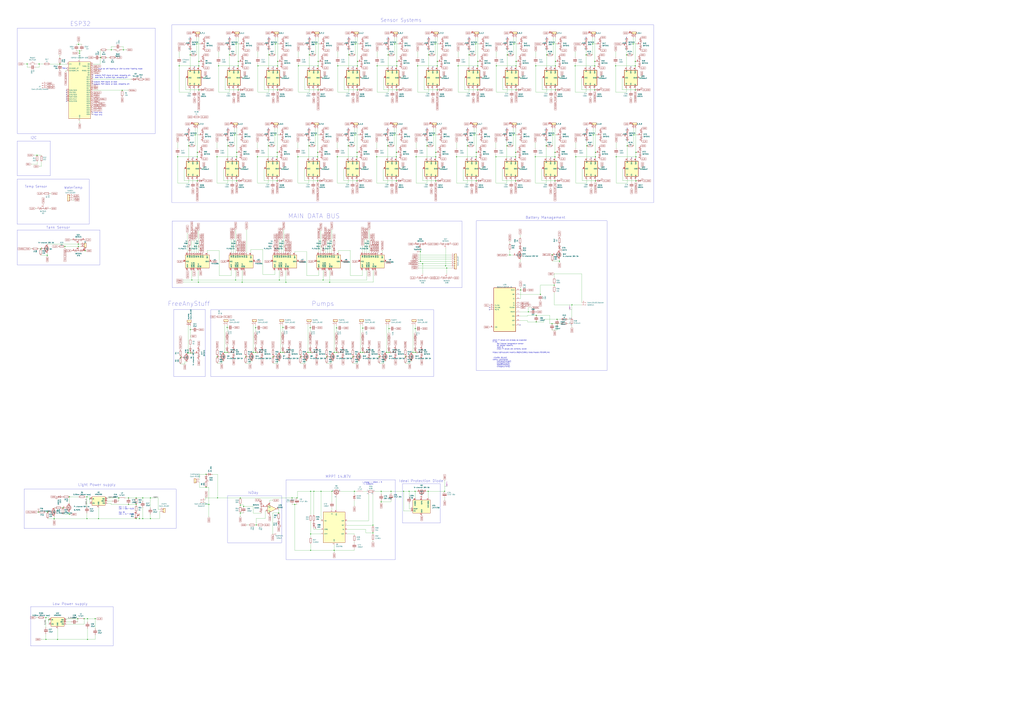
<source format=kicad_sch>
(kicad_sch (version 20230121) (generator eeschema)
  (paper "A0")
  (title_block (title "Plant Controller") (date "2020-12-21") (rev "0.4a") (company "C3MA"))
  (junction (at 242.57 586.105))
  (junction (at 460.756 104.394))
  (junction (at 279.019 586.867))
  (junction (at 649.605 303.53))
  (junction (at 415.036 76.454))
  (junction (at 110.49 718.82))
  (junction (at 738.378 182.118))
  (junction (at 387.985 639.445))
  (junction (at 100.965 577.215))
  (junction (at 228.346 51.054))
  (junction (at 276.606 76.454))
  (junction (at 274.066 51.054))
  (junction (at 261.112 409.448))
  (junction (at 321.818 177.038))
  (junction (at 322.326 76.454))
  (junction (at 390.652 409.448))
  (junction (at 239.268 566.293))
  (junction (at 143.256 57.912))
  (junction (at 239.268 551.053))
  (junction (at 552.196 51.054))
  (junction (at 437.896 76.454))
  (junction (at 321.818 210.058))
  (junction (at 100.965 602.615))
  (junction (at 230.378 327.914))
  (junction (at 598.678 210.058))
  (junction (at 667.766 76.454))
  (junction (at 442.595 582.93))
  (junction (at 490.728 306.324))
  (junction (at 454.025 570.865))
  (junction (at 621.538 182.118))
  (junction (at 226.568 156.718))
  (junction (at 507.746 76.454))
  (junction (at 552.958 182.118))
  (junction (at 488.188 292.354))
  (junction (at 297.561 609.981))
  (junction (at 415.036 104.394))
  (junction (at 642.366 51.054))
  (junction (at 368.808 210.058))
  (junction (at 346.456 76.454))
  (junction (at 218.44 410.21))
  (junction (at 360.172 380.746))
  (junction (at 505.206 51.054))
  (junction (at 482.092 409.448))
  (junction (at 599.186 71.374))
  (junction (at 328.422 380.492))
  (junction (at 474.98 570.865))
  (junction (at 690.626 71.374))
  (junction (at 264.668 169.418))
  (junction (at 165.735 578.485))
  (junction (at 348.742 414.528))
  (junction (at 104.267 579.628))
  (junction (at 421.132 409.448))
  (junction (at 457.708 156.718))
  (junction (at 274.828 177.038))
  (junction (at 598.678 177.038))
  (junction (at 483.108 182.118))
  (junction (at 641.35 295.91))
  (junction (at 62.865 602.615))
  (junction (at 450.596 63.754))
  (junction (at 73.025 589.915))
  (junction (at 141.859 104.902))
  (junction (at 263.652 409.448))
  (junction (at 42.926 180.34))
  (junction (at 344.805 578.485))
  (junction (at 497.586 63.754))
  (junction (at 279.019 596.138))
  (junction (at 92.456 59.182))
  (junction (at 627.507 342.011))
  (junction (at 449.072 409.448))
  (junction (at 554.736 104.394))
  (junction (at 229.108 210.058))
  (junction (at 158.115 602.615))
  (junction (at 664.083 354.203))
  (junction (at 634.238 169.418))
  (junction (at 516.255 570.865))
  (junction (at 294.132 409.448))
  (junction (at 530.098 182.118))
  (junction (at 299.466 76.454))
  (junction (at 229.108 177.038))
  (junction (at 404.368 169.418))
  (junction (at 285.242 414.528))
  (junction (at 622.046 76.454))
  (junction (at 319.786 51.054))
  (junction (at 149.225 578.485))
  (junction (at 668.528 182.118))
  (junction (at 360.172 409.448))
  (junction (at 437.388 182.118))
  (junction (at 421.132 381.254))
  (junction (at 468.63 570.865))
  (junction (at 411.48 570.865))
  (junction (at 404.876 63.754))
  (junction (at 331.978 327.914))
  (junction (at 646.811 370.967))
  (junction (at 47.244 289.052))
  (junction (at 161.925 602.615))
  (junction (at 433.07 610.235))
  (junction (at 272.288 156.718))
  (junction (at 738.378 210.058))
  (junction (at 252.222 414.528))
  (junction (at 369.316 104.394))
  (junction (at 507.746 71.374))
  (junction (at 737.616 71.374))
  (junction (at 497.205 570.865))
  (junction (at 460.248 177.038))
  (junction (at 53.34 742.95))
  (junction (at 360.68 639.445))
  (junction (at 596.138 156.718))
  (junction (at 575.818 182.118))
  (junction (at 727.456 63.754))
  (junction (at 458.216 51.054))
  (junction (at 273.558 325.374))
  (junction (at 442.595 570.865))
  (junction (at 507.746 104.394))
  (junction (at 481.965 570.865))
  (junction (at 390.652 381))
  (junction (at 691.388 182.118))
  (junction (at 137.795 578.485))
  (junction (at 375.158 325.374))
  (junction (at 388.112 409.448))
  (junction (at 252.603 578.485))
  (junction (at 90.932 283.718))
  (junction (at 542.798 169.418))
  (junction (at 552.958 177.038))
  (junction (at 266.446 63.754))
  (junction (at 312.166 63.754))
  (junction (at 385.445 570.865))
  (junction (at 366.776 51.054))
  (junction (at 598.678 182.118))
  (junction (at 116.586 66.802))
  (junction (at 206.248 182.118))
  (junction (at 644.398 177.038))
  (junction (at 495.808 169.418))
  (junction (at 738.378 177.038))
  (junction (at 66.802 742.95))
  (junction (at 222.758 325.374))
  (junction (at 409.702 414.528))
  (junction (at 517.398 308.864))
  (junction (at 369.316 71.374))
  (junction (at 80.645 577.215))
  (junction (at 644.398 210.058))
  (junction (at 97.79 718.82))
  (junction (at 392.176 76.454))
  (junction (at 298.958 182.118))
  (junction (at 550.418 156.718))
  (junction (at 680.466 63.754))
  (junction (at 230.886 76.454))
  (junction (at 364.49 570.865))
  (junction (at 460.248 210.058))
  (junction (at 735.838 156.718))
  (junction (at 75.438 286.258))
  (junction (at 316.992 414.528))
  (junction (at 531.876 76.454))
  (junction (at 411.988 156.718))
  (junction (at 230.886 104.394))
  (junction (at 56.642 720.09))
  (junction (at 737.616 104.394))
  (junction (at 220.726 63.754))
  (junction (at 415.036 71.374))
  (junction (at 158.115 586.105))
  (junction (at 114.427 602.615))
  (junction (at 345.948 182.118))
  (junction (at 688.086 51.054))
  (junction (at 544.576 63.754))
  (junction (at 690.626 104.394))
  (junction (at 599.186 104.394))
  (junction (at 588.518 169.418))
  (junction (at 451.612 381.762))
  (junction (at 737.616 76.454))
  (junction (at 479.552 409.448))
  (junction (at 276.606 104.394))
  (junction (at 129.286 57.912))
  (junction (at 274.828 210.058))
  (junction (at 358.648 169.418))
  (junction (at 276.606 71.374))
  (junction (at 505.968 210.058))
  (junction (at 296.672 409.448))
  (junction (at 174.625 602.615))
  (junction (at 44.704 594.995))
  (junction (at 319.278 156.718))
  (junction (at 433.07 619.125))
  (junction (at 372.745 570.865))
  (junction (at 360.68 570.865))
  (junction (at 460.756 71.374))
  (junction (at 98.806 291.338))
  (junction (at 450.088 169.418))
  (junction (at 342.265 586.105))
  (junction (at 158.115 578.485))
  (junction (at 505.968 182.118))
  (junction (at 149.225 586.105))
  (junction (at 604.393 336.931))
  (junction (at 282.829 588.518))
  (junction (at 470.662 414.528))
  (junction (at 251.968 182.118))
  (junction (at 691.388 210.058))
  (junction (at 296.672 380.746))
  (junction (at 208.026 76.454))
  (junction (at 274.828 182.118))
  (junction (at 484.886 76.454))
  (junction (at 644.398 182.118))
  (junction (at 322.326 71.374))
  (junction (at 323.596 596.011))
  (junction (at 382.778 327.914))
  (junction (at 391.668 182.118))
  (junction (at 728.218 169.418))
  (junction (at 596.646 51.054))
  (junction (at 253.746 76.454))
  (junction (at 691.388 177.038))
  (junction (at 322.326 104.394))
  (junction (at 359.156 63.754))
  (junction (at 321.818 182.118))
  (junction (at 80.645 597.535))
  (junction (at 451.612 409.448))
  (junction (at 460.248 182.118))
  (junction (at 505.968 177.038))
  (junction (at 90.932 286.258))
  (junction (at 45.466 74.295))
  (junction (at 324.358 325.374))
  (junction (at 366.268 156.718))
  (junction (at 263.652 380.492))
  (junction (at 634.746 63.754))
  (junction (at 101.6 742.95))
  (junction (at 360.68 620.395))
  (junction (at 220.98 383.032))
  (junction (at 230.886 71.374))
  (junction (at 622.681 366.395))
  (junction (at 53.34 717.55))
  (junction (at 554.736 71.374))
  (junction (at 715.518 182.118))
  (junction (at 440.182 414.528))
  (junction (at 735.076 51.054))
  (junction (at 165.735 602.615))
  (junction (at 554.736 76.454))
  (junction (at 31.496 74.295))
  (junction (at 643.509 331.343))
  (junction (at 599.186 76.454))
  (junction (at 54.864 296.672))
  (junction (at 482.092 381.762))
  (junction (at 311.658 169.418))
  (junction (at 622.681 374.015))
  (junction (at 412.496 51.054))
  (junction (at 379.222 414.528))
  (junction (at 101.6 718.82))
  (junction (at 339.09 578.485))
  (junction (at 414.528 210.058))
  (junction (at 460.756 76.454))
  (junction (at 90.17 718.82))
  (junction (at 552.958 210.058))
  (junction (at 589.026 63.754))
  (junction (at 503.428 156.718))
  (junction (at 644.906 76.454))
  (junction (at 229.108 182.118))
  (junction (at 209.55 415.29))
  (junction (at 369.316 76.454))
  (junction (at 281.178 327.914))
  (junction (at 174.625 578.485))
  (junction (at 55.245 594.995))
  (junction (at 328.422 409.448))
  (junction (at 488.188 303.784))
  (junction (at 690.626 76.454))
  (junction (at 644.906 71.374))
  (junction (at 688.848 156.718))
  (junction (at 613.537 362.331))
  (junction (at 640.969 376.047))
  (junction (at 220.98 410.21))
  (junction (at 592.074 296.291))
  (junction (at 714.756 76.454))
  (junction (at 69.596 74.422))
  (junction (at 92.456 61.722))
  (junction (at 418.592 409.448))
  (junction (at 518.668 311.404))
  (junction (at 368.808 182.118))
  (junction (at 91.186 51.562))
  (junction (at 325.882 409.448))
  (junction (at 414.528 182.118))
  (junction (at 576.326 76.454))
  (junction (at 414.528 177.038))
  (junction (at 368.808 177.038))
  (junction (at 644.906 104.394))
  (junction (at 279.019 578.485))
  (junction (at 641.858 156.718))
  (junction (at 681.228 169.418))
  (junction (at 218.948 169.418))
  (junction (at 357.632 409.448))
  (no_connect (at 681.228 149.098))
  (no_connect (at 359.156 43.434))
  (no_connect (at 107.696 132.842))
  (no_connect (at 593.598 183.388))
  (no_connect (at 77.216 107.442))
  (no_connect (at 409.448 183.388))
  (no_connect (at 634.238 149.098))
  (no_connect (at 547.878 183.388))
  (no_connect (at 404.368 149.098))
  (no_connect (at 568.325 359.791))
  (no_connect (at 500.888 183.388))
  (no_connect (at 107.696 97.282))
  (no_connect (at 107.696 87.122))
  (no_connect (at 77.216 112.522))
  (no_connect (at 495.808 149.098))
  (no_connect (at 77.216 117.602))
  (no_connect (at 363.728 183.388))
  (no_connect (at 269.748 183.388))
  (no_connect (at 107.696 89.662))
  (no_connect (at 224.028 183.388))
  (no_connect (at 639.826 77.724))
  (no_connect (at 634.746 43.434))
  (no_connect (at 264.668 149.098))
  (no_connect (at 639.318 183.388))
  (no_connect (at 77.216 104.902))
  (no_connect (at 685.546 77.724))
  (no_connect (at 107.696 94.742))
  (no_connect (at 77.216 79.502))
  (no_connect (at 107.696 130.302))
  (no_connect (at 728.218 149.098))
  (no_connect (at 680.466 43.434))
  (no_connect (at 358.648 149.098))
  (no_connect (at 312.166 43.434))
  (no_connect (at 266.446 43.434))
  (no_connect (at 727.456 43.434))
  (no_connect (at 549.656 77.724))
  (no_connect (at 409.956 77.724))
  (no_connect (at 450.596 43.434))
  (no_connect (at 686.308 183.388))
  (no_connect (at 450.088 149.098))
  (no_connect (at 455.168 183.388))
  (no_connect (at 364.236 77.724))
  (no_connect (at 311.658 149.098))
  (no_connect (at 497.586 43.434))
  (no_connect (at 77.216 115.062))
  (no_connect (at 568.325 357.251))
  (no_connect (at 589.026 43.434))
  (no_connect (at 732.536 77.724))
  (no_connect (at 77.216 109.982))
  (no_connect (at 502.666 77.724))
  (no_connect (at 594.106 77.724))
  (no_connect (at 317.246 77.724))
  (no_connect (at 404.876 43.434))
  (no_connect (at 225.806 77.724))
  (no_connect (at 220.726 43.434))
  (no_connect (at 271.526 77.724))
  (no_connect (at 588.518 149.098))
  (no_connect (at 455.676 77.724))
  (no_connect (at 544.576 43.434))
  (no_connect (at 603.885 377.571))
  (no_connect (at 733.298 183.388))
  (no_connect (at 542.798 149.098))
  (no_connect (at 218.948 149.098))
  (no_connect (at 316.738 183.388))
  (wire (pts (xy 43.053 187.833) (xy 43.053 190.754)))
  (wire (pts (xy 675.513 354.203) (xy 664.083 354.203)))
  (wire (pts (xy 76.962 720.09) (xy 76.962 718.82)))
  (wire (pts (xy 406.908 320.294) (xy 420.878 320.294)))
  (wire (pts (xy 220.726 103.124) (xy 220.726 106.934)))
  (wire (pts (xy 261.366 90.424) (xy 261.366 104.394)))
  (wire (pts (xy 311.658 164.338) (xy 311.658 169.418)))
  (wire (pts (xy 631.571 374.015) (xy 622.681 374.015)))
  (wire (pts (xy 274.828 149.098) (xy 274.828 177.038)))
  (wire (pts (xy 43.053 180.213) (xy 42.926 180.213)))
  (wire (pts (xy 133.096 54.102) (xy 129.286 54.102)))
  (wire (pts (xy 183.515 591.82) (xy 183.515 578.485)))
  (wire (pts (xy 451.612 381.762) (xy 451.612 386.588)))
  (wire (pts (xy 385.318 266.954) (xy 385.318 293.624)))
  (wire (pts (xy 345.44 570.865) (xy 345.44 578.485)))
  (wire (pts (xy 588.518 169.418) (xy 588.518 183.388)))
  (wire (pts (xy 322.326 43.434) (xy 322.326 71.374)))
  (wire (pts (xy 228.346 51.054) (xy 232.156 51.054)))
  (wire (pts (xy 274.828 210.058) (xy 274.828 211.328)))
  (wire (pts (xy 54.864 283.718) (xy 90.932 283.718)))
  (wire (pts (xy 279.019 596.138) (xy 279.019 600.329)))
  (wire (pts (xy 354.076 90.424) (xy 354.076 104.394)))
  (wire (pts (xy 629.158 210.058) (xy 644.398 210.058)))
  (wire (pts (xy 420.878 320.294) (xy 420.878 313.944)))
  (wire (pts (xy 322.072 419.608) (xy 322.072 422.148)))
  (wire (pts (xy 695.706 90.424) (xy 698.246 90.424)))
  (wire (pts (xy 263.652 377.698) (xy 263.652 380.492)))
  (wire (pts (xy 253.746 76.454) (xy 253.746 73.914)))
  (wire (pts (xy 92.456 59.182) (xy 94.996 59.182)))
  (wire (pts (xy 218.948 212.598) (xy 206.248 212.598)))
  (wire (pts (xy 231.648 551.053) (xy 239.268 551.053)))
  (wire (pts (xy 392.176 106.934) (xy 392.176 76.454)))
  (wire (pts (xy 359.156 106.934) (xy 346.456 106.934)))
  (wire (pts (xy 634.746 103.124) (xy 634.746 106.934)))
  (wire (pts (xy 485.648 308.864) (xy 517.398 308.864)))
  (wire (pts (xy 76.2 83.312) (xy 76.2 82.042)))
  (wire (pts (xy 478.282 419.608) (xy 475.742 419.608)))
  (wire (pts (xy 495.808 212.598) (xy 483.108 212.598)))
  (wire (pts (xy 372.745 605.155) (xy 372.745 570.865)))
  (wire (pts (xy 230.886 76.454) (xy 230.886 77.724)))
  (wire (pts (xy 185.42 602.615) (xy 185.42 594.36)))
  (wire (pts (xy 110.49 718.82) (xy 110.49 730.25)))
  (wire (pts (xy 467.868 194.818) (xy 467.868 196.088)))
  (wire (pts (xy 38.862 180.34) (xy 42.926 180.34)))
  (wire (pts (xy 399.796 104.394) (xy 415.036 104.394)))
  (wire (pts (xy 738.378 182.118) (xy 738.378 183.388)))
  (wire (pts (xy 390.652 409.448) (xy 388.112 409.448)))
  (wire (pts (xy 322.326 71.374) (xy 322.326 76.454)))
  (wire (pts (xy 422.148 194.818) (xy 422.148 196.088)))
  (wire (pts (xy 737.616 103.124) (xy 737.616 104.394)))
  (wire (pts (xy 390.525 578.485) (xy 390.525 592.455)))
  (wire (pts (xy 644.398 210.058) (xy 644.398 211.328)))
  (wire (pts (xy 470.662 413.258) (xy 470.662 414.528)))
  (wire (pts (xy 404.876 103.124) (xy 404.876 106.934)))
  (wire (pts (xy 450.088 164.338) (xy 450.088 169.418)))
  (wire (pts (xy 490.728 196.088) (xy 490.728 210.058)))
  (wire (pts (xy 437.896 76.454) (xy 437.896 73.914)))
  (wire (pts (xy 737.616 104.394) (xy 737.616 105.664)))
  (wire (pts (xy 735.838 156.718) (xy 739.648 156.718)))
  (wire (pts (xy 161.925 602.615) (xy 165.735 602.615)))
  (wire (pts (xy 217.678 270.764) (xy 217.678 293.624)))
  (wire (pts (xy 539.496 90.424) (xy 539.496 104.394)))
  (wire (pts (xy 329.438 194.818) (xy 329.438 196.088)))
  (wire (pts (xy 612.521 367.411) (xy 603.885 367.411)))
  (wire (pts (xy 537.718 196.088) (xy 537.718 210.058)))
  (wire (pts (xy 604.266 90.424) (xy 606.806 90.424)))
  (wire (pts (xy 345.948 182.118) (xy 345.948 179.578)))
  (wire (pts (xy 613.537 362.331) (xy 615.188 362.331)))
  (wire (pts (xy 497.205 570.865) (xy 497.205 578.485)))
  (wire (pts (xy 62.865 602.615) (xy 100.965 602.615)))
  (wire (pts (xy 659.003 370.967) (xy 660.273 370.967)))
  (wire (pts (xy 276.606 43.434) (xy 276.606 71.374)))
  (wire (pts (xy 512.826 90.424) (xy 515.366 90.424)))
  (wire (pts (xy 174.625 597.535) (xy 174.625 602.615)))
  (wire (pts (xy 346.456 76.454) (xy 369.316 76.454)))
  (wire (pts (xy 114.427 602.615) (xy 114.427 589.788)))
  (wire (pts (xy 640.207 295.91) (xy 641.35 295.91)))
  (wire (pts (xy 517.398 308.864) (xy 523.748 308.864)))
  (wire (pts (xy 385.445 570.865) (xy 385.445 582.93)))
  (wire (pts (xy 643.509 354.203) (xy 664.083 354.203)))
  (wire (pts (xy 714.756 76.454) (xy 714.756 73.914)))
  (wire (pts (xy 298.958 165.608) (xy 298.958 171.958)))
  (wire (pts (xy 680.466 106.934) (xy 667.766 106.934)))
  (wire (pts (xy 259.588 210.058) (xy 274.828 210.058)))
  (wire (pts (xy 409.702 413.258) (xy 409.702 414.528)))
  (wire (pts (xy 328.422 380.492) (xy 328.422 385.318)))
  (wire (pts (xy 737.616 43.434) (xy 737.616 71.374)))
  (wire (pts (xy 271.526 103.124) (xy 271.526 105.664)))
  (wire (pts (xy 324.358 313.944) (xy 324.358 325.374)))
  (wire (pts (xy 254.508 291.084) (xy 254.508 320.294)))
  (wire (pts (xy 128.905 584.708) (xy 128.905 586.105)))
  (wire (pts (xy 392.938 293.624) (xy 392.938 291.084)))
  (wire (pts (xy 643.509 318.135) (xy 643.509 322.707)))
  (wire (pts (xy 415.036 104.394) (xy 415.036 105.664)))
  (wire (pts (xy 411.48 570.865) (xy 411.48 574.04)))
  (wire (pts (xy 485.648 306.324) (xy 490.728 306.324)))
  (wire (pts (xy 364.236 103.124) (xy 364.236 105.664)))
  (wire (pts (xy 279.908 196.088) (xy 282.448 196.088)))
  (wire (pts (xy 392.938 291.084) (xy 406.908 291.084)))
  (wire (pts (xy 675.386 90.424) (xy 675.386 104.394)))
  (wire (pts (xy 321.818 182.118) (xy 321.818 183.388)))
  (wire (pts (xy 442.595 570.865) (xy 435.61 570.865)))
  (wire (pts (xy 484.886 76.454) (xy 507.746 76.454)))
  (wire (pts (xy 417.322 419.608) (xy 414.782 419.608)))
  (wire (pts (xy 542.798 169.418) (xy 542.798 183.388)))
  (wire (pts (xy 550.418 149.098) (xy 550.418 156.718)))
  (wire (pts (xy 92.456 59.182) (xy 92.456 61.722)))
  (wire (pts (xy 324.612 419.608) (xy 322.072 419.608)))
  (wire (pts (xy 58.166 74.295) (xy 58.293 74.295)))
  (wire (pts (xy 305.308 289.814) (xy 305.308 319.024)))
  (wire (pts (xy 358.648 212.598) (xy 345.948 212.598)))
  (wire (pts (xy 316.992 413.258) (xy 316.992 414.528)))
  (wire (pts (xy 691.388 149.098) (xy 691.388 177.038)))
  (wire (pts (xy 560.578 194.818) (xy 560.578 196.088)))
  (wire (pts (xy 360.68 570.865) (xy 364.49 570.865)))
  (wire (pts (xy 131.826 57.912) (xy 129.286 57.912)))
  (wire (pts (xy 530.098 212.598) (xy 530.098 182.118)))
  (wire (pts (xy 681.228 212.598) (xy 668.528 212.598)))
  (wire (pts (xy 411.48 581.66) (xy 411.48 588.01)))
  (wire (pts (xy 53.34 717.55) (xy 56.642 717.55)))
  (wire (pts (xy 100.965 596.265) (xy 100.965 602.615)))
  (wire (pts (xy 342.138 292.354) (xy 356.108 292.354)))
  (wire (pts (xy 552.196 51.054) (xy 556.006 51.054)))
  (wire (pts (xy 263.652 409.448) (xy 266.192 409.448)))
  (wire (pts (xy 97.79 718.82) (xy 101.6 718.82)))
  (wire (pts (xy 366.776 51.054) (xy 366.776 63.754)))
  (wire (pts (xy 239.268 566.293) (xy 242.57 566.293)))
  (wire (pts (xy 688.086 51.054) (xy 691.896 51.054)))
  (wire (pts (xy 723.138 210.058) (xy 738.378 210.058)))
  (wire (pts (xy 387.985 633.095) (xy 387.985 639.445)))
  (wire (pts (xy 261.366 104.394) (xy 276.606 104.394)))
  (wire (pts (xy 276.606 103.124) (xy 276.606 104.394)))
  (wire (pts (xy 596.138 156.718) (xy 596.138 169.418)))
  (wire (pts (xy 505.206 51.054) (xy 509.016 51.054)))
  (wire (pts (xy 382.778 327.914) (xy 433.578 327.914)))
  (wire (pts (xy 69.596 74.422) (xy 77.216 74.422)))
  (wire (pts (xy 110.49 718.82) (xy 111.76 718.82)))
  (wire (pts (xy 513.588 194.818) (xy 513.588 196.088)))
  (wire (pts (xy 328.422 409.448) (xy 325.882 409.448)))
  (wire (pts (xy 339.09 586.105) (xy 342.265 586.105)))
  (wire (pts (xy 323.469 591.185) (xy 323.596 591.185)))
  (wire (pts (xy 583.438 196.088) (xy 583.438 210.058)))
  (wire (pts (xy 437.388 212.598) (xy 437.388 182.118)))
  (wire (pts (xy 544.576 63.754) (xy 544.576 77.724)))
  (wire (pts (xy 356.108 320.294) (xy 370.078 320.294)))
  (wire (pts (xy 559.816 90.424) (xy 562.356 90.424)))
  (wire (pts (xy 185.42 591.82) (xy 183.515 591.82)))
  (wire (pts (xy 158.115 578.485) (xy 165.735 578.485)))
  (wire (pts (xy 484.886 76.454) (xy 484.886 73.914)))
  (wire (pts (xy 468.63 570.865) (xy 474.98 570.865)))
  (wire (pts (xy 404.876 106.934) (xy 392.176 106.934)))
  (wire (pts (xy 483.108 165.608) (xy 483.108 171.958)))
  (wire (pts (xy 372.745 570.865) (xy 385.445 570.865)))
  (wire (pts (xy 274.066 51.054) (xy 277.876 51.054)))
  (wire (pts (xy 62.865 602.615) (xy 62.865 603.885)))
  (wire (pts (xy 552.196 43.434) (xy 552.196 51.054)))
  (wire (pts (xy 268.478 278.384) (xy 268.478 293.624)))
  (wire (pts (xy 42.926 180.34) (xy 48.133 180.34)))
  (wire (pts (xy 279.019 586.867) (xy 282.829 586.867)))
  (wire (pts (xy 390.652 401.066) (xy 390.652 401.828)))
  (wire (pts (xy 627.507 342.011) (xy 627.507 331.343)))
  (wire (pts (xy 646.811 383.667) (xy 640.969 383.667)))
  (wire (pts (xy 375.158 313.944) (xy 375.158 325.374)))
  (wire (pts (xy 231.648 557.403) (xy 231.648 551.053)))
  (wire (pts (xy 481.965 570.865) (xy 481.965 578.485)))
  (wire (pts (xy 502.666 103.124) (xy 502.666 105.664)))
  (wire (pts (xy 596.646 43.434) (xy 596.646 51.054)))
  (wire (pts (xy 312.166 63.754) (xy 312.166 77.724)))
  (wire (pts (xy 141.859 104.902) (xy 107.696 104.902)))
  (wire (pts (xy 488.188 303.784) (xy 523.748 303.784)))
  (wire (pts (xy 649.605 300.99) (xy 649.605 303.53)))
  (wire (pts (xy 296.672 377.698) (xy 296.672 380.746)))
  (wire (pts (xy 404.368 169.418) (xy 404.368 183.388)))
  (wire (pts (xy 404.876 63.754) (xy 404.876 77.724)))
  (wire (pts (xy 450.596 63.754) (xy 450.596 77.724)))
  (wire (pts (xy 592.074 280.797) (xy 592.074 282.956)))
  (wire (pts (xy 497.586 106.934) (xy 484.886 106.934)))
  (wire (pts (xy 124.206 66.802) (xy 126.746 66.802)))
  (wire (pts (xy 516.255 581.152) (xy 516.255 578.485)))
  (wire (pts (xy 562.356 89.154) (xy 562.356 90.424)))
  (wire (pts (xy 503.428 156.718) (xy 503.428 169.418)))
  (wire (pts (xy 639.318 208.788) (xy 639.318 211.328)))
  (wire (pts (xy 100.965 602.615) (xy 114.427 602.615)))
  (wire (pts (xy 272.288 149.098) (xy 272.288 156.718)))
  (wire (pts (xy 411.48 620.395) (xy 411.48 621.665)))
  (wire (pts (xy 327.406 90.424) (xy 329.946 90.424)))
  (wire (pts (xy 639.826 103.124) (xy 639.826 105.664)))
  (wire (pts (xy 76.962 718.82) (xy 90.17 718.82)))
  (wire (pts (xy 251.968 182.118) (xy 274.828 182.118)))
  (wire (pts (xy 594.106 103.124) (xy 594.106 105.664)))
  (wire (pts (xy 531.876 59.944) (xy 531.876 66.294)))
  (wire (pts (xy 92.456 61.722) (xy 91.186 61.722)))
  (wire (pts (xy 643.509 331.343) (xy 643.509 330.327)))
  (wire (pts (xy 234.188 196.088) (xy 236.728 196.088)))
  (wire (pts (xy 391.668 182.118) (xy 391.668 179.578)))
  (wire (pts (xy 475.742 422.148) (xy 470.662 422.148)))
  (wire (pts (xy 100.965 577.215) (xy 104.267 577.215)))
  (wire (pts (xy 598.678 208.788) (xy 598.678 210.058)))
  (wire (pts (xy 427.99 605.155) (xy 403.225 605.155)))
  (wire (pts (xy 714.756 59.944) (xy 714.756 66.294)))
  (wire (pts (xy 451.612 409.448) (xy 449.072 409.448)))
  (wire (pts (xy 34.036 78.105) (xy 31.496 78.105)))
  (wire (pts (xy 421.132 381.254) (xy 421.132 386.08)))
  (wire (pts (xy 129.286 54.102) (xy 129.286 57.912)))
  (wire (pts (xy 379.222 413.258) (xy 379.222 414.528)))
  (wire (pts (xy 322.326 104.394) (xy 322.326 105.664)))
  (wire (pts (xy 544.576 103.124) (xy 544.576 106.934)))
  (wire (pts (xy 53.34 717.55) (xy 53.34 728.98)))
  (wire (pts (xy 274.066 43.434) (xy 274.066 51.054)))
  (wire (pts (xy 451.612 409.448) (xy 454.152 409.448)))
  (wire (pts (xy 317.246 103.124) (xy 317.246 105.664)))
  (wire (pts (xy 552.958 208.788) (xy 552.958 210.058)))
  (wire (pts (xy 468.376 89.154) (xy 468.376 90.424)))
  (wire (pts (xy 360.68 620.395) (xy 372.745 620.395)))
  (wire (pts (xy 294.132 596.265) (xy 303.149 596.265)))
  (wire (pts (xy 458.216 43.434) (xy 458.216 51.054)))
  (wire (pts (xy 220.98 410.21) (xy 225.806 410.21)))
  (wire (pts (xy 364.49 615.315) (xy 364.49 613.41)))
  (wire (pts (xy 76.962 725.17) (xy 97.79 725.17)))
  (wire (pts (xy 445.516 90.424) (xy 445.516 104.394)))
  (wire (pts (xy 442.595 582.93) (xy 442.595 584.2)))
  (wire (pts (xy 212.598 325.374) (xy 222.758 325.374)))
  (wire (pts (xy 411.48 570.865) (xy 414.02 570.865)))
  (wire (pts (xy 290.322 419.608) (xy 290.322 422.148)))
  (wire (pts (xy 433.07 610.235) (xy 433.07 610.87)))
  (wire (pts (xy 263.652 380.492) (xy 263.652 385.318)))
  (wire (pts (xy 604.393 336.931) (xy 605.155 336.931)))
  (wire (pts (xy 399.796 90.424) (xy 399.796 104.394)))
  (wire (pts (xy 414.782 419.608) (xy 414.782 422.148)))
  (wire (pts (xy 423.418 278.384) (xy 423.418 293.624)))
  (wire (pts (xy 226.568 156.718) (xy 230.378 156.718)))
  (wire (pts (xy 259.588 196.088) (xy 259.588 210.058)))
  (wire (pts (xy 644.906 71.374) (xy 644.906 76.454)))
  (wire (pts (xy 507.746 103.124) (xy 507.746 104.394)))
  (wire (pts (xy 345.44 570.865) (xy 360.68 570.865)))
  (wire (pts (xy 331.978 327.914) (xy 382.778 327.914)))
  (wire (pts (xy 360.172 380.746) (xy 360.172 385.572)))
  (wire (pts (xy 246.888 551.053) (xy 252.603 551.053)))
  (wire (pts (xy 667.766 59.944) (xy 667.766 66.294)))
  (wire (pts (xy 649.986 90.424) (xy 652.526 90.424)))
  (wire (pts (xy 505.968 210.058) (xy 505.968 211.328)))
  (wire (pts (xy 387.985 639.445) (xy 387.985 641.985)))
  (wire (pts (xy 598.678 182.118) (xy 598.678 183.388)))
  (wire (pts (xy 507.746 43.434) (xy 507.746 71.374)))
  (wire (pts (xy 54.864 296.672) (xy 54.864 297.942)))
  (wire (pts (xy 296.672 380.746) (xy 296.672 385.572)))
  (wire (pts (xy 403.225 610.235) (xy 433.07 610.235)))
  (wire (pts (xy 272.288 156.718) (xy 272.288 169.418)))
  (wire (pts (xy 474.98 584.835) (xy 474.98 591.185)))
  (wire (pts (xy 242.57 586.105) (xy 242.57 600.71)))
  (wire (pts (xy 281.178 327.914) (xy 331.978 327.914)))
  (wire (pts (xy 212.598 327.914) (xy 230.378 327.914)))
  (wire (pts (xy 57.658 242.189) (xy 58.928 242.189)))
  (wire (pts (xy 403.225 620.395) (xy 411.48 620.395)))
  (wire (pts (xy 253.746 59.944) (xy 253.746 66.294)))
  (wire (pts (xy 627.507 331.343) (xy 643.509 331.343)))
  (wire (pts (xy 319.786 51.054) (xy 319.786 63.754)))
  (wire (pts (xy 425.958 278.384) (xy 425.958 293.624)))
  (wire (pts (xy 406.908 291.084) (xy 406.908 320.294)))
  (wire (pts (xy 91.186 51.562) (xy 94.996 51.562)))
  (wire (pts (xy 215.646 104.394) (xy 230.886 104.394)))
  (wire (pts (xy 542.798 164.338) (xy 542.798 169.418)))
  (wire (pts (xy 364.49 570.865) (xy 372.745 570.865)))
  (wire (pts (xy 286.258 266.954) (xy 286.258 293.624)))
  (wire (pts (xy 599.186 104.394) (xy 599.186 105.664)))
  (wire (pts (xy 321.818 210.058) (xy 321.818 211.328)))
  (wire (pts (xy 552.958 177.038) (xy 552.958 182.118)))
  (wire (pts (xy 261.112 409.448) (xy 259.842 409.448)))
  (wire (pts (xy 445.008 210.058) (xy 460.248 210.058)))
  (wire (pts (xy 297.561 602.234) (xy 308.229 602.234)))
  (wire (pts (xy 145.415 578.485) (xy 149.225 578.485)))
  (wire (pts (xy 638.429 366.395) (xy 622.681 366.395)))
  (wire (pts (xy 321.818 149.098) (xy 321.818 177.038)))
  (wire (pts (xy 73.025 597.535) (xy 80.645 597.535)))
  (wire (pts (xy 220.98 383.032) (xy 222.504 383.032)))
  (wire (pts (xy 414.528 149.098) (xy 414.528 177.038)))
  (wire (pts (xy 281.178 313.944) (xy 281.178 327.914)))
  (wire (pts (xy 360.68 605.79) (xy 360.68 620.395)))
  (wire (pts (xy 42.418 242.189) (xy 41.148 242.189)))
  (wire (pts (xy 299.466 106.934) (xy 299.466 76.454)))
  (wire (pts (xy 312.166 58.674) (xy 312.166 63.754)))
  (wire (pts (xy 274.828 208.788) (xy 274.828 210.058)))
  (wire (pts (xy 427.99 574.675) (xy 427.99 605.155)))
  (wire (pts (xy 414.782 422.148) (xy 409.702 422.148)))
  (wire (pts (xy 447.802 419.608) (xy 445.262 419.608)))
  (wire (pts (xy 101.6 718.82) (xy 101.6 722.63)))
  (wire (pts (xy 483.108 182.118) (xy 505.968 182.118)))
  (wire (pts (xy 451.612 377.698) (xy 451.612 381.762)))
  (wire (pts (xy 128.905 586.105) (xy 149.225 586.105)))
  (wire (pts (xy 443.738 291.084) (xy 443.738 293.624)))
  (wire (pts (xy 325.882 409.448) (xy 324.612 409.448)))
  (wire (pts (xy 225.806 103.124) (xy 225.806 105.664)))
  (wire (pts (xy 76.2 82.042) (xy 77.216 82.042)))
  (wire (pts (xy 263.652 401.828) (xy 263.652 400.558)))
  (wire (pts (xy 263.652 409.448) (xy 261.112 409.448)))
  (wire (pts (xy 460.248 149.098) (xy 460.248 177.038)))
  (wire (pts (xy 230.886 103.124) (xy 230.886 104.394)))
  (wire (pts (xy 124.587 578.485) (xy 137.795 578.485)))
  (wire (pts (xy 542.798 212.598) (xy 530.098 212.598)))
  (wire (pts (xy 554.736 76.454) (xy 554.736 77.724)))
  (wire (pts (xy 500.888 208.788) (xy 500.888 211.328)))
  (wire (pts (xy 41.91 717.55) (xy 43.942 717.55)))
  (wire (pts (xy 80.645 597.535) (xy 80.645 594.995)))
  (wire (pts (xy 208.026 76.454) (xy 230.886 76.454)))
  (wire (pts (xy 643.509 318.135) (xy 675.513 318.135)))
  (wire (pts (xy 552.958 182.118) (xy 552.958 183.388)))
  (wire (pts (xy 688.086 43.434) (xy 688.086 51.054)))
  (wire (pts (xy 230.378 268.224) (xy 230.378 293.624)))
  (wire (pts (xy 143.256 57.912) (xy 141.986 57.912)))
  (wire (pts (xy 360.172 400.812) (xy 360.172 401.828)))
  (wire (pts (xy 229.108 177.038) (xy 229.108 182.118)))
  (wire (pts (xy 225.298 279.654) (xy 225.298 293.624)))
  (wire (pts (xy 322.326 76.454) (xy 322.326 77.724)))
  (wire (pts (xy 174.625 578.485) (xy 183.515 578.485)))
  (wire (pts (xy 691.388 208.788) (xy 691.388 210.058)))
  (wire (pts (xy 274.828 182.118) (xy 274.828 183.388)))
  (wire (pts (xy 421.132 377.698) (xy 421.132 381.254)))
  (wire (pts (xy 80.645 577.215) (xy 80.645 584.835)))
  (wire (pts (xy 485.648 303.784) (xy 488.188 303.784)))
  (wire (pts (xy 218.44 410.21) (xy 217.17 410.21)))
  (wire (pts (xy 69.596 66.802) (xy 69.596 64.262)))
  (wire (pts (xy 598.678 210.058) (xy 598.678 211.328)))
  (wire (pts (xy 505.206 51.054) (xy 505.206 63.754)))
  (wire (pts (xy 48.133 193.294) (xy 48.133 187.96)))
  (wire (pts (xy 631.571 370.967) (xy 631.571 374.015)))
  (wire (pts (xy 218.948 169.418) (xy 218.948 183.388)))
  (wire (pts (xy 230.886 43.434) (xy 230.886 71.374)))
  (wire (pts (xy 124.587 582.168) (xy 124.714 582.168)))
  (wire (pts (xy 238.125 583.565) (xy 238.125 586.105)))
  (wire (pts (xy 261.112 377.698) (xy 261.112 409.448)))
  (wire (pts (xy 403.225 615.315) (xy 424.815 615.315)))
  (wire (pts (xy 104.267 579.628) (xy 104.267 584.708)))
  (wire (pts (xy 596.138 156.718) (xy 599.948 156.718)))
  (wire (pts (xy 99.822 291.338) (xy 98.806 291.338)))
  (wire (pts (xy 266.446 58.674) (xy 266.446 63.754)))
  (wire (pts (xy 80.645 597.535) (xy 81.915 597.535)))
  (wire (pts (xy 696.468 196.088) (xy 699.008 196.088)))
  (wire (pts (xy 646.811 378.587) (xy 646.811 383.667)))
  (wire (pts (xy 252.603 551.053) (xy 252.603 578.485)))
  (wire (pts (xy 641.35 295.91) (xy 641.985 295.91)))
  (wire (pts (xy 583.946 90.424) (xy 583.946 104.394)))
  (wire (pts (xy 644.906 43.434) (xy 644.906 71.374)))
  (wire (pts (xy 606.806 89.154) (xy 606.806 90.424)))
  (wire (pts (xy 90.932 283.718) (xy 93.726 283.718)))
  (wire (pts (xy 589.661 296.291) (xy 592.074 296.291)))
  (wire (pts (xy 437.896 106.934) (xy 437.896 76.454)))
  (wire (pts (xy 240.538 291.084) (xy 240.538 293.624)))
  (wire (pts (xy 369.316 71.374) (xy 369.316 76.454)))
  (wire (pts (xy 31.496 74.295) (xy 31.496 78.105)))
  (wire (pts (xy 675.386 104.394) (xy 690.626 104.394)))
  (wire (pts (xy 460.248 208.788) (xy 460.248 210.058)))
  (wire (pts (xy 621.538 165.608) (xy 621.538 171.958)))
  (wire (pts (xy 634.746 58.674) (xy 634.746 63.754)))
  (wire (pts (xy 485.648 296.164) (xy 523.748 296.164)))
  (wire (pts (xy 598.678 177.038) (xy 598.678 182.118)))
  (wire (pts (xy 47.752 742.95) (xy 53.34 742.95)))
  (wire (pts (xy 442.595 574.04) (xy 442.595 570.865)))
  (wire (pts (xy 129.286 57.912) (xy 124.206 57.912)))
  (wire (pts (xy 445.008 196.088) (xy 445.008 210.058)))
  (wire (pts (xy 723.138 196.088) (xy 723.138 210.058)))
  (wire (pts (xy 643.509 339.979) (xy 643.509 354.203)))
  (wire (pts (xy 228.346 51.054) (xy 228.346 63.754)))
  (wire (pts (xy 319.278 149.098) (xy 319.278 156.718)))
  (wire (pts (xy 359.156 103.124) (xy 359.156 106.934)))
  (wire (pts (xy 576.326 76.454) (xy 599.186 76.454)))
  (wire (pts (xy 644.398 182.118) (xy 644.398 183.388)))
  (wire (pts (xy 326.898 196.088) (xy 329.438 196.088)))
  (wire (pts (xy 737.616 76.454) (xy 737.616 77.724)))
  (wire (pts (xy 228.346 43.434) (xy 228.346 51.054)))
  (wire (pts (xy 316.611 581.152) (xy 313.309 581.152)))
  (wire (pts (xy 409.448 208.788) (xy 409.448 211.328)))
  (wire (pts (xy 415.036 43.434) (xy 415.036 71.374)))
  (wire (pts (xy 485.648 298.704) (xy 523.748 298.704)))
  (wire (pts (xy 229.108 210.058) (xy 229.108 211.328)))
  (wire (pts (xy 82.042 278.638) (xy 83.312 278.638)))
  (wire (pts (xy 370.078 278.384) (xy 370.078 293.624)))
  (wire (pts (xy 299.466 76.454) (xy 299.466 73.914)))
  (wire (pts (xy 492.506 104.394) (xy 507.746 104.394)))
  (wire (pts (xy 357.632 409.448) (xy 356.362 409.448)))
  (wire (pts (xy 305.308 319.024) (xy 319.278 319.024)))
  (wire (pts (xy 612.521 374.015) (xy 622.681 374.015)))
  (wire (pts (xy 306.578 210.058) (xy 321.818 210.058)))
  (wire (pts (xy 537.718 210.058) (xy 552.958 210.058)))
  (wire (pts (xy 323.596 591.185) (xy 323.596 596.011)))
  (wire (pts (xy 691.388 182.118) (xy 691.388 183.388)))
  (wire (pts (xy 251.968 182.118) (xy 251.968 179.578)))
  (wire (pts (xy 698.246 89.154) (xy 698.246 90.424)))
  (wire (pts (xy 218.44 410.21) (xy 220.98 410.21)))
  (wire (pts (xy 681.228 164.338) (xy 681.228 169.418)))
  (wire (pts (xy 681.228 208.788) (xy 681.228 212.598)))
  (wire (pts (xy 412.496 51.054) (xy 416.306 51.054)))
  (wire (pts (xy 124.714 582.295) (xy 130.175 582.295)))
  (wire (pts (xy 101.6 730.25) (xy 101.6 742.95)))
  (wire (pts (xy 116.586 66.802) (xy 116.586 74.422)))
  (wire (pts (xy 411.988 156.718) (xy 411.988 169.418)))
  (wire (pts (xy 358.648 164.338) (xy 358.648 169.418)))
  (wire (pts (xy 273.558 266.954) (xy 273.558 293.624)))
  (wire (pts (xy 505.968 208.788) (xy 505.968 210.058)))
  (wire (pts (xy 450.596 103.124) (xy 450.596 106.934)))
  (wire (pts (xy 90.932 286.258) (xy 93.726 286.258)))
  (wire (pts (xy 124.587 584.708) (xy 128.905 584.708)))
  (wire (pts (xy 475.742 419.608) (xy 475.742 422.148)))
  (wire (pts (xy 230.886 104.394) (xy 230.886 105.664)))
  (wire (pts (xy 621.538 212.598) (xy 621.538 182.118)))
  (wire (pts (xy 158.115 586.105) (xy 158.115 587.375)))
  (wire (pts (xy 603.885 301.371) (xy 603.885 304.673)))
  (wire (pts (xy 437.388 182.118) (xy 437.388 179.578)))
  (wire (pts (xy 603.885 342.011) (xy 627.507 342.011)))
  (wire (pts (xy 652.018 194.818) (xy 652.018 196.088)))
  (wire (pts (xy 455.168 208.788) (xy 455.168 211.328)))
  (wire (pts (xy 474.98 570.865) (xy 474.98 577.215)))
  (wire (pts (xy 236.728 194.818) (xy 236.728 196.088)))
  (wire (pts (xy 681.228 169.418) (xy 681.228 183.388)))
  (wire (pts (xy 589.026 103.124) (xy 589.026 106.934)))
  (wire (pts (xy 107.696 74.422) (xy 116.586 74.422)))
  (wire (pts (xy 411.48 639.445) (xy 387.985 639.445)))
  (wire (pts (xy 460.248 210.058) (xy 460.248 211.328)))
  (wire (pts (xy 324.358 278.384) (xy 324.358 293.624)))
  (wire (pts (xy 27.686 74.295) (xy 31.496 74.295)))
  (wire (pts (xy 685.546 103.124) (xy 685.546 105.664)))
  (wire (pts (xy 589.026 63.754) (xy 589.026 77.724)))
  (wire (pts (xy 266.446 103.124) (xy 266.446 106.934)))
  (wire (pts (xy 47.244 296.672) (xy 54.864 296.672)))
  (wire (pts (xy 621.538 182.118) (xy 644.398 182.118)))
  (wire (pts (xy 390.652 377.698) (xy 390.652 381)))
  (wire (pts (xy 240.538 291.084) (xy 254.508 291.084)))
  (wire (pts (xy 460.756 71.374) (xy 460.756 76.454)))
  (wire (pts (xy 715.518 182.118) (xy 738.378 182.118)))
  (wire (pts (xy 411.48 629.285) (xy 411.48 630.555)))
  (wire (pts (xy 360.68 631.825) (xy 360.68 639.445)))
  (wire (pts (xy 599.186 103.124) (xy 599.186 104.394)))
  (wire (pts (xy 733.298 208.788) (xy 733.298 211.328)))
  (wire (pts (xy 58.293 74.295) (xy 58.293 74.422)))
  (wire (pts (xy 644.906 104.394) (xy 644.906 105.664)))
  (wire (pts (xy 251.968 212.598) (xy 251.968 182.118)))
  (wire (pts (xy 213.868 210.058) (xy 229.108 210.058)))
  (wire (pts (xy 629.666 104.394) (xy 644.906 104.394)))
  (wire (pts (xy 252.222 413.258) (xy 252.222 414.528)))
  (wire (pts (xy 299.466 59.944) (xy 299.466 66.294)))
  (wire (pts (xy 668.528 212.598) (xy 668.528 182.118)))
  (wire (pts (xy 691.388 177.038) (xy 691.388 182.118)))
  (wire (pts (xy 231.648 559.943) (xy 231.648 566.293)))
  (wire (pts (xy 344.805 578.485) (xy 345.44 578.485)))
  (wire (pts (xy 474.98 570.865) (xy 481.965 570.865)))
  (wire (pts (xy 503.428 149.098) (xy 503.428 156.718)))
  (wire (pts (xy 238.125 578.485) (xy 252.603 578.485)))
  (wire (pts (xy 476.885 593.725) (xy 468.63 593.725)))
  (wire (pts (xy 732.536 103.124) (xy 732.536 105.664)))
  (wire (pts (xy 518.668 311.404) (xy 523.748 311.404)))
  (wire (pts (xy 458.216 51.054) (xy 458.216 63.754)))
  (wire (pts (xy 479.552 409.448) (xy 478.282 409.448)))
  (wire (pts (xy 56.642 720.09) (xy 56.642 725.17)))
  (wire (pts (xy 331.978 313.944) (xy 331.978 327.914)))
  (wire (pts (xy 550.418 156.718) (xy 554.228 156.718)))
  (wire (pts (xy 544.576 106.934) (xy 531.876 106.934)))
  (wire (pts (xy 642.366 51.054) (xy 646.176 51.054)))
  (wire (pts (xy 91.186 49.022) (xy 91.186 51.562)))
  (wire (pts (xy 375.158 325.374) (xy 425.958 325.374)))
  (wire (pts (xy 319.278 319.024) (xy 319.278 313.944)))
  (wire (pts (xy 641.858 149.098) (xy 641.858 156.718)))
  (wire (pts (xy 583.946 104.394) (xy 599.186 104.394)))
  (wire (pts (xy 368.808 210.058) (xy 368.808 211.328)))
  (wire (pts (xy 328.422 409.448) (xy 330.962 409.448)))
  (wire (pts (xy 279.019 586.867) (xy 279.019 588.137)))
  (wire (pts (xy 208.026 106.934) (xy 208.026 76.454)))
  (wire (pts (xy 404.368 164.338) (xy 404.368 169.418)))
  (wire (pts (xy 345.948 165.608) (xy 345.948 171.958)))
  (wire (pts (xy 360.172 377.698) (xy 360.172 380.746)))
  (wire (pts (xy 603.758 196.088) (xy 606.298 196.088)))
  (wire (pts (xy 346.456 59.944) (xy 346.456 66.294)))
  (wire (pts (xy 88.646 51.562) (xy 91.186 51.562)))
  (wire (pts (xy 319.278 156.718) (xy 323.088 156.718)))
  (wire (pts (xy 363.728 208.788) (xy 363.728 211.328)))
  (wire (pts (xy 291.338 289.814) (xy 305.308 289.814)))
  (wire (pts (xy 404.368 208.788) (xy 404.368 212.598)))
  (wire (pts (xy 576.326 106.934) (xy 576.326 76.454)))
  (wire (pts (xy 45.466 74.295) (xy 45.466 78.105)))
  (wire (pts (xy 640.969 376.047) (xy 651.383 376.047)))
  (wire (pts (xy 450.088 212.598) (xy 437.388 212.598)))
  (wire (pts (xy 368.808 149.098) (xy 368.808 177.038)))
  (wire (pts (xy 728.218 169.418) (xy 728.218 183.388)))
  (wire (pts (xy 479.552 377.698) (xy 479.552 409.448)))
  (wire (pts (xy 588.518 212.598) (xy 575.818 212.598)))
  (wire (pts (xy 691.388 210.058) (xy 691.388 211.328)))
  (wire (pts (xy 644.398 177.038) (xy 644.398 182.118)))
  (wire (pts (xy 589.026 58.674) (xy 589.026 63.754)))
  (wire (pts (xy 688.848 149.098) (xy 688.848 156.718)))
  (wire (pts (xy 165.735 589.915) (xy 165.735 602.615)))
  (wire (pts (xy 420.116 90.424) (xy 422.656 90.424)))
  (wire (pts (xy 57.912 224.79) (xy 59.182 224.79)))
  (wire (pts (xy 342.265 586.105) (xy 344.805 586.105)))
  (wire (pts (xy 308.229 602.234) (xy 308.229 593.725)))
  (wire (pts (xy 297.561 609.981) (xy 298.45 609.981)))
  (wire (pts (xy 226.568 149.098) (xy 226.568 156.718)))
  (wire (pts (xy 488.188 292.354) (xy 488.188 303.784)))
  (wire (pts (xy 390.652 381) (xy 390.652 385.826)))
  (wire (pts (xy 296.418 609.981) (xy 297.561 609.981)))
  (wire (pts (xy 668.528 165.608) (xy 668.528 171.958)))
  (wire (pts (xy 517.398 288.544) (xy 517.398 308.864)))
  (wire (pts (xy 412.496 43.434) (xy 412.496 51.054)))
  (wire (pts (xy 494.665 570.865) (xy 497.205 570.865)))
  (wire (pts (xy 576.326 59.944) (xy 576.326 66.294)))
  (wire (pts (xy 251.968 165.608) (xy 251.968 171.958)))
  (wire (pts (xy 742.696 90.424) (xy 745.236 90.424)))
  (wire (pts (xy 495.808 208.788) (xy 495.808 212.598)))
  (wire (pts (xy 227.838 277.114) (xy 227.838 293.624)))
  (wire (pts (xy 690.626 71.374) (xy 690.626 76.454)))
  (wire (pts (xy 140.716 54.102) (xy 143.256 54.102)))
  (wire (pts (xy 460.756 104.394) (xy 460.756 105.664)))
  (wire (pts (xy 699.008 194.818) (xy 699.008 196.088)))
  (wire (pts (xy 31.496 74.295) (xy 32.766 74.295)))
  (wire (pts (xy 36.195 190.754) (xy 43.053 190.754)))
  (wire (pts (xy 518.668 311.404) (xy 518.668 317.754)))
  (wire (pts (xy 319.786 51.054) (xy 323.596 51.054)))
  (wire (pts (xy 376.428 194.818) (xy 376.428 196.088)))
  (wire (pts (xy 450.088 169.418) (xy 450.088 183.388)))
  (wire (pts (xy 634.746 106.934) (xy 622.046 106.934)))
  (wire (pts (xy 634.238 164.338) (xy 634.238 169.418)))
  (wire (pts (xy 214.63 420.37) (xy 214.63 422.91)))
  (wire (pts (xy 422.656 89.154) (xy 422.656 90.424)))
  (wire (pts (xy 414.528 208.788) (xy 414.528 210.058)))
  (wire (pts (xy 52.705 594.995) (xy 55.245 594.995)))
  (wire (pts (xy 395.605 570.865) (xy 411.48 570.865)))
  (wire (pts (xy 531.876 106.934) (xy 531.876 76.454)))
  (wire (pts (xy 544.576 58.674) (xy 544.576 63.754)))
  (wire (pts (xy 346.456 76.454) (xy 346.456 73.914)))
  (wire (pts (xy 88.646 59.182) (xy 92.456 59.182)))
  (wire (pts (xy 366.268 156.718) (xy 370.078 156.718)))
  (wire (pts (xy 307.086 104.394) (xy 322.326 104.394)))
  (wire (pts (xy 622.046 76.454) (xy 644.906 76.454)))
  (wire (pts (xy 531.876 76.454) (xy 531.876 73.914)))
  (wire (pts (xy 369.316 103.124) (xy 369.316 104.394)))
  (wire (pts (xy 644.906 76.454) (xy 644.906 77.724)))
  (wire (pts (xy 366.268 156.718) (xy 366.268 169.418)))
  (wire (pts (xy 353.822 422.148) (xy 348.742 422.148)))
  (wire (pts (xy 603.885 372.491) (xy 612.521 372.491)))
  (wire (pts (xy 311.658 212.598) (xy 298.958 212.598)))
  (wire (pts (xy 360.172 409.448) (xy 362.712 409.448)))
  (wire (pts (xy 727.456 58.674) (xy 727.456 63.754)))
  (wire (pts (xy 100.965 577.215) (xy 100.965 588.645)))
  (wire (pts (xy 388.112 377.698) (xy 388.112 409.448)))
  (wire (pts (xy 415.036 76.454) (xy 415.036 77.724)))
  (wire (pts (xy 299.466 76.454) (xy 322.326 76.454)))
  (wire (pts (xy 460.248 177.038) (xy 460.248 182.118)))
  (wire (pts (xy 667.766 106.934) (xy 667.766 76.454)))
  (wire (pts (xy 238.506 89.154) (xy 238.506 90.424)))
  (wire (pts (xy 359.156 63.754) (xy 359.156 77.724)))
  (wire (pts (xy 603.885 336.931) (xy 604.393 336.931)))
  (wire (pts (xy 215.646 90.424) (xy 215.646 104.394)))
  (wire (pts (xy 377.698 286.004) (xy 377.698 293.624)))
  (wire (pts (xy 44.704 594.995) (xy 45.085 594.995)))
  (wire (pts (xy 353.568 210.058) (xy 368.808 210.058)))
  (wire (pts (xy 613.537 357.378) (xy 613.537 362.331)))
  (wire (pts (xy 411.48 638.175) (xy 411.48 639.445)))
  (wire (pts (xy 218.948 164.338) (xy 218.948 169.418)))
  (wire (pts (xy 288.798 609.981) (xy 286.512 609.981)))
  (wire (pts (xy 148.971 104.902) (xy 141.859 104.902)))
  (wire (pts (xy 329.438 266.954) (xy 329.438 293.624)))
  (wire (pts (xy 507.746 76.454) (xy 507.746 77.724)))
  (wire (pts (xy 391.668 165.608) (xy 391.668 171.958)))
  (wire (pts (xy 629.666 90.424) (xy 629.666 104.394)))
  (wire (pts (xy 366.776 51.054) (xy 370.586 51.054)))
  (wire (pts (xy 642.366 51.054) (xy 642.366 63.754)))
  (wire (pts (xy 649.478 196.088) (xy 652.018 196.088)))
  (wire (pts (xy 208.026 59.944) (xy 208.026 66.294)))
  (wire (pts (xy 575.818 182.118) (xy 598.678 182.118)))
  (wire (pts (xy 735.076 51.054) (xy 735.076 63.754)))
  (wire (pts (xy 384.302 419.608) (xy 384.302 422.148)))
  (wire (pts (xy 421.132 401.32) (xy 421.132 401.828)))
  (wire (pts (xy 54.864 296.672) (xy 54.864 294.132)))
  (wire (pts (xy 592.074 296.291) (xy 596.265 296.291)))
  (wire (pts (xy 354.076 104.394) (xy 369.316 104.394)))
  (wire (pts (xy 229.108 149.098) (xy 229.108 177.038)))
  (wire (pts (xy 253.746 106.934) (xy 253.746 76.454)))
  (wire (pts (xy 279.019 595.757) (xy 279.019 596.138)))
  (wire (pts (xy 312.166 106.934) (xy 299.466 106.934)))
  (wire (pts (xy 382.778 313.944) (xy 382.778 327.914)))
  (wire (pts (xy 419.608 196.088) (xy 422.148 196.088)))
  (wire (pts (xy 165.735 578.485) (xy 174.625 578.485)))
  (wire (pts (xy 124.587 579.628) (xy 124.587 578.485)))
  (wire (pts (xy 360.68 570.865) (xy 360.68 598.17)))
  (wire (pts (xy 727.456 63.754) (xy 727.456 77.724)))
  (wire (pts (xy 342.265 586.105) (xy 342.265 639.445)))
  (wire (pts (xy 728.218 212.598) (xy 715.518 212.598)))
  (wire (pts (xy 373.888 196.088) (xy 376.428 196.088)))
  (wire (pts (xy 294.132 409.448) (xy 292.862 409.448)))
  (wire (pts (xy 230.886 71.374) (xy 230.886 76.454)))
  (wire (pts (xy 714.756 106.934) (xy 714.756 76.454)))
  (wire (pts (xy 589.026 106.934) (xy 576.326 106.934)))
  (wire (pts (xy 411.988 156.718) (xy 415.798 156.718)))
  (wire (pts (xy 218.44 378.46) (xy 218.44 410.21)))
  (wire (pts (xy 321.818 208.788) (xy 321.818 210.058)))
  (wire (pts (xy 634.238 212.598) (xy 621.538 212.598)))
  (wire (pts (xy 56.642 720.09) (xy 56.642 717.55)))
  (wire (pts (xy 722.376 90.424) (xy 722.376 104.394)))
  (wire (pts (xy 98.933 577.215) (xy 100.965 577.215)))
  (wire (pts (xy 680.466 58.674) (xy 680.466 63.754)))
  (wire (pts (xy 552.958 149.098) (xy 552.958 177.038)))
  (wire (pts (xy 325.882 377.698) (xy 325.882 409.448)))
  (wire (pts (xy 482.092 409.448) (xy 484.632 409.448)))
  (wire (pts (xy 424.815 619.125) (xy 433.07 619.125)))
  (wire (pts (xy 686.308 208.788) (xy 686.308 211.328)))
  (wire (pts (xy 549.656 103.124) (xy 549.656 105.664)))
  (wire (pts (xy 481.965 570.865) (xy 484.505 570.865)))
  (wire (pts (xy 174.625 602.615) (xy 185.42 602.615)))
  (wire (pts (xy 558.038 196.088) (xy 560.578 196.088)))
  (wire (pts (xy 391.668 212.598) (xy 391.668 182.118)))
  (wire (pts (xy 374.396 90.424) (xy 376.936 90.424)))
  (wire (pts (xy 414.528 210.058) (xy 414.528 211.328)))
  (wire (pts (xy 437.388 165.608) (xy 437.388 171.958)))
  (wire (pts (xy 690.626 104.394) (xy 690.626 105.664)))
  (wire (pts (xy 676.148 210.058) (xy 691.388 210.058)))
  (wire (pts (xy 51.562 717.55) (xy 53.34 717.55)))
  (wire (pts (xy 617.22 357.378) (xy 613.537 357.378)))
  (wire (pts (xy 368.808 182.118) (xy 368.808 183.388)))
  (wire (pts (xy 599.186 43.434) (xy 599.186 71.374)))
  (wire (pts (xy 353.568 196.088) (xy 353.568 210.058)))
  (wire (pts (xy 641.858 156.718) (xy 645.668 156.718)))
  (wire (pts (xy 273.558 313.944) (xy 273.558 325.374)))
  (wire (pts (xy 552.196 51.054) (xy 552.196 63.754)))
  (wire (pts (xy 366.776 43.434) (xy 366.776 51.054)))
  (wire (pts (xy 483.108 182.118) (xy 483.108 179.578)))
  (wire (pts (xy 424.815 615.315) (xy 424.815 619.125)))
  (wire (pts (xy 158.115 602.615) (xy 161.925 602.615)))
  (wire (pts (xy 690.626 43.434) (xy 690.626 71.374)))
  (wire (pts (xy 329.946 89.154) (xy 329.946 90.424)))
  (wire (pts (xy 688.848 156.718) (xy 688.848 169.418)))
  (wire (pts (xy 358.648 169.418) (xy 358.648 183.388)))
  (wire (pts (xy 659.003 376.047) (xy 660.273 376.047)))
  (wire (pts (xy 445.262 422.148) (xy 440.182 422.148)))
  (wire (pts (xy 599.186 76.454) (xy 599.186 77.724)))
  (wire (pts (xy 409.956 103.124) (xy 409.956 105.664)))
  (wire (pts (xy 575.818 182.118) (xy 575.818 179.578)))
  (wire (pts (xy 311.658 169.418) (xy 311.658 183.388)))
  (wire (pts (xy 323.596 596.011) (xy 316.484 596.011)))
  (wire (pts (xy 596.646 51.054) (xy 600.456 51.054)))
  (wire (pts (xy 285.242 413.258) (xy 285.242 414.528)))
  (wire (pts (xy 372.618 268.224) (xy 372.618 293.624)))
  (wire (pts (xy 715.518 212.598) (xy 715.518 182.118)))
  (wire (pts (xy 348.742 413.258) (xy 348.742 414.528)))
  (wire (pts (xy 346.456 106.934) (xy 346.456 76.454)))
  (wire (pts (xy 324.358 325.374) (xy 375.158 325.374)))
  (wire (pts (xy 226.568 156.718) (xy 226.568 169.418)))
  (wire (pts (xy 428.498 266.954) (xy 428.498 293.624)))
  (wire (pts (xy 738.378 210.058) (xy 738.378 211.328)))
  (wire (pts (xy 644.398 208.788) (xy 644.398 210.058)))
  (wire (pts (xy 450.596 106.934) (xy 437.896 106.934)))
  (wire (pts (xy 411.988 149.098) (xy 411.988 156.718)))
  (wire (pts (xy 612.521 366.395) (xy 612.521 367.411)))
  (wire (pts (xy 294.132 377.698) (xy 294.132 409.448)))
  (wire (pts (xy 598.678 149.098) (xy 598.678 177.038)))
  (wire (pts (xy 58.293 74.422) (xy 69.596 74.422)))
  (wire (pts (xy 45.466 74.295) (xy 50.546 74.295)))
  (wire (pts (xy 296.672 409.448) (xy 299.212 409.448)))
  (wire (pts (xy 385.445 590.55) (xy 385.445 592.455)))
  (wire (pts (xy 342.138 292.354) (xy 342.138 293.624)))
  (wire (pts (xy 220.98 383.032) (xy 220.98 378.46)))
  (wire (pts (xy 612.521 372.491) (xy 612.521 374.015)))
  (wire (pts (xy 442.595 581.66) (xy 442.595 582.93)))
  (wire (pts (xy 80.645 577.215) (xy 91.313 577.215)))
  (wire (pts (xy 252.603 578.485) (xy 279.019 578.485)))
  (wire (pts (xy 421.132 409.448) (xy 423.672 409.448)))
  (wire (pts (xy 497.586 58.674) (xy 497.586 63.754)))
  (wire (pts (xy 599.186 71.374) (xy 599.186 76.454)))
  (wire (pts (xy 316.738 208.788) (xy 316.738 211.328)))
  (wire (pts (xy 646.811 370.967) (xy 651.383 370.967)))
  (wire (pts (xy 634.238 169.418) (xy 634.238 183.388)))
  (wire (pts (xy 738.378 177.038) (xy 738.378 182.118)))
  (wire (pts (xy 358.648 208.788) (xy 358.648 212.598)))
  (wire (pts (xy 497.586 63.754) (xy 497.586 77.724)))
  (wire (pts (xy 279.019 578.485) (xy 339.09 578.485)))
  (wire (pts (xy 490.728 306.324) (xy 490.728 317.754)))
  (wire (pts (xy 664.083 380.238) (xy 664.083 378.587)))
  (wire (pts (xy 45.339 193.294) (xy 48.133 193.294)))
  (wire (pts (xy 575.818 165.608) (xy 575.818 171.958)))
  (wire (pts (xy 638.429 376.047) (xy 640.969 376.047)))
  (wire (pts (xy 322.326 103.124) (xy 322.326 104.394)))
  (wire (pts (xy 505.206 43.434) (xy 505.206 51.054)))
  (wire (pts (xy 460.756 76.454) (xy 460.756 77.724)))
  (wire (pts (xy 458.216 51.054) (xy 462.026 51.054)))
  (wire (pts (xy 264.668 164.338) (xy 264.668 169.418)))
  (wire (pts (xy 454.025 581.025) (xy 454.025 582.93)))
  (wire (pts (xy 298.958 182.118) (xy 321.818 182.118)))
  (wire (pts (xy 460.756 43.434) (xy 460.756 71.374)))
  (wire (pts (xy 64.135 589.915) (xy 62.865 589.915)))
  (wire (pts (xy 174.625 578.485) (xy 174.625 589.915)))
  (wire (pts (xy 345.948 182.118) (xy 368.808 182.118)))
  (wire (pts (xy 41.656 78.105) (xy 45.466 78.105)))
  (wire (pts (xy 629.158 196.088) (xy 629.158 210.058)))
  (wire (pts (xy 457.708 156.718) (xy 461.518 156.718)))
  (wire (pts (xy 322.072 422.148) (xy 316.992 422.148)))
  (wire (pts (xy 622.046 59.944) (xy 622.046 66.294)))
  (wire (pts (xy 213.868 196.088) (xy 213.868 210.058)))
  (wire (pts (xy 495.808 169.418) (xy 495.808 183.388)))
  (wire (pts (xy 530.098 165.608) (xy 530.098 171.958)))
  (wire (pts (xy 603.885 272.923) (xy 603.885 275.971)))
  (wire (pts (xy 42.926 74.295) (xy 45.466 74.295)))
  (wire (pts (xy 622.046 76.454) (xy 622.046 73.914)))
  (wire (pts (xy 668.528 182.118) (xy 691.388 182.118)))
  (wire (pts (xy 675.513 318.135) (xy 675.513 351.663)))
  (wire (pts (xy 688.086 51.054) (xy 688.086 63.754)))
  (wire (pts (xy 425.958 325.374) (xy 425.958 313.944)))
  (wire (pts (xy 339.09 578.485) (xy 344.805 578.485)))
  (wire (pts (xy 281.686 90.424) (xy 284.226 90.424)))
  (wire (pts (xy 550.418 156.718) (xy 550.418 169.418)))
  (wire (pts (xy 676.148 196.088) (xy 676.148 210.058)))
  (wire (pts (xy 264.668 208.788) (xy 264.668 212.598)))
  (wire (pts (xy 161.925 598.805) (xy 161.925 602.615)))
  (wire (pts (xy 257.302 419.608) (xy 257.302 422.148)))
  (wire (pts (xy 690.626 103.124) (xy 690.626 104.394)))
  (wire (pts (xy 715.518 165.608) (xy 715.518 171.958)))
  (wire (pts (xy 149.225 578.485) (xy 158.115 578.485)))
  (wire (pts (xy 66.802 742.95) (xy 66.802 730.25)))
  (wire (pts (xy 44.704 289.052) (xy 47.244 289.052)))
  (wire (pts (xy 596.138 149.098) (xy 596.138 156.718)))
  (wire (pts (xy 437.388 182.118) (xy 460.248 182.118)))
  (wire (pts (xy 644.906 103.124) (xy 644.906 104.394)))
  (wire (pts (xy 399.288 196.088) (xy 399.288 210.058)))
  (wire (pts (xy 484.886 106.934) (xy 484.886 76.454)))
  (wire (pts (xy 259.842 419.608) (xy 257.302 419.608)))
  (wire (pts (xy 297.561 609.981) (xy 297.561 602.234)))
  (wire (pts (xy 345.948 212.598) (xy 345.948 182.118)))
  (wire (pts (xy 306.578 196.088) (xy 306.578 210.058)))
  (wire (pts (xy 634.746 63.754) (xy 634.746 77.724)))
  (wire (pts (xy 488.188 288.544) (xy 488.188 292.354)))
  (wire (pts (xy 468.63 593.725) (xy 468.63 570.865)))
  (wire (pts (xy 433.07 619.125) (xy 433.07 620.395)))
  (wire (pts (xy 359.156 58.674) (xy 359.156 63.754)))
  (wire (pts (xy 460.248 182.118) (xy 460.248 183.388)))
  (wire (pts (xy 433.578 327.914) (xy 433.578 313.944)))
  (wire (pts (xy 621.538 182.118) (xy 621.538 179.578)))
  (wire (pts (xy 490.728 306.324) (xy 523.748 306.324)))
  (wire (pts (xy 588.518 208.788) (xy 588.518 212.598)))
  (wire (pts (xy 735.076 51.054) (xy 738.886 51.054)))
  (wire (pts (xy 104.267 579.628) (xy 104.267 577.215)))
  (wire (pts (xy 268.478 320.294) (xy 268.478 313.944)))
  (wire (pts (xy 531.876 76.454) (xy 554.736 76.454)))
  (wire (pts (xy 220.98 402.59) (xy 220.98 401.32)))
  (wire (pts (xy 279.019 586.105) (xy 279.019 586.867)))
  (wire (pts (xy 575.818 212.598) (xy 575.818 182.118)))
  (wire (pts (xy 604.393 333.629) (xy 604.393 336.931)))
  (wire (pts (xy 735.838 156.718) (xy 735.838 169.418)))
  (wire (pts (xy 224.028 208.788) (xy 224.028 211.328)))
  (wire (pts (xy 737.616 71.374) (xy 737.616 76.454)))
  (wire (pts (xy 71.755 589.915) (xy 73.025 589.915)))
  (wire (pts (xy 230.378 313.944) (xy 230.378 327.914)))
  (wire (pts (xy 450.596 58.674) (xy 450.596 63.754)))
  (wire (pts (xy 606.298 194.818) (xy 606.298 196.088)))
  (wire (pts (xy 42.926 180.213) (xy 42.926 180.34)))
  (wire (pts (xy 313.309 581.152) (xy 313.309 583.565)))
  (wire (pts (xy 735.838 149.098) (xy 735.838 156.718)))
  (wire (pts (xy 316.611 581.279) (xy 316.611 581.152)))
  (wire (pts (xy 220.98 383.032) (xy 220.98 393.7)))
  (wire (pts (xy 110.49 737.87) (xy 110.49 742.95)))
  (wire (pts (xy 690.626 76.454) (xy 690.626 77.724)))
  (wire (pts (xy 124.714 582.168) (xy 124.714 582.295)))
  (wire (pts (xy 465.836 90.424) (xy 468.376 90.424)))
  (wire (pts (xy 380.238 279.654) (xy 380.238 293.624)))
  (wire (pts (xy 715.518 182.118) (xy 715.518 179.578)))
  (wire (pts (xy 271.018 278.384) (xy 271.018 293.624)))
  (wire (pts (xy 421.132 409.448) (xy 418.592 409.448)))
  (wire (pts (xy 206.248 182.118) (xy 229.108 182.118)))
  (wire (pts (xy 511.048 196.088) (xy 513.588 196.088)))
  (wire (pts (xy 450.088 208.788) (xy 450.088 212.598)))
  (wire (pts (xy 235.966 90.424) (xy 238.506 90.424)))
  (wire (pts (xy 539.496 104.394) (xy 554.736 104.394)))
  (wire (pts (xy 165.735 578.485) (xy 165.735 582.295)))
  (wire (pts (xy 92.456 143.002) (xy 92.456 140.462)))
  (wire (pts (xy 728.218 164.338) (xy 728.218 169.418)))
  (wire (pts (xy 294.132 588.518) (xy 294.132 596.265)))
  (wire (pts (xy 485.648 311.404) (xy 518.668 311.404)))
  (wire (pts (xy 414.528 177.038) (xy 414.528 182.118)))
  (wire (pts (xy 364.49 570.865) (xy 364.49 598.17)))
  (wire (pts (xy 292.862 419.608) (xy 290.322 419.608)))
  (wire (pts (xy 90.17 718.82) (xy 90.17 722.63)))
  (wire (pts (xy 143.256 54.102) (xy 143.256 57.912)))
  (wire (pts (xy 298.958 182.118) (xy 298.958 179.578)))
  (wire (pts (xy 497.586 103.124) (xy 497.586 106.934)))
  (wire (pts (xy 507.746 71.374) (xy 507.746 76.454)))
  (wire (pts (xy 222.758 279.654) (xy 222.758 293.624)))
  (wire (pts (xy 442.595 582.93) (xy 454.025 582.93)))
  (wire (pts (xy 368.808 177.038) (xy 368.808 182.118)))
  (wire (pts (xy 437.896 76.454) (xy 460.756 76.454)))
  (wire (pts (xy 238.125 586.105) (xy 242.57 586.105)))
  (wire (pts (xy 274.066 51.054) (xy 274.066 63.754)))
  (wire (pts (xy 643.509 331.343) (xy 643.509 332.359)))
  (wire (pts (xy 147.066 57.912) (xy 143.256 57.912)))
  (wire (pts (xy 217.17 420.37) (xy 214.63 420.37)))
  (wire (pts (xy 638.429 366.395) (xy 638.429 376.047)))
  (wire (pts (xy 583.438 210.058) (xy 598.678 210.058)))
  (wire (pts (xy 321.818 177.038) (xy 321.818 182.118)))
  (wire (pts (xy 449.072 409.448) (xy 447.802 409.448)))
  (wire (pts (xy 282.448 194.818) (xy 282.448 196.088)))
  (wire (pts (xy 76.962 722.63) (xy 82.55 722.63)))
  (wire (pts (xy 554.736 103.124) (xy 554.736 104.394)))
  (wire (pts (xy 415.036 103.124) (xy 415.036 104.394)))
  (wire (pts (xy 291.338 293.624) (xy 291.338 289.814)))
  (wire (pts (xy 319.786 43.434) (xy 319.786 51.054)))
  (wire (pts (xy 457.708 149.098) (xy 457.708 156.718)))
  (wire (pts (xy 353.822 419.608) (xy 353.822 422.148)))
  (wire (pts (xy 328.422 401.828) (xy 328.422 400.558)))
  (wire (pts (xy 515.366 89.154) (xy 515.366 90.424)))
  (wire (pts (xy 552.958 210.058) (xy 552.958 211.328)))
  (wire (pts (xy 298.958 212.598) (xy 298.958 182.118)))
  (wire (pts (xy 596.646 51.054) (xy 596.646 63.754)))
  (wire (pts (xy 547.878 208.788) (xy 547.878 211.328)))
  (wire (pts (xy 442.595 570.865) (xy 454.025 570.865)))
  (wire (pts (xy 53.34 742.95) (xy 66.802 742.95)))
  (wire (pts (xy 414.528 182.118) (xy 414.528 183.388)))
  (wire (pts (xy 316.484 596.011) (xy 316.484 620.649)))
  (wire (pts (xy 664.083 354.203) (xy 664.083 368.427)))
  (wire (pts (xy 152.146 92.202) (xy 107.696 92.202)))
  (wire (pts (xy 445.262 419.608) (xy 445.262 422.148)))
  (wire (pts (xy 231.648 566.293) (xy 239.268 566.293)))
  (wire (pts (xy 66.802 742.95) (xy 101.6 742.95)))
  (wire (pts (xy 114.427 602.615) (xy 158.115 602.615)))
  (wire (pts (xy 54.864 283.718) (xy 54.864 283.972)))
  (wire (pts (xy 370.078 320.294) (xy 370.078 313.944)))
  (wire (pts (xy 242.57 566.293) (xy 242.57 586.105)))
  (wire (pts (xy 667.766 76.454) (xy 690.626 76.454)))
  (wire (pts (xy 92.456 61.722) (xy 92.456 69.342)))
  (wire (pts (xy 357.632 377.698) (xy 357.632 409.448)))
  (wire (pts (xy 554.736 71.374) (xy 554.736 76.454)))
  (wire (pts (xy 652.526 89.154) (xy 652.526 90.424)))
  (wire (pts (xy 516.255 558.165) (xy 516.255 570.865)))
  (wire (pts (xy 257.302 422.148) (xy 252.222 422.148)))
  (wire (pts (xy 75.438 286.258) (xy 75.438 288.544)))
  (wire (pts (xy 492.506 90.424) (xy 492.506 104.394)))
  (wire (pts (xy 728.218 208.788) (xy 728.218 212.598)))
  (wire (pts (xy 279.019 596.138) (xy 282.829 596.138)))
  (wire (pts (xy 688.848 156.718) (xy 692.658 156.718)))
  (wire (pts (xy 738.378 149.098) (xy 738.378 177.038)))
  (wire (pts (xy 448.818 305.054) (xy 447.548 305.054)))
  (wire (pts (xy 649.605 303.53) (xy 649.605 304.8)))
  (wire (pts (xy 433.07 618.49) (xy 433.07 619.125)))
  (wire (pts (xy 390.652 409.448) (xy 393.192 409.448)))
  (wire (pts (xy 465.328 196.088) (xy 467.868 196.088)))
  (wire (pts (xy 276.606 104.394) (xy 276.606 105.664)))
  (wire (pts (xy 276.606 76.454) (xy 276.606 77.724)))
  (wire (pts (xy 412.496 51.054) (xy 412.496 63.754)))
  (wire (pts (xy 680.466 103.124) (xy 680.466 106.934)))
  (wire (pts (xy 484.886 59.944) (xy 484.886 66.294)))
  (wire (pts (xy 307.086 90.424) (xy 307.086 104.394)))
  (wire (pts (xy 722.376 104.394) (xy 737.616 104.394)))
  (wire (pts (xy 392.176 59.944) (xy 392.176 66.294)))
  (wire (pts (xy 457.708 156.718) (xy 457.708 169.418)))
  (wire (pts (xy 294.132 409.448) (xy 296.672 409.448)))
  (wire (pts (xy 530.098 182.118) (xy 552.958 182.118)))
  (wire (pts (xy 603.885 347.091) (xy 604.393 347.091)))
  (wire (pts (xy 622.046 106.934) (xy 622.046 76.454)))
  (wire (pts (xy 592.074 290.576) (xy 592.074 296.291)))
  (wire (pts (xy 530.098 182.118) (xy 530.098 179.578)))
  (wire (pts (xy 149.225 586.105) (xy 158.115 586.105)))
  (wire (pts (xy 342.265 639.445) (xy 360.68 639.445)))
  (wire (pts (xy 269.748 208.788) (xy 269.748 211.328)))
  (wire (pts (xy 482.092 409.448) (xy 479.552 409.448)))
  (wire (pts (xy 391.668 182.118) (xy 414.528 182.118)))
  (wire (pts (xy 727.456 103.124) (xy 727.456 106.934)))
  (wire (pts (xy 384.302 422.148) (xy 379.222 422.148)))
  (wire (pts (xy 743.458 196.088) (xy 745.998 196.088)))
  (wire (pts (xy 421.64 570.865) (xy 425.45 570.865)))
  (wire (pts (xy 206.248 165.608) (xy 206.248 171.958)))
  (wire (pts (xy 206.248 212.598) (xy 206.248 182.118)))
  (wire (pts (xy 490.728 210.058) (xy 505.968 210.058)))
  (wire (pts (xy 505.968 149.098) (xy 505.968 177.038)))
  (wire (pts (xy 497.205 570.865) (xy 516.255 570.865)))
  (wire (pts (xy 229.108 182.118) (xy 229.108 183.388)))
  (wire (pts (xy 554.736 43.434) (xy 554.736 71.374)))
  (wire (pts (xy 282.829 586.867) (xy 282.829 588.518)))
  (wire (pts (xy 415.036 71.374) (xy 415.036 76.454)))
  (wire (pts (xy 208.026 76.454) (xy 208.026 73.914)))
  (wire (pts (xy 369.316 76.454) (xy 369.316 77.724)))
  (wire (pts (xy 483.108 212.598) (xy 483.108 182.118)))
  (wire (pts (xy 745.998 194.818) (xy 745.998 196.088)))
  (wire (pts (xy 222.758 325.374) (xy 273.558 325.374)))
  (wire (pts (xy 101.6 742.95) (xy 110.49 742.95)))
  (wire (pts (xy 296.672 400.812) (xy 296.672 401.828)))
  (wire (pts (xy 593.598 208.788) (xy 593.598 211.328)))
  (wire (pts (xy 588.518 164.338) (xy 588.518 169.418)))
  (wire (pts (xy 437.896 59.944) (xy 437.896 66.294)))
  (wire (pts (xy 505.968 177.038) (xy 505.968 182.118)))
  (wire (pts (xy 264.668 169.418) (xy 264.668 183.388)))
  (wire (pts (xy 266.446 63.754) (xy 266.446 77.724)))
  (wire (pts (xy 37.084 289.052) (xy 35.814 289.052)))
  (wire (pts (xy 735.076 43.434) (xy 735.076 51.054)))
  (wire (pts (xy 101.6 718.82) (xy 110.49 718.82)))
  (wire (pts (xy 274.828 177.038) (xy 274.828 182.118)))
  (wire (pts (xy 642.366 43.434) (xy 642.366 51.054)))
  (wire (pts (xy 276.606 71.374) (xy 276.606 76.454)))
  (wire (pts (xy 326.898 278.384) (xy 326.898 293.624)))
  (wire (pts (xy 230.378 327.914) (xy 281.178 327.914)))
  (wire (pts (xy 603.885 362.331) (xy 613.537 362.331)))
  (wire (pts (xy 392.176 76.454) (xy 415.036 76.454)))
  (wire (pts (xy 680.466 63.754) (xy 680.466 77.724)))
  (wire (pts (xy 386.842 419.608) (xy 384.302 419.608)))
  (wire (pts (xy 576.326 76.454) (xy 576.326 73.914)))
  (wire (pts (xy 328.422 377.698) (xy 328.422 380.492)))
  (wire (pts (xy 646.811 370.967) (xy 631.571 370.967)))
  (wire (pts (xy 485.648 301.244) (xy 523.748 301.244)))
  (wire (pts (xy 745.236 89.154) (xy 745.236 90.424)))
  (wire (pts (xy 372.745 615.315) (xy 364.49 615.315)))
  (wire (pts (xy 727.456 106.934) (xy 714.756 106.934)))
  (wire (pts (xy 218.948 208.788) (xy 218.948 212.598)))
  (wire (pts (xy 319.278 156.718) (xy 319.278 169.418)))
  (wire (pts (xy 209.55 414.02) (xy 209.55 415.29)))
  (wire (pts (xy 404.876 58.674) (xy 404.876 63.754)))
  (wire (pts (xy 445.516 104.394) (xy 460.756 104.394)))
  (wire (pts (xy 668.528 182.118) (xy 668.528 179.578)))
  (wire (pts (xy 714.756 76.454) (xy 737.616 76.454)))
  (wire (pts (xy 206.248 182.118) (xy 206.248 179.578)))
  (wire (pts (xy 311.658 208.788) (xy 311.658 212.598)))
  (wire (pts (xy 399.288 210.058) (xy 414.528 210.058)))
  (wire (pts (xy 290.322 422.148) (xy 285.242 422.148)))
  (wire (pts (xy 43.815 594.995) (xy 44.704 594.995)))
  (wire (pts (xy 369.316 104.394) (xy 369.316 105.664)))
  (wire (pts (xy 433.07 610.235) (xy 433.07 574.675)))
  (wire (pts (xy 460.756 103.124) (xy 460.756 104.394)))
  (wire (pts (xy 222.758 313.944) (xy 222.758 325.374)))
  (wire (pts (xy 449.072 377.698) (xy 449.072 409.448)))
  (wire (pts (xy 433.07 628.015) (xy 433.07 629.285)))
  (wire (pts (xy 604.393 347.091) (xy 604.393 336.931)))
  (wire (pts (xy 273.558 325.374) (xy 324.358 325.374)))
  (wire (pts (xy 641.35 303.53) (xy 649.605 303.53)))
  (wire (pts (xy 667.766 76.454) (xy 667.766 73.914)))
  (wire (pts (xy 369.316 43.434) (xy 369.316 71.374)))
  (wire (pts (xy 229.108 208.788) (xy 229.108 210.058)))
  (wire (pts (xy 165.735 602.615) (xy 174.625 602.615)))
  (wire (pts (xy 360.172 409.448) (xy 357.632 409.448)))
  (wire (pts (xy 282.829 588.518) (xy 294.132 588.518)))
  (wire (pts (xy 644.398 149.098) (xy 644.398 177.038)))
  (wire (pts (xy 505.968 182.118) (xy 505.968 183.388)))
  (wire (pts (xy 264.668 212.598) (xy 251.968 212.598)))
  (wire (pts (xy 220.726 58.674) (xy 220.726 63.754)))
  (wire (pts (xy 418.592 377.698) (xy 418.592 409.448)))
  (wire (pts (xy 97.79 718.82) (xy 97.79 725.17)))
  (wire (pts (xy 503.428 156.718) (xy 507.238 156.718)))
  (wire (pts (xy 284.226 89.154) (xy 284.226 90.424)))
  (wire (pts (xy 454.025 570.865) (xy 454.025 573.405)))
  (wire (pts (xy 356.108 292.354) (xy 356.108 320.294)))
  (wire (pts (xy 360.68 620.395) (xy 360.68 624.205)))
  (wire (pts (xy 116.586 57.912) (xy 116.586 66.802)))
  (wire (pts (xy 420.878 286.004) (xy 420.878 293.624)))
  (wire (pts (xy 238.125 581.025) (xy 238.125 578.485)))
  (wire (pts (xy 312.166 103.124) (xy 312.166 106.934)))
  (wire (pts (xy 388.112 409.448) (xy 386.842 409.448)))
  (wire (pts (xy 440.182 413.258) (xy 440.182 414.528)))
  (wire (pts (xy 622.681 366.395) (xy 612.521 366.395)))
  (wire (pts (xy 356.362 419.608) (xy 353.822 419.608)))
  (wire (pts (xy 554.736 104.394) (xy 554.736 105.664)))
  (wire (pts (xy 418.592 409.448) (xy 417.322 409.448)))
  (wire (pts (xy 368.808 208.788) (xy 368.808 210.058)))
  (wire (pts (xy 476.885 591.185) (xy 474.98 591.185)))
  (wire (pts (xy 376.936 89.154) (xy 376.936 90.424)))
  (wire (pts (xy 55.245 602.615) (xy 62.865 602.615)))
  (wire (pts (xy 360.68 639.445) (xy 387.985 639.445)))
  (wire (pts (xy 220.726 106.934) (xy 208.026 106.934)))
  (wire (pts (xy 455.676 103.124) (xy 455.676 105.664)))
  (wire (pts (xy 448.818 303.784) (xy 448.818 305.054)))
  (wire (pts (xy 62.865 602.615) (xy 62.865 600.075)))
  (wire (pts (xy 253.746 76.454) (xy 276.606 76.454)))
  (wire (pts (xy 454.025 570.865) (xy 468.63 570.865)))
  (wire (pts (xy 220.726 63.754) (xy 220.726 77.724)))
  (wire (pts (xy 404.368 212.598) (xy 391.668 212.598)))
  (wire (pts (xy 495.808 164.338) (xy 495.808 169.418)))
  (wire (pts (xy 641.858 156.718) (xy 641.858 169.418)))
  (wire (pts (xy 507.746 104.394) (xy 507.746 105.664)))
  (wire (pts (xy 482.092 377.698) (xy 482.092 381.762)))
  (wire (pts (xy 634.238 208.788) (xy 634.238 212.598)))
  (wire (pts (xy 382.778 279.654) (xy 382.778 293.624)))
  (wire (pts (xy 98.806 291.338) (xy 98.552 291.338)))
  (wire (pts (xy 137.795 578.485) (xy 137.795 582.295)))
  (wire (pts (xy 542.798 208.788) (xy 542.798 212.598)))
  (wire (pts (xy 366.268 149.098) (xy 366.268 156.718)))
  (wire (pts (xy 75.438 286.258) (xy 90.932 286.258)))
  (wire (pts (xy 53.34 736.6) (xy 53.34 742.95)))
  (wire (pts (xy 266.446 106.934) (xy 253.746 106.934)))
  (wire (pts (xy 738.378 208.788) (xy 738.378 210.058)))
  (wire (pts (xy 214.63 422.91) (xy 209.55 422.91)))
  (wire (pts (xy 254.508 320.294) (xy 268.478 320.294)))
  (wire (pts (xy 392.176 76.454) (xy 392.176 73.914)))
  (wire (pts (xy 85.852 232.41) (xy 84.582 232.41)))
  (wire (pts (xy 482.092 381.762) (xy 482.092 386.588)))
  (wire (pts (xy 272.288 156.718) (xy 276.098 156.718)))
  (rectangle (start 332.105 557.53) (end 459.105 650.24))
  (rectangle (start 20.066 32.766) (end 180.34 155.194))
  (rectangle (start 244.602 359.918) (end 503.682 437.388))
  (rectangle (start 19.812 208.28) (end 103.632 260.35))
  (rectangle (start 19.939 267.335) (end 116.078 307.721))
  (rectangle (start 264.16 575.945) (end 327.025 630.555))
  (rectangle (start 20.066 163.83) (end 58.42 204.216))
  (rectangle (start 27.94 568.325) (end 204.47 614.045))
  (rectangle (start 199.644 28.702) (end 758.952 235.458))
  (rectangle (start 553.085 256.54) (end 704.85 430.53))
  (rectangle (start 467.36 561.975) (end 511.175 607.695))
  (rectangle (start 35.56 704.85) (end 131.318 750.57))
  (rectangle (start 199.898 256.794) (end 536.448 334.264))
  (rectangle (start 201.676 359.664) (end 238.506 437.388))
  (text "Pumps" (at 388.112 356.108 0) (effects (font (size 5.2578 5.2578)) (justify right bottom)))
  (text "IsDay" (at 287.909 574.294 0) (effects (font (size 3 3)) (justify left bottom)))
  (text "outputs PWM signal at boot" (at 108.966 96.012 0) (effects (font (size 1.27 1.27)) (justify left bottom)))
  (text "ESP32" (at 81.28 30.734 0) (effects (font (size 5 5)) (justify left bottom)))
  (text "WaterTemp" (at 74.422 219.71 0) (effects (font (size 2.667 2.667)) (justify left bottom)))
  (text "MPPT 14.87V" (at 377.825 555.625 0) (effects (font (size 3 3)) (justify left bottom)))
  (text "boot fails if pulled high, strapping pin" (at 110.236 90.932 0) (effects (font (size 1.27 1.27)) (justify left bottom)))
  (text "Low Power supply" (at 60.96 703.58 0) (effects (font (size 3 3)) (justify left bottom)))
  (text "FreeAnyStuff" (at 194.818 356.108 0) (effects (font (size 5.2578 5.2578)) (justify left bottom)))
  (text "must be left floating or LOW to enter flashing mode" (at 114.046 80.772 0) (effects (font (size 1.27 1.27)) (justify left bottom)))
  (text "Input only" (at 108.966 134.112 0) (effects (font (size 1.27 1.27)) (justify left bottom)))
  (text "MAIN DATA BUS" (at 334.518 254.254 0) (effects (font (size 5.2 5.2)) (justify left bottom)))
  (text "Light Power supply" (at 90.805 565.15 0) (effects (font (size 3 3)) (justify left bottom)))
  (text "min = 1V\n10k = 50k * 0.25\n\nmax 9V\n10k = 1k * 10.25" (at 137.795 598.17 0) (effects (font (size 1.27 1.27)) (justify left bottom)))
  (text "check if values are already as expected\nif not \n	Set internal temperature sensor\n	set design capacity\n	reset ()\n	check if values are correctly saved\n\nhttps://github.com/xkam1x/BQ34Z100G1/blob/master/README.md\n	\n\n LiFePO4 RELAX?\nusefull commands\n	AvailableEnergy()\n	AveragePower()\n	StateOfHealth()\n	ChargeCurrent()" (at 572.008 426.72 0) (effects (font (size 1.27 1.27)) (justify left bottom)))
  (text "Input only" (at 108.966 131.572 0) (effects (font (size 1.27 1.27)) (justify left bottom)))
  (text "Temp Sensor" (at 28.702 218.44 0) (effects (font (size 2.667 2.667)) (justify left bottom)))
  (text "Battery Management" (at 610.235 254.635 0) (effects (font (size 3 3)) (justify left bottom)))
  (text "outputs PWM signal at boot, strapping pin" (at 110.236 88.392 0) (effects (font (size 1.27 1.27)) (justify left bottom)))
  (text "Sensor Systems" (at 441.706 25.908 0) (effects (font (size 4 4)) (justify left bottom)))
  (text "Tank Sensor" (at 53.594 266.192 0) (effects (font (size 3 3)) (justify left bottom)))
  (text "Ideal Protection Diode" (at 463.55 560.705 0) (effects (font (size 3 3)) (justify left bottom)))
  (text "I_charge = 120mV / R\n-> 0.06ohm" (at 421.005 563.245 0) (effects (font (size 1.27 1.27)) (justify left bottom)))
  (text "outputs PWM signal at boot, strapping pin" (at 108.966 98.552 0) (effects (font (size 1.27 1.27)) (justify left bottom)))
  (text "I2C\n" (at 35.306 162.052 0) (effects (font (size 3 3)) (justify left bottom)))
  (text "free\n" (at 76.2 80.137 0) (effects (font (size 1.27 1.27)) (justify right bottom)))
  (label "3_3V_cool" (at 78.74 718.82 0))
  (label "Light_cool" (at 125.222 578.485 0))
  (label "Light_In" (at 100.965 587.121 90))
  (label "3_3IN" (at 53.34 725.932 90))
  (label "Light+" (at 177.546 578.485 0))
  (global_label "GND" (shape input) (at 221.488 144.018 180) (property "Intersheetrefs" "${INTERSHEET_REFS}" (effects hide)))
  (global_label "GND" (shape input) (at 605.028 149.098 0) (property "Intersheetrefs" "${INTERSHEET_REFS}" (effects hide)))
  (global_label "GND" (shape input) (at 232.918 278.384 90) (property "Intersheetrefs" "${INTERSHEET_REFS}" (effects hide)))
  (global_label "GND" (shape input) (at 414.782 422.148 270) (property "Intersheetrefs" "${INTERSHEET_REFS}" (effects hide)))
  (global_label "SENSOR6_B" (shape input) (at 460.248 211.328 270) (property "Intersheetrefs" "${INTERSHEET_REFS}" (effects hide)))
  (global_label "VBAT" (shape input) (at 304.292 417.068 270) (property "Intersheetrefs" "${INTERSHEET_REFS}" (effects hide)))
  (global_label "TANK_SENSOR" (shape input) (at 75.438 288.544 270) (property "Intersheetrefs" "${INTERSHEET_REFS}" (effects hide)))
  (global_label "GND" (shape input) (at 47.752 742.95 180) (property "Intersheetrefs" "${INTERSHEET_REFS}" (effects hide)))
  (global_label "Latch" (shape input) (at 107.696 112.522 0) (property "Intersheetrefs" "${INTERSHEET_REFS}" (effects hide)))
  (global_label "SIGNAL" (shape input) (at 445.008 156.718 180) (property "Intersheetrefs" "${INTERSHEET_REFS}" (effects hide)))
  (global_label "GND" (shape input) (at 455.168 218.948 270) (property "Intersheetrefs" "${INTERSHEET_REFS}" (effects hide)))
  (global_label "GND" (shape input) (at 685.546 113.284 270) (property "Intersheetrefs" "${INTERSHEET_REFS}" (effects hide)))
  (global_label "GND" (shape input) (at 483.108 165.608 90) (property "Intersheetrefs" "${INTERSHEET_REFS}" (effects hide)))
  (global_label "Temp" (shape input) (at 50.038 237.109 90) (property "Intersheetrefs" "${INTERSHEET_REFS}" (effects hide)))
  (global_label "GND" (shape input) (at 511.048 169.418 0) (property "Intersheetrefs" "${INTERSHEET_REFS}" (effects hide)))
  (global_label "GND" (shape input) (at 698.246 89.154 90) (property "Intersheetrefs" "${INTERSHEET_REFS}" (effects hide)))
  (global_label "GND" (shape input) (at 91.186 49.022 90) (property "Intersheetrefs" "${INTERSHEET_REFS}" (effects hide)))
  (global_label "GND" (shape input) (at 683.006 38.354 180) (property "Intersheetrefs" "${INTERSHEET_REFS}" (effects hide)))
  (global_label "VBAT" (shape input) (at 271.272 417.068 270) (property "Intersheetrefs" "${INTERSHEET_REFS}" (effects hide)))
  (global_label "SIGNAL" (shape input) (at 629.158 156.718 180) (property "Intersheetrefs" "${INTERSHEET_REFS}" (effects hide)))
  (global_label "GND" (shape input) (at 267.208 144.018 180) (property "Intersheetrefs" "${INTERSHEET_REFS}" (effects hide)))
  (global_label "GND" (shape input) (at 604.266 63.754 0) (property "Intersheetrefs" "${INTERSHEET_REFS}" (effects hide)))
  (global_label "GND" (shape input) (at 286.512 609.981 180) (property "Intersheetrefs" "${INTERSHEET_REFS}" (effects hide)))
  (global_label "GND" (shape input) (at 668.528 165.608 90) (property "Intersheetrefs" "${INTERSHEET_REFS}" (effects hide)))
  (global_label "3_3V" (shape input) (at 212.598 303.784 180) (property "Intersheetrefs" "${INTERSHEET_REFS}" (effects hide)))
  (global_label "GND" (shape input) (at 281.178 149.098 0) (property "Intersheetrefs" "${INTERSHEET_REFS}" (effects hide)))
  (global_label "GND" (shape input) (at 299.466 59.944 90) (property "Intersheetrefs" "${INTERSHEET_REFS}" (effects hide)))
  (global_label "GND" (shape input) (at 323.596 611.251 270) (property "Intersheetrefs" "${INTERSHEET_REFS}" (effects hide)))
  (global_label "3_3V" (shape input) (at 276.098 313.944 270) (property "Intersheetrefs" "${INTERSHEET_REFS}" (effects hide)))
  (global_label "3_3V" (shape input) (at 603.758 184.658 0) (property "Intersheetrefs" "${INTERSHEET_REFS}" (effects hide)))
  (global_label "GND" (shape input) (at 367.792 401.828 90) (property "Intersheetrefs" "${INTERSHEET_REFS}" (effects hide)))
  (global_label "TANK_SENSOR" (shape input) (at 76.2 83.312 270) (property "Intersheetrefs" "${INTERSHEET_REFS}" (effects hide)))
  (global_label "GND" (shape input) (at 603.758 169.418 0) (property "Intersheetrefs" "${INTERSHEET_REFS}" (effects hide)))
  (global_label "GND" (shape input) (at 296.418 303.784 0) (property "Intersheetrefs" "${INTERSHEET_REFS}" (effects hide)))
  (global_label "SENSOR6_B" (shape input) (at 382.778 279.654 90) (property "Intersheetrefs" "${INTERSHEET_REFS}" (effects hide)))
  (global_label "3_3V" (shape input) (at 279.908 184.658 0) (property "Intersheetrefs" "${INTERSHEET_REFS}" (effects hide)))
  (global_label "SENSOR6_A" (shape input) (at 414.528 211.328 270) (property "Intersheetrefs" "${INTERSHEET_REFS}" (effects hide)))
  (global_label "GND" (shape input) (at 621.538 165.608 90) (property "Intersheetrefs" "${INTERSHEET_REFS}" (effects hide)))
  (global_label "SerialOut" (shape input) (at 443.738 291.084 90) (property "Intersheetrefs" "${INTERSHEET_REFS}" (effects hide)))
  (global_label "SENSOR5_A" (shape input) (at 274.828 211.328 270) (property "Intersheetrefs" "${INTERSHEET_REFS}" (effects hide)))
  (global_label "1K_GND" (shape input) (at 467.868 210.058 0) (property "Intersheetrefs" "${INTERSHEET_REFS}" (effects hide)))
  (global_label "3_3V" (shape input) (at 328.676 58.674 0) (property "Intersheetrefs" "${INTERSHEET_REFS}" (effects hide)))
  (global_label "GND" (shape input) (at 699.008 194.818 90) (property "Intersheetrefs" "${INTERSHEET_REFS}" (effects hide)))
  (global_label "VBAT" (shape input) (at 489.712 417.068 270) (property "Intersheetrefs" "${INTERSHEET_REFS}" (effects hide)))
  (global_label "3_3V" (shape input) (at 696.976 58.674 0) (property "Intersheetrefs" "${INTERSHEET_REFS}" (effects hide)))
  (global_label "SENSOR1_A" (shape input) (at 225.298 279.654 90) (property "Intersheetrefs" "${INTERSHEET_REFS}" (effects hide)))
  (global_label "GND" (shape input) (at 558.038 169.418 0) (property "Intersheetrefs" "${INTERSHEET_REFS}" (effects hide)))
  (global_label "SIGNAL" (shape input) (at 537.718 156.718 180) (property "Intersheetrefs" "${INTERSHEET_REFS}" (effects hide)))
  (global_label "VBAT" (shape input) (at 390.652 385.826 270) (property "Intersheetrefs" "${INTERSHEET_REFS}" (effects hide)))
  (global_label "SENSOR4_B" (shape input) (at 737.616 105.664 270) (property "Intersheetrefs" "${INTERSHEET_REFS}" (effects hide)))
  (global_label "LED_ENABLE" (shape input) (at 43.815 594.995 180) (property "Intersheetrefs" "${INTERSHEET_REFS}" (effects hide)))
  (global_label "SENSOR3_PUMP_END" (shape input) (at 278.638 293.624 90) (property "Intersheetrefs" "${INTERSHEET_REFS}" (effects hide)))
  (global_label "1K_GND" (shape input) (at 560.578 210.058 0) (property "Intersheetrefs" "${INTERSHEET_REFS}" (effects hide)))
  (global_label "3_3V" (shape input) (at 485.648 301.244 180) (property "Intersheetrefs" "${INTERSHEET_REFS}" (effects hide)))
  (global_label "GND" (shape input) (at 411.48 588.01 270) (property "Intersheetrefs" "${INTERSHEET_REFS}" (effects hide)))
  (global_label "GND" (shape input) (at 627.507 349.631 270) (property "Intersheetrefs" "${INTERSHEET_REFS}" (effects hide)))
  (global_label "VBAT" (shape input) (at 367.792 417.068 270) (property "Intersheetrefs" "${INTERSHEET_REFS}" (effects hide)))
  (global_label "3_3V" (shape input) (at 327.406 78.994 0) (property "Intersheetrefs" "${INTERSHEET_REFS}" (effects hide)))
  (global_label "1K_GND" (shape input) (at 238.506 104.394 0) (property "Intersheetrefs" "${INTERSHEET_REFS}" (effects hide)))
  (global_label "GND" (shape input) (at 437.388 165.608 90) (property "Intersheetrefs" "${INTERSHEET_REFS}" (effects hide)))
  (global_label "GND" (shape input) (at 639.826 113.284 270) (property "Intersheetrefs" "${INTERSHEET_REFS}" (effects hide)))
  (global_label "SIGNAL" (shape input) (at 213.868 156.718 180) (property "Intersheetrefs" "${INTERSHEET_REFS}" (effects hide)))
  (global_label "GND" (shape input) (at 686.308 218.948 270) (property "Intersheetrefs" "${INTERSHEET_REFS}" (effects hide)))
  (global_label "GND" (shape input) (at 591.058 144.018 180) (property "Intersheetrefs" "${INTERSHEET_REFS}" (effects hide)))
  (global_label "1K_GND" (shape input) (at 606.806 104.394 0) (property "Intersheetrefs" "${INTERSHEET_REFS}" (effects hide)))
  (global_label "3_3V" (shape input) (at 695.706 78.994 0) (property "Intersheetrefs" "${INTERSHEET_REFS}" (effects hide)))
  (global_label "3_3V" (shape input) (at 558.038 184.658 0) (property "Intersheetrefs" "${INTERSHEET_REFS}" (effects hide)))
  (global_label "GND" (shape input) (at 319.278 278.384 90) (property "Intersheetrefs" "${INTERSHEET_REFS}" (effects hide)))
  (global_label "GND" (shape input) (at 445.262 422.148 270) (property "Intersheetrefs" "${INTERSHEET_REFS}" (effects hide)))
  (global_label "GND" (shape input) (at 387.985 641.985 270) (property "Intersheetrefs" "${INTERSHEET_REFS}" (effects hide)))
  (global_label "3_3V" (shape input) (at 465.836 78.994 0) (property "Intersheetrefs" "${INTERSHEET_REFS}" (effects hide)))
  (global_label "GND" (shape input) (at 515.366 89.154 90) (property "Intersheetrefs" "${INTERSHEET_REFS}" (effects hide)))
  (global_label "3_3V" (shape input) (at 420.116 78.994 0) (property "Intersheetrefs" "${INTERSHEET_REFS}" (effects hide)))
  (global_label "SCL" (shape input) (at 36.195 190.754 180) (property "Intersheetrefs" "${INTERSHEET_REFS}" (effects hide)))
  (global_label "PUMP5" (shape input) (at 329.438 266.954 90) (property "Intersheetrefs" "${INTERSHEET_REFS}" (effects hide)))
  (global_label "SCL" (shape input) (at 107.696 99.822 0) (property "Intersheetrefs" "${INTERSHEET_REFS}" (effects hide)))
  (global_label "1K_GND" (shape input) (at 515.366 104.394 0) (property "Intersheetrefs" "${INTERSHEET_REFS}" (effects hide)))
  (global_label "GND" (shape input) (at 649.605 304.8 270) (property "Intersheetrefs" "${INTERSHEET_REFS}" (effects hide)))
  (global_label "GND" (shape input) (at 392.176 59.944 90) (property "Intersheetrefs" "${INTERSHEET_REFS}" (effects hide)))
  (global_label "GND" (shape input) (at 398.018 303.784 0) (property "Intersheetrefs" "${INTERSHEET_REFS}" (effects hide)))
  (global_label "3_3V" (shape input) (at 281.686 78.994 0) (property "Intersheetrefs" "${INTERSHEET_REFS}" (effects hide)))
  (global_label "GND" (shape input) (at 606.298 194.818 90) (property "Intersheetrefs" "${INTERSHEET_REFS}" (effects hide)))
  (global_label "ESP_RX" (shape input) (at 107.696 82.042 0) (property "Intersheetrefs" "${INTERSHEET_REFS}" (effects hide)))
  (global_label "GND" (shape input) (at 230.886 402.59 90) (property "Intersheetrefs" "${INTERSHEET_REFS}" (effects hide)))
  (global_label "GND" (shape input) (at 245.618 303.784 0) (property "Intersheetrefs" "${INTERSHEET_REFS}" (effects hide)))
  (global_label "GND" (shape input) (at 54.864 297.942 270) (property "Intersheetrefs" "${INTERSHEET_REFS}" (effects hide)))
  (global_label "GND" (shape input) (at 281.686 63.754 0) (property "Intersheetrefs" "${INTERSHEET_REFS}" (effects hide)))
  (global_label "ESP_TX" (shape input) (at 107.696 76.962 0) (property "Intersheetrefs" "${INTERSHEET_REFS}" (effects hide)))
  (global_label "GND" (shape input) (at 284.226 89.154 90) (property "Intersheetrefs" "${INTERSHEET_REFS}" (effects hide)))
  (global_label "GND" (shape input) (at 65.405 577.215 180) (property "Intersheetrefs" "${INTERSHEET_REFS}" (effects hide)))
  (global_label "1K_GND" (shape input) (at 652.018 210.058 0) (property "Intersheetrefs" "${INTERSHEET_REFS}" (effects hide)))
  (global_label "GND" (shape input) (at 279.019 600.329 270) (property "Intersheetrefs" "${INTERSHEET_REFS}" (effects hide)))
  (global_label "GND" (shape input) (at 502.666 113.284 270) (property "Intersheetrefs" "${INTERSHEET_REFS}" (effects hide)))
  (global_label "GND" (shape input) (at 361.696 38.354 180) (property "Intersheetrefs" "${INTERSHEET_REFS}" (effects hide)))
  (global_label "GND" (shape input) (at 237.236 43.434 0) (property "Intersheetrefs" "${INTERSHEET_REFS}" (effects hide)))
  (global_label "Temp" (shape input) (at 107.696 84.582 0) (property "Intersheetrefs" "${INTERSHEET_REFS}" (effects hide)))
  (global_label "SENSOR2_B" (shape input) (at 271.018 278.384 90) (property "Intersheetrefs" "${INTERSHEET_REFS}" (effects hide)))
  (global_label "3_3V" (shape input) (at 50.292 224.79 180) (property "Intersheetrefs" "${INTERSHEET_REFS}" (effects hide)))
  (global_label "GND" (shape input) (at 730.758 144.018 180) (property "Intersheetrefs" "${INTERSHEET_REFS}" (effects hide)))
  (global_label "EXT_3V3" (shape input) (at 107.696 125.222 0) (property "Intersheetrefs" "${INTERSHEET_REFS}" (effects hide)))
  (global_label "GND" (shape input) (at 530.098 165.608 90) (property "Intersheetrefs" "${INTERSHEET_REFS}" (effects hide)))
  (global_label "SIGNAL" (shape input) (at 215.646 51.054 180) (property "Intersheetrefs" "${INTERSHEET_REFS}" (effects hide)))
  (global_label "GND" (shape input) (at 652.018 194.818 90) (property "Intersheetrefs" "${INTERSHEET_REFS}" (effects hide)))
  (global_label "5K_VBAT" (shape input) (at 328.422 400.558 90) (property "Intersheetrefs" "${INTERSHEET_REFS}" (effects hide)))
  (global_label "VBAT" (shape input) (at 516.255 558.165 90) (property "Intersheetrefs" "${INTERSHEET_REFS}" (effects hide)))
  (global_label "GND" (shape input) (at 489.712 381.762 0) (property "Intersheetrefs" "${INTERSHEET_REFS}" (effects hide)))
  (global_label "GND" (shape input) (at 398.272 401.828 90) (property "Intersheetrefs" "${INTERSHEET_REFS}" (effects hide)))
  (global_label "VBAT" (shape input) (at 421.132 386.08 270) (property "Intersheetrefs" "${INTERSHEET_REFS}" (effects hide)))
  (global_label "SCL" (shape input) (at 568.325 354.711 180) (property "Intersheetrefs" "${INTERSHEET_REFS}" (effects hide)))
  (global_label "GND" (shape input) (at 560.578 194.818 90) (property "Intersheetrefs" "${INTERSHEET_REFS}" (effects hide)))
  (global_label "GND" (shape input) (at 562.356 89.154 90) (property "Intersheetrefs" "${INTERSHEET_REFS}" (effects hide)))
  (global_label "3_3V" (shape input) (at 559.308 164.338 0) (property "Intersheetrefs" "${INTERSHEET_REFS}" (effects hide)))
  (global_label "GND" (shape input) (at 428.752 381.254 0) (property "Intersheetrefs" "${INTERSHEET_REFS}" (effects hide)))
  (global_label "3_3V" (shape input) (at 235.458 164.338 0) (property "Intersheetrefs" "${INTERSHEET_REFS}" (effects hide)))
  (global_label "3_3V" (shape input) (at 67.818 286.258 180) (property "Intersheetrefs" "${INTERSHEET_REFS}" (effects hide)))
  (global_label "GND" (shape input) (at 385.318 313.944 270) (property "Intersheetrefs" "${INTERSHEET_REFS}" (effects hide)))
  (global_label "GND" (shape input) (at 622.046 59.944 90) (property "Intersheetrefs" "${INTERSHEET_REFS}" (effects hide)))
  (global_label "GND" (shape input) (at 696.976 43.434 0) (property "Intersheetrefs" "${INTERSHEET_REFS}" (effects hide)))
  (global_label "GND" (shape input) (at 422.656 89.154 90) (property "Intersheetrefs" "${INTERSHEET_REFS}" (effects hide)))
  (global_label "GND" (shape input) (at 547.116 38.354 180) (property "Intersheetrefs" "${INTERSHEET_REFS}" (effects hide)))
  (global_label "3_3V" (shape input) (at 235.966 78.994 0) (property "Intersheetrefs" "${INTERSHEET_REFS}" (effects hide)))
  (global_label "VBAT" (shape input) (at 482.092 386.588 270) (property "Intersheetrefs" "${INTERSHEET_REFS}" (effects hide)))
  (global_label "GND" (shape input) (at 514.096 43.434 0) (property "Intersheetrefs" "${INTERSHEET_REFS}" (effects hide)))
  (global_label "VBAT" (shape input) (at 263.652 385.318 270) (property "Intersheetrefs" "${INTERSHEET_REFS}" (effects hide)))
  (global_label "3_3V" (shape input) (at 263.398 303.784 180) (property "Intersheetrefs" "${INTERSHEET_REFS}" (effects hide)))
  (global_label "SENSOR4_B" (shape input) (at 326.898 278.384 90) (property "Intersheetrefs" "${INTERSHEET_REFS}" (effects hide)))
  (global_label "SENSOR2_A" (shape input) (at 268.478 278.384 90) (property "Intersheetrefs" "${INTERSHEET_REFS}" (effects hide)))
  (global_label "SENSOR1_A" (shape input) (at 276.606 105.664 270) (property "Intersheetrefs" "${INTERSHEET_REFS}" (effects hide)))
  (global_label "GND" (shape input) (at 697.738 149.098 0) (property "Intersheetrefs" "${INTERSHEET_REFS}" (effects hide)))
  (global_label "GND" (shape input) (at 489.585 598.805 270) (property "Intersheetrefs" "${INTERSHEET_REFS}" (effects hide)))
  (global_label "GND" (shape input) (at 236.728 194.818 90) (property "Intersheetrefs" "${INTERSHEET_REFS}" (effects hide)))
  (global_label "GND" (shape input) (at 322.072 422.148 270) (property "Intersheetrefs" "${INTERSHEET_REFS}" (effects hide)))
  (global_label "GND" (shape input) (at 559.816 63.754 0) (property "Intersheetrefs" "${INTERSHEET_REFS}" (effects hide)))
  (global_label "GND" (shape input) (at 436.118 313.944 270) (property "Intersheetrefs" "${INTERSHEET_REFS}" (effects hide)))
  (global_label "GND" (shape input) (at 664.083 380.238 270) (property "Intersheetrefs" "${INTERSHEET_REFS}" (effects hide)))
  (global_label "SIGNAL" (shape input) (at 485.648 303.784 180) (property "Intersheetrefs" "${INTERSHEET_REFS}" (effects hide)))
  (global_label "GND" (shape input) (at 53.848 96.774 0) (property "Intersheetrefs" "${INTERSHEET_REFS}" (effects hide)))
  (global_label "GND" (shape input) (at 282.956 43.434 0) (property "Intersheetrefs" "${INTERSHEET_REFS}" (effects hide)))
  (global_label "3_3V" (shape input) (at 314.198 303.784 180) (property "Intersheetrefs" "${INTERSHEET_REFS}" (effects hide)))
  (global_label "GND" (shape input) (at 304.292 380.746 0) (property "Intersheetrefs" "${INTERSHEET_REFS}" (effects hide)))
  (global_label "GND" (shape input) (at 745.236 89.154 90) (property "Intersheetrefs" "${INTERSHEET_REFS}" (effects hide)))
  (global_label "PUMP1" (shape input) (at 217.678 270.764 90) (property "Intersheetrefs" "${INTERSHEET_REFS}" (effects hide)))
  (global_label "GND" (shape input) (at 376.428 194.818 90) (property "Intersheetrefs" "${INTERSHEET_REFS}" (effects hide)))
  (global_label "PUMP1" (shape input) (at 252.222 405.638 90) (property "Intersheetrefs" "${INTERSHEET_REFS}" (effects hide)))
  (global_label "GND" (shape input) (at 375.666 43.434 0) (property "Intersheetrefs" "${INTERSHEET_REFS}" (effects hide)))
  (global_label "VBAT" (shape input) (at 398.272 417.068 270) (property "Intersheetrefs" "${INTERSHEET_REFS}" (effects hide)))
  (global_label "1K_GND" (shape input) (at 699.008 210.058 0) (property "Intersheetrefs" "${INTERSHEET_REFS}" (effects hide)))
  (global_label "3_3V" (shape input) (at 604.393 333.629 90) (property "Intersheetrefs" "${INTERSHEET_REFS}" (effects hide)))
  (global_label "1K_GND" (shape input) (at 282.448 210.058 0) (property "Intersheetrefs" "${INTERSHEET_REFS}" (effects hide)))
  (global_label "GND" (shape input) (at 283.718 313.944 270) (property "Intersheetrefs" "${INTERSHEET_REFS}" (effects hide)))
  (global_label "SENSOR8_PUMP_END" (shape input) (at 433.578 293.624 90) (property "Intersheetrefs" "${INTERSHEET_REFS}" (effects hide)))
  (global_label "1K_GND" (shape input) (at 422.148 210.058 0) (property "Intersheetrefs" "${INTERSHEET_REFS}" (effects hide)))
  (global_label "GND" (shape input) (at 644.017 383.667 270) (property "Intersheetrefs" "${INTERSHEET_REFS}" (effects hide)))
  (global_label "GND" (shape input) (at 489.712 401.828 90) (property "Intersheetrefs" "${INTERSHEET_REFS}" (effects hide)))
  (global_label "VBAT" (shape input) (at 336.042 417.068 270) (property "Intersheetrefs" "${INTERSHEET_REFS}" (effects hide)))
  (global_label "GND" (shape input) (at 147.066 57.912 0) (property "Intersheetrefs" "${INTERSHEET_REFS}" (effects hide)))
  (global_label "PUMP4" (shape input) (at 286.258 266.954 90) (property "Intersheetrefs" "${INTERSHEET_REFS}" (effects hide)))
  (global_label "SIGNAL" (shape input) (at 353.568 156.718 180) (property "Intersheetrefs" "${INTERSHEET_REFS}" (effects hide)))
  (global_label "SIGNAL" (shape input) (at 261.366 51.054 180) (property "Intersheetrefs" "${INTERSHEET_REFS}" (effects hide)))
  (global_label "3_3V" (shape input) (at 83.312 291.338 180) (property "Intersheetrefs" "${INTERSHEET_REFS}" (effects hide)))
  (global_label "GND" (shape input) (at 467.868 194.818 90) (property "Intersheetrefs" "${INTERSHEET_REFS}" (effects hide)))
  (global_label "GND" (shape input) (at 498.348 322.834 0) (property "Intersheetrefs" "${INTERSHEET_REFS}" (effects hide)))
  (global_label "1K_GND" (shape input) (at 329.438 210.058 0) (property "Intersheetrefs" "${INTERSHEET_REFS}" (effects hide)))
  (global_label "GND" (shape input) (at 375.158 149.098 0) (property "Intersheetrefs" "${INTERSHEET_REFS}" (effects hide)))
  (global_label "GND" (shape input) (at 433.07 629.285 270) (property "Intersheetrefs" "${INTERSHEET_REFS}" (effects hide)))
  (global_label "Latch" (shape input) (at 212.598 327.914 180) (property "Intersheetrefs" "${INTERSHEET_REFS}" (effects hide)))
  (global_label "GND" (shape input) (at 58.928 242.189 0) (property "Intersheetrefs" "${INTERSHEET_REFS}" (effects hide)))
  (global_label "SIGNAL" (shape input) (at 148.971 104.902 0) (property "Intersheetrefs" "${INTERSHEET_REFS}" (effects hide)))
  (global_label "SENSOR6_A" (shape input) (at 380.238 279.654 90) (property "Intersheetrefs" "${INTERSHEET_REFS}" (effects hide)))
  (global_label "GND" (shape input) (at 329.438 194.818 90) (property "Intersheetrefs" "${INTERSHEET_REFS}" (effects hide)))
  (global_label "3_3V" (shape input) (at 466.598 164.338 0) (property "Intersheetrefs" "${INTERSHEET_REFS}" (effects hide)))
  (global_label "SENSOR7_B" (shape input) (at 425.958 278.384 90) (property "Intersheetrefs" "${INTERSHEET_REFS}" (effects hide)))
  (global_label "GND" (shape input) (at 313.309 598.805 270) (property "Intersheetrefs" "${INTERSHEET_REFS}" (effects hide)))
  (global_label "SIGNAL" (shape input) (at 306.578 156.718 180) (property "Intersheetrefs" "${INTERSHEET_REFS}" (effects hide)))
  (global_label "GND" (shape input) (at 729.996 38.354 180) (property "Intersheetrefs" "${INTERSHEET_REFS}" (effects hide)))
  (global_label "GND" (shape input) (at 743.966 43.434 0) (property "Intersheetrefs" "${INTERSHEET_REFS}" (effects hide)))
  (global_label "VBAT" (shape input) (at 230.886 417.83 270) (property "Intersheetrefs" "${INTERSHEET_REFS}" (effects hide)))
  (global_label "GND" (shape input) (at 500.888 218.948 270) (property "Intersheetrefs" "${INTERSHEET_REFS}" (effects hide)))
  (global_label "1K_GND" (shape input) (at 745.236 104.394 0) (property "Intersheetrefs" "${INTERSHEET_REFS}" (effects hide)))
  (global_label "3_3V" (shape input) (at 467.106 58.674 0) (property "Intersheetrefs" "${INTERSHEET_REFS}" (effects hide)))
  (global_label "3_3V" (shape input) (at 483.108 322.834 180) (property "Intersheetrefs" "${INTERSHEET_REFS}" (effects hide)))
  (global_label "3_3V" (shape input) (at 375.666 58.674 0) (property "Intersheetrefs" "${INTERSHEET_REFS}" (effects hide)))
  (global_label "PUMP_ENABLE" (shape input) (at 107.696 115.062 0) (property "Intersheetrefs" "${INTERSHEET_REFS}" (effects hide)))
  (global_label "GND" (shape input) (at 224.282 135.89 180) (property "Intersheetrefs" "${INTERSHEET_REFS}" (effects hide)))
  (global_label "GND" (shape input) (at 649.986 63.754 0) (property "Intersheetrefs" "${INTERSHEET_REFS}" (effects hide)))
  (global_label "GND" (shape input) (at 485.648 296.164 180) (property "Intersheetrefs" "${INTERSHEET_REFS}" (effects hide)))
  (global_label "3_3V" (shape input) (at 604.266 78.994 0) (property "Intersheetrefs" "${INTERSHEET_REFS}" (effects hide)))
  (global_label "SDA" (shape input) (at 45.339 193.294 180) (property "Intersheetrefs" "${INTERSHEET_REFS}" (effects hide)))
  (global_label "ESP_RX" (shape input) (at 53.848 101.854 0) (property "Intersheetrefs" "${INTERSHEET_REFS}" (effects hide)))
  (global_label "GND" (shape input) (at 409.956 113.284 270) (property "Intersheetrefs" "${INTERSHEET_REFS}" (effects hide)))
  (global_label "GND" (shape input) (at 696.468 169.418 0) (property "Intersheetrefs" "${INTERSHEET_REFS}" (effects hide)))
  (global_label "GND" (shape input) (at 107.696 79.502 0) (property "Intersheetrefs" "${INTERSHEET_REFS}" (effects hide)))
  (global_label "5K_VBAT" (shape input) (at 360.172 400.812 90) (property "Intersheetrefs" "${INTERSHEET_REFS}" (effects hide)))
  (global_label "SIGNAL" (shape input) (at 675.386 51.054 180) (property "Intersheetrefs" "${INTERSHEET_REFS}" (effects hide)))
  (global_label "SENSOR2_PUMP_END" (shape input) (at 235.458 293.624 90) (property "Intersheetrefs" "${INTERSHEET_REFS}" (effects hide)))
  (global_label "1K_GND" (shape input) (at 376.936 104.394 0) (property "Intersheetrefs" "${INTERSHEET_REFS}" (effects hide)))
  (global_label "3_3V" (shape input) (at 744.728 164.338 0) (property "Intersheetrefs" "${INTERSHEET_REFS}" (effects hide)))
  (global_label "SENSOR4_A" (shape input) (at 690.626 105.664 270) (property "Intersheetrefs" "${INTERSHEET_REFS}" (effects hide)))
  (global_label "GND" (shape input) (at 406.908 144.018 180) (property "Intersheetrefs" "${INTERSHEET_REFS}" (effects hide)))
  (global_label "PUMP2" (shape input) (at 230.378 268.224 90) (property "Intersheetrefs" "${INTERSHEET_REFS}" (effects hide)))
  (global_label "SIGNAL" (shape input) (at 259.588 156.718 180) (property "Intersheetrefs" "${INTERSHEET_REFS}" (effects hide)))
  (global_label "LED_ENABLE" (shape input) (at 107.696 120.142 0) (property "Intersheetrefs" "${INTERSHEET_REFS}" (effects hide)))
  (global_label "GND" (shape input) (at 744.728 149.098 0) (property "Intersheetrefs" "${INTERSHEET_REFS}" (effects hide)))
  (global_label "GND" (shape input) (at 62.865 603.885 270) (property "Intersheetrefs" "${INTERSHEET_REFS}" (effects hide)))
  (global_label "VBAT" (shape input) (at 360.172 385.572 270) (property "Intersheetrefs" "${INTERSHEET_REFS}" (effects hide)))
  (global_label "GND" (shape input) (at 230.124 383.032 0) (property "Intersheetrefs" "${INTERSHEET_REFS}" (effects hide)))
  (global_label "3_3V" (shape input) (at 495.808 283.464 0) (property "Intersheetrefs" "${INTERSHEET_REFS}" (effects hide)))
  (global_label "GND" (shape input) (at 336.042 380.492 0) (property "Intersheetrefs" "${INTERSHEET_REFS}" (effects hide)))
  (global_label "PUMP4" (shape input) (at 348.742 405.638 90) (property "Intersheetrefs" "${INTERSHEET_REFS}" (effects hide)))
  (global_label "VBAT" (shape input) (at 485.648 298.704 180) (property "Intersheetrefs" "${INTERSHEET_REFS}" (effects hide)))
  (global_label "3_3V" (shape input) (at 281.178 164.338 0) (property "Intersheetrefs" "${INTERSHEET_REFS}" (effects hide)))
  (global_label "SIGNAL" (shape input) (at 583.438 156.718 180) (property "Intersheetrefs" "${INTERSHEET_REFS}" (effects hide)))
  (global_label "GND" (shape input) (at 279.908 169.418 0) (property "Intersheetrefs" "${INTERSHEET_REFS}" (effects hide)))
  (global_label "GND" (shape input) (at 69.596 82.042 270) (property "Intersheetrefs" "${INTERSHEET_REFS}" (effects hide)))
  (global_label "SIGNAL" (shape input) (at 307.086 51.054 180) (property "Intersheetrefs" "${INTERSHEET_REFS}" (effects hide)))
  (global_label "5K_VBAT" (shape input) (at 421.132 401.32 90) (property "Intersheetrefs" "${INTERSHEET_REFS}" (effects hide)))
  (global_label "3_3V" (shape input) (at 98.552 278.638 0) (property "Intersheetrefs" "${INTERSHEET_REFS}" (effects hide)))
  (global_label "GND" (shape input) (at 224.028 218.948 270) (property "Intersheetrefs" "${INTERSHEET_REFS}" (effects hide)))
  (global_label "GND" (shape input) (at 92.456 143.002 270) (property "Intersheetrefs" "${INTERSHEET_REFS}" (effects hide)))
  (global_label "SENSOR3_B" (shape input) (at 599.186 105.664 270) (property "Intersheetrefs" "${INTERSHEET_REFS}" (effects hide)))
  (global_label "3_3V" (shape input) (at 420.878 164.338 0) (property "Intersheetrefs" "${INTERSHEET_REFS}" (effects hide)))
  (global_label "SENSOR7_PUMP_END" (shape input) (at 505.968 211.328 270) (property "Intersheetrefs" "${INTERSHEET_REFS}" (effects hide)))
  (global_label "GND" (shape input) (at 683.768 144.018 180) (property "Intersheetrefs" "${INTERSHEET_REFS}" (effects hide)))
  (global_label "GND" (shape input) (at 220.218 278.384 90) (property "Intersheetrefs" "${INTERSHEET_REFS}" (effects hide)))
  (global_label "SIGNAL" (shape input) (at 399.288 156.718 180) (property "Intersheetrefs" "${INTERSHEET_REFS}" (effects hide)))
  (global_label "GND" (shape input) (at 387.858 278.384 90) (property "Intersheetrefs" "${INTERSHEET_REFS}" (effects hide)))
  (global_label "BAT_LED" (shape input) (at 640.207 295.91 180) (property "Intersheetrefs" "${INTERSHEET_REFS}" (effects hide)))
  (global_label "3_3V" (shape input) (at 84.582 227.33 0) (property "Intersheetrefs" "${INTERSHEET_REFS}" (effects hide)))
  (global_label "SENSOR2_A" (shape input) (at 415.036 105.664 270) (property "Intersheetrefs" "${INTERSHEET_REFS}" (effects hide)))
  (global_label "1K_GND" (shape input) (at 376.428 210.058 0) (property "Intersheetrefs" "${INTERSHEET_REFS}" (effects hide)))
  (global_label "3_3V" (shape input) (at 237.236 58.674 0) (property "Intersheetrefs" "${INTERSHEET_REFS}" (effects hide)))
  (global_label "PUMP6" (shape input) (at 372.618 268.224 90) (property "Intersheetrefs" "${INTERSHEET_REFS}" (effects hide)))
  (global_label "3_3V" (shape input) (at 511.048 184.658 0) (property "Intersheetrefs" "${INTERSHEET_REFS}" (effects hide)))
  (global_label "GND" (shape input) (at 234.188 169.418 0) (property "Intersheetrefs" "${INTERSHEET_REFS}" (effects hide)))
  (global_label "GND" (shape input) (at 347.218 303.784 0) (property "Intersheetrefs" "${INTERSHEET_REFS}" (effects hide)))
  (global_label "GND" (shape input) (at 242.57 600.71 270) (property "Intersheetrefs" "${INTERSHEET_REFS}" (effects hide)))
  (global_label "1K_GND" (shape input) (at 284.226 104.394 0) (property "Intersheetrefs" "${INTERSHEET_REFS}" (effects hide)))
  (global_label "1K_GND" (shape input) (at 236.728 210.058 0) (property "Intersheetrefs" "${INTERSHEET_REFS}" (effects hide)))
  (global_label "GND" (shape input) (at 575.818 165.608 90) (property "Intersheetrefs" "${INTERSHEET_REFS}" (effects hide)))
  (global_label "3_3V" (shape input) (at 743.458 184.658 0) (property "Intersheetrefs" "${INTERSHEET_REFS}" (effects hide)))
  (global_label "3_3V" (shape input) (at 697.738 164.338 0) (property "Intersheetrefs" "${INTERSHEET_REFS}" (effects hide)))
  (global_label "REG25" (shape input) (at 617.22 357.378 0) (property "Intersheetrefs" "${INTERSHEET_REFS}" (effects hide)))
  (global_label "IsDay" (shape input) (at 316.484 620.649 270) (property "Intersheetrefs" "${INTERSHEET_REFS}" (effects hide)))
  (global_label "SDA" (shape input) (at 107.696 102.362 0) (property "Intersheetrefs" "${INTERSHEET_REFS}" (effects hide)))
  (global_label "GND" (shape input) (at 484.886 59.944 90) (property "Intersheetrefs" "${INTERSHEET_REFS}" (effects hide)))
  (global_label "GND" (shape input) (at 336.042 401.828 90) (property "Intersheetrefs" "${INTERSHEET_REFS}" (effects hide)))
  (global_label "GND" (shape input) (at 421.386 43.434 0) (property "Intersheetrefs" "${INTERSHEET_REFS}" (effects hide)))
  (global_label "3_3V" (shape input) (at 326.898 184.658 0) (property "Intersheetrefs" "${INTERSHEET_REFS}" (effects hide)))
  (global_label "SENSOR5_A" (shape input) (at 337.058 293.624 90) (property "Intersheetrefs" "${INTERSHEET_REFS}" (effects hide)))
  (global_label "GND" (shape input) (at 465.328 169.418 0) (property "Intersheetrefs" "${INTERSHEET_REFS}" (effects hide)))
  (global_label "VBAT" (shape input) (at 428.752 417.068 270) (property "Intersheetrefs" "${INTERSHEET_REFS}" (effects hide)))
  (global_label "SENSOR1_PUMP_END" (shape input) (at 222.758 279.654 90) (property "Intersheetrefs" "${INTERSHEET_REFS}" (effects hide)))
  (global_label "GND" (shape input) (at 561.086 43.434 0) (property "Intersheetrefs" "${INTERSHEET_REFS}" (effects hide)))
  (global_label "SIGNAL" (shape input) (at 539.496 51.054 180) (property "Intersheetrefs" "${INTERSHEET_REFS}" (effects hide)))
  (global_label "VBAT" (shape input) (at 220.98 390.652 0) (property "Intersheetrefs" "${INTERSHEET_REFS}" (effects hide)))
  (global_label "GND" (shape input) (at 639.318 218.948 270) (property "Intersheetrefs" "${INTERSHEET_REFS}" (effects hide)))
  (global_label "GND" (shape input) (at 547.878 218.948 270) (property "Intersheetrefs" "${INTERSHEET_REFS}" (effects hide)))
  (global_label "3_3V" (shape input) (at 428.498 313.944 270) (property "Intersheetrefs" "${INTERSHEET_REFS}" (effects hide)))
  (global_label "EXT_12V" (shape input) (at 107.696 127.762 0) (property "Intersheetrefs" "${INTERSHEET_REFS}" (effects hide)))
  (global_label "3_3V" (shape input) (at 303.149 581.025 180) (property "Intersheetrefs" "${INTERSHEET_REFS}" (effects hide)))
  (global_label "GND" (shape input) (at 251.968 165.608 90) (property "Intersheetrefs" "${INTERSHEET_REFS}" (effects hide)))
  (global_label "GND" (shape input) (at 167.386 92.202 0) (property "Intersheetrefs" "${INTERSHEET_REFS}" (effects hide)))
  (global_label "3_3V" (shape input) (at 696.468 184.658 0) (property "Intersheetrefs" "${INTERSHEET_REFS}" (effects hide)))
  (global_label "5K_VBAT" (shape input) (at 482.092 401.828 90) (property "Intersheetrefs" "${INTERSHEET_REFS}" (effects hide)))
  (global_label "GND" (shape input) (at 331.978 278.384 90) (property "Intersheetrefs" "${INTERSHEET_REFS}" (effects hide)))
  (global_label "PUMP3" (shape input) (at 273.558 266.954 90) (property "Intersheetrefs" "${INTERSHEET_REFS}" (effects hide)))
  (global_label "PUMP6" (shape input) (at 409.702 405.638 90) (property "Intersheetrefs" "${INTERSHEET_REFS}" (effects hide)))
  (global_label "GND" (shape input) (at 409.448 218.948 270) (property "Intersheetrefs" "${INTERSHEET_REFS}" (effects hide)))
  (global_label "SENSOR3_A" (shape input) (at 281.178 293.624 90) (property "Intersheetrefs" "${INTERSHEET_REFS}" (effects hide)))
  (global_label "5K_VBAT" (shape input) (at 263.652 400.558 90) (property "Intersheetrefs" "${INTERSHEET_REFS}" (effects hide)))
  (global_label "Temp" (shape input) (at 84.582 229.87 0) (property "Intersheetrefs" "${INTERSHEET_REFS}" (effects hide)))
  (global_label "GND" (shape input) (at 346.456 59.944 90) (property "Intersheetrefs" "${INTERSHEET_REFS}" (effects hide)))
  (global_label "3_3V" (shape input) (at 234.188 184.658 0) (property "Intersheetrefs" "${INTERSHEET_REFS}" (effects hide)))
  (global_label "GND" (shape input) (at 475.742 422.148 270) (property "Intersheetrefs" "${INTERSHEET_REFS}" (effects hide)))
  (global_label "GND" (shape input) (at 594.106 113.284 270) (property "Intersheetrefs" "${INTERSHEET_REFS}" (effects hide)))
  (global_label "GND" (shape input) (at 361.188 144.018 180) (property "Intersheetrefs" "${INTERSHEET_REFS}" (effects hide)))
  (global_label "GND" (shape input) (at 141.859 112.522 270) (property "Intersheetrefs" "${INTERSHEET_REFS}" (effects hide)))
  (global_label "GND" (shape input) (at 82.042 278.638 180) (property "Intersheetrefs" "${INTERSHEET_REFS}" (effects hide)))
  (global_label "GND" (shape input) (at 467.106 43.434 0) (property "Intersheetrefs" "${INTERSHEET_REFS}" (effects hide)))
  (global_label "GND" (shape input) (at 559.308 149.098 0) (property "Intersheetrefs" "${INTERSHEET_REFS}" (effects hide)))
  (global_label "SENSOR7_A" (shape input) (at 423.418 278.384 90) (property "Intersheetrefs" "${INTERSHEET_REFS}" (effects hide)))
  (global_label "SIGNAL" (shape input) (at 492.506 51.054 180) (property "Intersheetrefs" "${INTERSHEET_REFS}" (effects hide)))
  (global_label "GND" (shape input) (at 99.822 291.338 0) (property "Intersheetrefs" "${INTERSHEET_REFS}" (effects hide)))
  (global_label "SENSOR5_B" (shape input) (at 370.078 278.384 90) (property "Intersheetrefs" "${INTERSHEET_REFS}" (effects hide)))
  (global_label "3_3V" (shape input) (at 512.318 164.338 0) (property "Intersheetrefs" "${INTERSHEET_REFS}" (effects hide)))
  (global_label "GND" (shape input) (at 715.518 165.608 90) (property "Intersheetrefs" "${INTERSHEET_REFS}" (effects hide)))
  (global_label "3_3V" (shape input) (at 649.478 184.658 0) (property "Intersheetrefs" "${INTERSHEET_REFS}" (effects hide)))
  (global_label "3_3V" (shape input) (at 743.966 58.674 0) (property "Intersheetrefs" "${INTERSHEET_REFS}" (effects hide)))
  (global_label "SerialOut" (shape input) (at 485.648 306.324 180) (property "Intersheetrefs" "${INTERSHEET_REFS}" (effects hide)))
  (global_label "SENSOR4_A" (shape input) (at 324.358 278.384 90) (property "Intersheetrefs" "${INTERSHEET_REFS}" (effects hide)))
  (global_label "GND" (shape input) (at 232.918 313.944 270) (property "Intersheetrefs" "${INTERSHEET_REFS}" (effects hide)))
  (global_label "GND" (shape input) (at 603.885 304.673 270) (property "Intersheetrefs" "${INTERSHEET_REFS}" (effects hide)))
  (global_label "GND" (shape input) (at 235.458 149.098 0) (property "Intersheetrefs" "${INTERSHEET_REFS}" (effects hide)))
  (global_label "GND" (shape input) (at 374.396 63.754 0) (property "Intersheetrefs" "${INTERSHEET_REFS}" (effects hide)))
  (global_label "3_3V" (shape input) (at 514.096 58.674 0) (property "Intersheetrefs" "${INTERSHEET_REFS}" (effects hide)))
  (global_label "GND" (shape input) (at 364.236 113.284 270) (property "Intersheetrefs" "${INTERSHEET_REFS}" (effects hide)))
  (global_label "GND" (shape input) (at 459.232 381.762 0) (property "Intersheetrefs" "${INTERSHEET_REFS}" (effects hide)))
  (global_label "GND" (shape input) (at 516.255 581.152 270) (property "Intersheetrefs" "${INTERSHEET_REFS}" (effects hide)))
  (global_label "SIGNAL" (shape input) (at 676.148 156.718 180) (property "Intersheetrefs" "${INTERSHEET_REFS}" (effects hide)))
  (global_label "GND" (shape input) (at 329.946 89.154 90) (property "Intersheetrefs" "${INTERSHEET_REFS}" (effects hide)))
  (global_label "1K_GND" (shape input) (at 329.946 104.394 0) (property "Intersheetrefs" "${INTERSHEET_REFS}" (effects hide)))
  (global_label "SENSOR1_B" (shape input) (at 322.326 105.664 270) (property "Intersheetrefs" "${INTERSHEET_REFS}" (effects hide)))
  (global_label "GND" (shape input) (at 419.608 169.418 0) (property "Intersheetrefs" "${INTERSHEET_REFS}" (effects hide)))
  (global_label "3_3V" (shape input) (at 377.698 313.944 270) (property "Intersheetrefs" "${INTERSHEET_REFS}" (effects hide)))
  (global_label "3_3V" (shape input) (at 603.885 272.923 90) (property "Intersheetrefs" "${INTERSHEET_REFS}" (effects hide)))
  (global_label "GND" (shape input) (at 326.898 169.418 0) (property "Intersheetrefs" "${INTERSHEET_REFS}" (effects hide)))
  (global_label "1K_GND" (shape input) (at 468.376 104.394 0) (property "Intersheetrefs" "${INTERSHEET_REFS}" (effects hide)))
  (global_label "SENSOR6_PUMP_END" (shape input) (at 377.698 286.004 90) (property "Intersheetrefs" "${INTERSHEET_REFS}" (effects hide)))
  (global_label "GND" (shape input) (at 108.966 66.802 180) (property "Intersheetrefs" "${INTERSHEET_REFS}" (effects hide)))
  (global_label "GND" (shape input) (at 276.098 278.384 90) (property "Intersheetrefs" "${INTERSHEET_REFS}" (effects hide)))
  (global_label "SIGNAL" (shape input) (at 583.946 51.054 180) (property "Intersheetrefs" "${INTERSHEET_REFS}" (effects hide)))
  (global_label "GND" (shape input) (at 733.298 218.948 270) (property "Intersheetrefs" "${INTERSHEET_REFS}" (effects hide)))
  (global_label "3_3V" (shape input) (at 282.956 58.674 0) (property "Intersheetrefs" "${INTERSHEET_REFS}" (effects hide)))
  (global_label "GND" (shape input) (at 512.318 149.098 0) (property "Intersheetrefs" "${INTERSHEET_REFS}" (effects hide)))
  (global_label "SIGNAL" (shape input) (at 399.796 51.054 180) (property "Intersheetrefs" "${INTERSHEET_REFS}" (effects hide)))
  (global_label "SerialIn" (shape input) (at 107.696 107.442 0) (property "Intersheetrefs" "${INTERSHEET_REFS}" (effects hide)))
  (global_label "BAT_LED" (shape input) (at 603.885 352.171 0) (property "Intersheetrefs" "${INTERSHEET_REFS}" (effects hide)))
  (global_label "GND" (shape input) (at 651.256 43.434 0) (property "Intersheetrefs" "${INTERSHEET_REFS}" (effects hide)))
  (global_label "GND" (shape input) (at 420.116 63.754 0) (property "Intersheetrefs" "${INTERSHEET_REFS}" (effects hide)))
  (global_label "GND" (shape input) (at 526.288 322.834 0) (property "Intersheetrefs" "${INTERSHEET_REFS}" (effects hide)))
  (global_label "GND" (shape input) (at 695.706 63.754 0) (property "Intersheetrefs" "${INTERSHEET_REFS}" (effects hide)))
  (global_label "SIGNAL" (shape input) (at 445.516 51.054 180) (property "Intersheetrefs" "${INTERSHEET_REFS}" (effects hide)))
  (global_label "SENSOR1_B" (shape input) (at 227.838 277.114 90) (property "Intersheetrefs" "${INTERSHEET_REFS}" (effects hide)))
  (global_label "GND" (shape input) (at 447.548 305.054 0) (property "Intersheetrefs" "${INTERSHEET_REFS}" (effects hide)))
  (global_label "3_3V" (shape input) (at 605.028 164.338 0) (property "Intersheetrefs" "${INTERSHEET_REFS}" (effects hide)))
  (global_label "3_3V" (shape input) (at 525.018 283.464 0) (property "Intersheetrefs" "${INTERSHEET_REFS}" (effects hide)))
  (global_label "5K_VBAT" (shape input) (at 296.672 400.812 90) (property "Intersheetrefs" "${INTERSHEET_REFS}" (effects hide)))
  (global_label "GND" (shape input) (at 652.526 89.154 90) (property "Intersheetrefs" "${INTERSHEET_REFS}" (effects hide)))
  (global_label "SENSOR4_PUMP_END" (shape input) (at 644.906 105.664 270) (property "Intersheetrefs" "${INTERSHEET_REFS}" (effects hide)))
  (global_label "GND" (shape input) (at 345.948 165.608 90) (property "Intersheetrefs" "${INTERSHEET_REFS}" (effects hide)))
  (global_label "3_3V" (shape input) (at 373.888 184.658 0) (property "Intersheetrefs" "${INTERSHEET_REFS}" (effects hide)))
  (global_label "GND" (shape input) (at 269.748 218.948 270) (property "Intersheetrefs" "${INTERSHEET_REFS}" (effects hide)))
  (global_label "BAT_ALERT" (shape input) (at 603.885 354.711 0) (property "Intersheetrefs" "${INTERSHEET_REFS}" (effects hide)))
  (global_label "GND" (shape input) (at 742.696 63.754 0) (property "Intersheetrefs" "${INTERSHEET_REFS}" (effects hide)))
  (global_label "GND" (shape input) (at 271.272 401.828 90) (property "Intersheetrefs" "${INTERSHEET_REFS}" (effects hide)))
  (global_label "5K_VBAT" (shape input) (at 451.612 401.828 90) (property "Intersheetrefs" "${INTERSHEET_REFS}" (effects hide)))
  (global_label "GND" (shape input) (at 282.448 194.818 90) (property "Intersheetrefs" "${INTERSHEET_REFS}" (effects hide)))
  (global_label "GND" (shape input) (at 468.376 89.154 90) (property "Intersheetrefs" "${INTERSHEET_REFS}" (effects hide)))
  (global_label "1K_GND" (shape input) (at 745.998 210.058 0) (property "Intersheetrefs" "${INTERSHEET_REFS}" (effects hide)))
  (global_label "SIGNAL" (shape input) (at 722.376 51.054 180) (property "Intersheetrefs" "${INTERSHEET_REFS}" (effects hide)))
  (global_label "VBAT" (shape input) (at 41.91 717.55 180) (property "Intersheetrefs" "${INTERSHEET_REFS}" (effects hide)))
  (global_label "PUMP2" (shape input) (at 285.242 405.638 90) (property "Intersheetrefs" "${INTERSHEET_REFS}" (effects hide)))
  (global_label "GND" (shape input) (at 437.896 59.944 90) (property "Intersheetrefs" "${INTERSHEET_REFS}" (effects hide)))
  (global_label "SIGNAL" (shape input) (at 490.728 156.718 180) (property "Intersheetrefs" "${INTERSHEET_REFS}" (effects hide)))
  (global_label "3_3V" (shape input) (at 465.328 184.658 0) (property "Intersheetrefs" "${INTERSHEET_REFS}" (effects hide)))
  (global_label "1K_GND" (shape input) (at 422.656 104.394 0) (property "Intersheetrefs" "${INTERSHEET_REFS}" (effects hide)))
  (global_label "SENSOR6_PUMP_END" (shape input) (at 368.808 211.328 270) (property "Intersheetrefs" "${INTERSHEET_REFS}" (effects hide)))
  (global_label "GND" (shape input) (at 363.728 218.948 270) (property "Intersheetrefs" "${INTERSHEET_REFS}" (effects hide)))
  (global_label "SENSOR7_A" (shape input) (at 552.958 211.328 270) (property "Intersheetrefs" "${INTERSHEET_REFS}" (effects hide)))
  (global_label "GND" (shape input) (at 453.136 38.354 180) (property "Intersheetrefs" "${INTERSHEET_REFS}" (effects hide)))
  (global_label "Temp" (shape input) (at 59.182 224.79 0) (property "Intersheetrefs" "${INTERSHEET_REFS}" (effects hide)))
  (global_label "VBAT" (shape input) (at 328.422 385.318 270) (property "Intersheetrefs" "${INTERSHEET_REFS}" (effects hide)))
  (global_label "GND" (shape input) (at 223.266 38.354 180) (property "Intersheetrefs" "${INTERSHEET_REFS}" (effects hide)))
  (global_label "Latch" (shape input) (at 485.648 311.404 180) (property "Intersheetrefs" "${INTERSHEET_REFS}" (effects hide)))
  (global_label "SENSOR7_PUMP_END" (shape input) (at 420.878 286.004 90) (property "Intersheetrefs" "${INTERSHEET_REFS}" (effects hide)))
  (global_label "SENSOR8_PUMP_END" (shape input) (at 644.398 211.328 270) (property "Intersheetrefs" "${INTERSHEET_REFS}" (effects hide)))
  (global_label "GND" (shape input) (at 459.232 401.828 90) (property "Intersheetrefs" "${INTERSHEET_REFS}" (effects hide)))
  (global_label "1K_GND" (shape input) (at 652.526 104.394 0) (property "Intersheetrefs" "${INTERSHEET_REFS}" (effects hide)))
  (global_label "VBAT" (shape input) (at 643.509 318.135 180) (property "Intersheetrefs" "${INTERSHEET_REFS}" (effects hide)))
  (global_label "SENSOR3_PUMP_END" (shape input) (at 507.746 105.664 270) (property "Intersheetrefs" "${INTERSHEET_REFS}" (effects hide)))
  (global_label "1K_GND" (shape input) (at 562.356 104.394 0) (property "Intersheetrefs" "${INTERSHEET_REFS}" (effects hide)))
  (global_label "3_3V" (shape input) (at 111.76 718.82 0) (property "Intersheetrefs" "${INTERSHEET_REFS}" (effects hide)))
  (global_label "ENABLE_TANK" (shape input) (at 107.696 122.682 0) (property "Intersheetrefs" "${INTERSHEET_REFS}" (effects hide)))
  (global_label "5K_VBAT" (shape input) (at 390.652 401.066 90) (property "Intersheetrefs" "${INTERSHEET_REFS}" (effects hide)))
  (global_label "GND" (shape input) (at 509.778 283.464 180) (property "Intersheetrefs" "${INTERSHEET_REFS}" (effects hide)))
  (global_label "GND" (shape input) (at 622.808 362.331 0) (property "Intersheetrefs" "${INTERSHEET_REFS}" (effects hide)))
  (global_label "GND" (shape input) (at 398.272 381 0) (property "Intersheetrefs" "${INTERSHEET_REFS}" (effects hide)))
  (global_label "GND" (shape input) (at 732.536 113.284 270) (property "Intersheetrefs" "${INTERSHEET_REFS}" (effects hide)))
  (global_label "GND" (shape input) (at 549.656 113.284 270) (property "Intersheetrefs" "${INTERSHEET_REFS}" (effects hide)))
  (global_label "GND" (shape input) (at 714.756 59.944 90) (property "Intersheetrefs" "${INTERSHEET_REFS}" (effects hide)))
  (global_label "VBAT" (shape input) (at 251.206 368.046 180) (property "Intersheetrefs" "${INTERSHEET_REFS}" (effects hide)))
  (global_label "3_3V" (shape input) (at 41.148 242.189 180) (property "Intersheetrefs" "${INTERSHEET_REFS}" (effects hide)))
  (global_label "3_3V" (shape input) (at 650.748 164.338 0) (property "Intersheetrefs" "${INTERSHEET_REFS}" (effects hide)))
  (global_label "GND" (shape input) (at 290.322 422.148 270) (property "Intersheetrefs" "${INTERSHEET_REFS}" (effects hide)))
  (global_label "GND" (shape input) (at 667.766 59.944 90) (property "Intersheetrefs" "${INTERSHEET_REFS}" (effects hide)))
  (global_label "PUMP3" (shape input) (at 316.992 405.638 90) (property "Intersheetrefs" "${INTERSHEET_REFS}" (effects hide)))
  (global_label "VBAT" (shape input) (at 296.672 385.572 270) (property "Intersheetrefs" "${INTERSHEET_REFS}" (effects hide)))
  (global_label "GND" (shape input) (at 606.806 89.154 90) (property "Intersheetrefs" "${INTERSHEET_REFS}" (effects hide)))
  (global_label "GND" (shape input) (at 391.668 165.608 90) (property "Intersheetrefs" "${INTERSHEET_REFS}" (effects hide)))
  (global_label "SENSOR7_B" (shape input) (at 598.678 211.328 270) (property "Intersheetrefs" "${INTERSHEET_REFS}" (effects hide)))
  (global_label "GND" (shape input) (at 298.958 165.608 90) (property "Intersheetrefs" "${INTERSHEET_REFS}" (effects hide)))
  (global_label "1K_GND" (shape input) (at 231.902 135.89 0) (property "Intersheetrefs" "${INTERSHEET_REFS}" (effects hide)))
  (global_label "SENSOR8_B" (shape input) (at 738.378 211.328 270) (property "Intersheetrefs" "${INTERSHEET_REFS}" (effects hide)))
  (global_label "SENSOR2_PUMP_END" (shape input) (at 369.316 105.664 270) (property "Intersheetrefs" "${INTERSHEET_REFS}" (effects hide)))
  (global_label "SIGNAL" (shape input) (at 354.076 51.054 180) (property "Intersheetrefs" "${INTERSHEET_REFS}" (effects hide)))
  (global_label "GND" (shape input) (at 314.198 144.018 180) (property "Intersheetrefs" "${INTERSHEET_REFS}" (effects hide)))
  (global_label "3_3V" (shape input) (at 375.158 164.338 0) (property "Intersheetrefs" "${INTERSHEET_REFS}" (effects hide)))
  (global_label "PUMP5" (shape input) (at 379.222 405.638 90) (property "Intersheetrefs" "${INTERSHEET_REFS}" (effects hide)))
  (global_label "GND" (shape input) (at 304.292 401.828 90) (property "Intersheetrefs" "${INTERSHEET_REFS}" (effects hide)))
  (global_label "SENSOR5_PUMP_END" (shape input) (at 229.108 211.328 270) (property "Intersheetrefs" "${INTERSHEET_REFS}" (effects hide)))
  (global_label "GND" (shape input) (at 480.568 283.464 180) (property "Intersheetrefs" "${INTERSHEET_REFS}" (effects hide)))
  (global_label "GND" (shape input) (at 452.628 144.018 180) (property "Intersheetrefs" "${INTERSHEET_REFS}" (effects hide)))
  (global_label "SENSOR4_PUMP_END" (shape input) (at 321.818 293.624 90) (property "Intersheetrefs" "${INTERSHEET_REFS}" (effects hide)))
  (global_label "3_3V" (shape input) (at 316.611 581.279 0) (property "Intersheetrefs" "${INTERSHEET_REFS}" (effects hide)))
  (global_label "GND" (shape input) (at 268.986 38.354 180) (property "Intersheetrefs" "${INTERSHEET_REFS}" (effects hide)))
  (global_label "3_3V" (shape input) (at 328.168 164.338 0) (property "Intersheetrefs" "${INTERSHEET_REFS}" (effects hide)))
  (global_label "3_3V" (shape input) (at 421.386 58.674 0) (property "Intersheetrefs" "${INTERSHEET_REFS}" (effects hide)))
  (global_label "GND" (shape input) (at 271.272 380.492 0) (property "Intersheetrefs" "${INTERSHEET_REFS}" (effects hide)))
  (global_label "3_3V" (shape input) (at 512.826 78.994 0) (property "Intersheetrefs" "${INTERSHEET_REFS}" (effects hide)))
  (global_label "Clock" (shape input) (at 107.696 109.982 0) (property "Intersheetrefs" "${INTERSHEET_REFS}" (effects hide)))
  (global_label "GND" (shape input) (at 593.598 218.948 270) (property "Intersheetrefs" "${INTERSHEET_REFS}" (effects hide)))
  (global_label "3_3V" (shape input) (at 649.986 78.994 0) (property "Intersheetrefs" "${INTERSHEET_REFS}" (effects hide)))
  (global_label "GND" (shape input) (at 745.998 194.818 90) (property "Intersheetrefs" "${INTERSHEET_REFS}" (effects hide)))
  (global_label "GND" (shape input) (at 591.566 38.354 180) (property "Intersheetrefs" "${INTERSHEET_REFS}" (effects hide)))
  (global_label "PUMP7" (shape input) (at 440.182 405.638 90) (property "Intersheetrefs" "${INTERSHEET_REFS}" (effects hide)))
  (global_label "GND" (shape input) (at 317.246 113.284 270) (property "Intersheetrefs" "${INTERSHEET_REFS}" (effects hide)))
  (global_label "GND" (shape input) (at 253.746 59.944 90) (property "Intersheetrefs" "${INTERSHEET_REFS}" (effects hide)))
  (global_label "3_3V" (shape input) (at 511.048 322.834 180) (property "Intersheetrefs" "${INTERSHEET_REFS}" (effects hide)))
  (global_label "3_3V" (shape input) (at 38.862 180.34 180) (property "Intersheetrefs" "${INTERSHEET_REFS}" (effects hide)))
  (global_label "GND" (shape input) (at 513.588 194.818 90) (property "Intersheetrefs" "${INTERSHEET_REFS}" (effects hide)))
  (global_label "GND" (shape input) (at 420.878 149.098 0) (property "Intersheetrefs" "${INTERSHEET_REFS}" (effects hide)))
  (global_label "VBAT" (shape input) (at 81.915 597.535 0) (property "Intersheetrefs" "${INTERSHEET_REFS}" (effects hide)))
  (global_label "GND" (shape input) (at 327.406 63.754 0) (property "Intersheetrefs" "${INTERSHEET_REFS}" (effects hide)))
  (global_label "SENSOR3_A" (shape input) (at 554.736 105.664 270) (property "Intersheetrefs" "${INTERSHEET_REFS}" (effects hide)))
  (global_label "GND" (shape input) (at 367.792 380.746 0) (property "Intersheetrefs" "${INTERSHEET_REFS}" (effects hide)))
  (global_label "GND" (shape input) (at 465.836 63.754 0) (property "Intersheetrefs" "${INTERSHEET_REFS}" (effects hide)))
  (global_label "SENSOR1_PUMP_END" (shape input) (at 230.886 105.664 270) (property "Intersheetrefs" "${INTERSHEET_REFS}" (effects hide)))
  (global_label "3_3V" (shape input) (at 649.605 275.59 90) (property "Intersheetrefs" "${INTERSHEET_REFS}" (effects hide)))
  (global_label "SIGNAL" (shape input) (at 723.138 156.718 180) (property "Intersheetrefs" "${INTERSHEET_REFS}" (effects hide)))
  (global_label "GND" (shape input) (at 637.286 38.354 180) (property "Intersheetrefs" "${INTERSHEET_REFS}" (effects hide)))
  (global_label "GND" (shape input) (at 316.738 218.948 270) (property "Intersheetrefs" "${INTERSHEET_REFS}" (effects hide)))
  (global_label "VBAT" (shape input) (at 459.232 417.068 270) (property "Intersheetrefs" "${INTERSHEET_REFS}" (effects hide)))
  (global_label "GND" (shape input) (at 384.302 422.148 270) (property "Intersheetrefs" "${INTERSHEET_REFS}" (effects hide)))
  (global_label "GND" (shape input) (at 605.536 43.434 0) (property "Intersheetrefs" "${INTERSHEET_REFS}" (effects hide)))
  (global_label "PUMP7" (shape input) (at 385.318 266.954 90) (property "Intersheetrefs" "${INTERSHEET_REFS}" (effects hide)))
  (global_label "VBAT" (shape input) (at 451.612 386.588 270) (property "Intersheetrefs" "${INTERSHEET_REFS}" (effects hide)))
  (global_label "3_3V" (shape input) (at 364.998 303.784 180) (property "Intersheetrefs" "${INTERSHEET_REFS}" (effects hide)))
  (global_label "3_3V" (shape input) (at 415.798 303.784 180) (property "Intersheetrefs" "${INTERSHEET_REFS}" (effects hide)))
  (global_label "GND" (shape input) (at 271.526 113.284 270) (property "Intersheetrefs" "${INTERSHEET_REFS}" (effects hide)))
  (global_label "SIGNAL" (shape input) (at 629.666 51.054 180) (property "Intersheetrefs" "${INTERSHEET_REFS}" (effects hide)))
  (global_label "GND" (shape input) (at 257.302 422.148 270) (property "Intersheetrefs" "${INTERSHEET_REFS}" (effects hide)))
  (global_label "GND" (shape input) (at 235.966 63.754 0) (property "Intersheetrefs" "${INTERSHEET_REFS}" (effects hide)))
  (global_label "GND" (shape input) (at 314.706 38.354 180) (property "Intersheetrefs" "${INTERSHEET_REFS}" (effects hide)))
  (global_label "3_3V" (shape input) (at 419.608 184.658 0) (property "Intersheetrefs" "${INTERSHEET_REFS}" (effects hide)))
  (global_label "3_3V" (shape input) (at 605.536 58.674 0) (property "Intersheetrefs" "${INTERSHEET_REFS}" (effects hide)))
  (global_label "GND" (shape input) (at 85.852 232.41 0) (property "Intersheetrefs" "${INTERSHEET_REFS}" (effects hide)))
  (global_label "SerialIn" (shape input) (at 217.678 313.944 270) (property "Intersheetrefs" "${INTERSHEET_REFS}" (effects hide)))
  (global_label "SENSOR8_A" (shape input) (at 436.118 293.624 90) (property "Intersheetrefs" "${INTERSHEET_REFS}" (effects hide)))
  (global_label "GND" (shape input) (at 743.458 169.418 0) (property "Intersheetrefs" "${INTERSHEET_REFS}" (effects hide)))
  (global_label "GND" (shape input) (at 353.822 422.148 270) (property "Intersheetrefs" "${INTERSHEET_REFS}" (effects hide)))
  (global_label "3_3V" (shape input) (at 651.256 58.674 0) (property "Intersheetrefs" "${INTERSHEET_REFS}" (effects hide)))
  (global_label "PUMP_ENABLE" (shape input) (at 209.55 406.4 90) (property "Intersheetrefs" "${INTERSHEET_REFS}" (effects hide)))
  (global_label "GND" (shape input) (at 576.326 59.944 90) (property "Intersheetrefs" "${INTERSHEET_REFS}" (effects hide)))
  (global_label "SENSOR5_PUMP_END" (shape input) (at 334.518 293.624 90) (property "Intersheetrefs" "${INTERSHEET_REFS}" (effects hide)))
  (global_label "GND" (shape input) (at 407.416 38.354 180) (property "Intersheetrefs" "${INTERSHEET_REFS}" (effects hide)))
  (global_label "Clock" (shape input) (at 485.648 308.864 180) (property "Intersheetrefs" "${INTERSHEET_REFS}" (effects hide)))
  (global_label "3_3V" (shape input) (at 69.596 64.262 90) (property "Intersheetrefs" "${INTERSHEET_REFS}" (effects hide)))
  (global_label "GND" (shape input) (at 531.876 59.944 90) (property "Intersheetrefs" "${INTERSHEET_REFS}" (effects hide)))
  (global_label "3_3V" (shape input) (at 561.086 58.674 0) (property "Intersheetrefs" "${INTERSHEET_REFS}" (effects hide)))
  (global_label "SENSOR5_B" (shape input) (at 321.818 211.328 270) (property "Intersheetrefs" "${INTERSHEET_REFS}" (effects hide)))
  (global_label "GND" (shape input) (at 568.325 380.111 180) (property "Intersheetrefs" "${INTERSHEET_REFS}" (effects hide)))
  (global_label "1K_GND" (shape input) (at 698.246 104.394 0) (property "Intersheetrefs" "${INTERSHEET_REFS}" (effects hide)))
  (global_label "5K_VBAT" (shape input) (at 258.826 368.046 0) (property "Intersheetrefs" "${INTERSHEET_REFS}" (effects hide)))
  (global_label "GND" (shape input) (at 455.676 113.284 270) (property "Intersheetrefs" "${INTERSHEET_REFS}" (effects hide)))
  (global_label "GND" (shape input) (at 612.775 336.931 0) (property "Intersheetrefs" "${INTERSHEET_REFS}" (effects hide)))
  (global_label "3_3V" (shape input) (at 134.366 66.802 0) (property "Intersheetrefs" "${INTERSHEET_REFS}" (effects hide)))
  (global_label "3_3V" (shape input) (at 91.186 61.722 180) (property "Intersheetrefs" "${INTERSHEET_REFS}" (effects hide)))
  (global_label "SENSOR2_B" (shape input) (at 460.756 105.664 270) (property "Intersheetrefs" "${INTERSHEET_REFS}" (effects hide)))
  (global_label "1K_GND" (shape input) (at 513.588 210.058 0) (property "Intersheetrefs" "${INTERSHEET_REFS}" (effects hide)))
  (global_label "3_3V" (shape input) (at 306.07 609.981 0) (property "Intersheetrefs" "${INTERSHEET_REFS}" (effects hide)))
  (global_label "3_3V" (shape input) (at 559.816 78.994 0) (property "Intersheetrefs" "${INTERSHEET_REFS}" (effects hide)))
  (global_label "1K_GND" (shape input) (at 606.298 210.058 0) (property "Intersheetrefs" "${INTERSHEET_REFS}" (effects hide)))
  (global_label "Clock" (shape input) (at 212.598 325.374 180) (property "Intersheetrefs" "${INTERSHEET_REFS}" (effects hide)))
  (global_label "GND" (shape input) (at 27.686 74.295 180) (property "Intersheetrefs" "${INTERSHEET_REFS}" (effects hide)))
  (global_label "GND" (shape input) (at 636.778 144.018 180) (property "Intersheetrefs" "${INTERSHEET_REFS}" (effects hide)))
  (global_label "GND" (shape input) (at 422.148 194.818 90) (property "Intersheetrefs" "${INTERSHEET_REFS}" (effects hide)))
  (global_label "BAT_ALERT" (shape input) (at 589.661 296.291 180) (property "Intersheetrefs" "${INTERSHEET_REFS}" (effects hide)))
  (global_label "3_3V" (shape input) (at 326.898 313.944 270) (property "Intersheetrefs" "${INTERSHEET_REFS}" (effects hide)))
  (global_label "GND" (shape input) (at 498.348 144.018 180) (property "Intersheetrefs" "${INTERSHEET_REFS}" (effects hide)))
  (global_label "GND" (shape input) (at 206.248 165.608 90) (property "Intersheetrefs" "${INTERSHEET_REFS}" (effects hide)))
  (global_label "GND" (shape input) (at 376.936 89.154 90) (property "Intersheetrefs" "${INTERSHEET_REFS}" (effects hide)))
  (global_label "GND" (shape input) (at 328.168 149.098 0) (property "Intersheetrefs" "${INTERSHEET_REFS}" (effects hide)))
  (global_label "GND" (shape input) (at 208.026 59.944 90) (property "Intersheetrefs" "${INTERSHEET_REFS}" (effects hide)))
  (global_label "GND" (shape input) (at 442.595 584.2 270) (property "Intersheetrefs" "${INTERSHEET_REFS}" (effects hide)))
  (global_label "S_VIN" (shape input) (at 239.395 578.485 90) (property "Intersheetrefs" "${INTERSHEET_REFS}" (effects hide)))
  (global_label "3_3V" (shape input) (at 225.298 313.944 270) (property "Intersheetrefs" "${INTERSHEET_REFS}" (effects hide)))
  (global_label "GND" (shape input) (at 466.598 149.098 0) (property "Intersheetrefs" "${INTERSHEET_REFS}" (effects hide)))
  (global_label "GND" (shape input) (at 375.158 278.384 90) (property "Intersheetrefs" "${INTERSHEET_REFS}" (effects hide)))
  (global_label "GND" (shape input) (at 238.506 89.154 90) (property "Intersheetrefs" "${INTERSHEET_REFS}" (effects hide)))
  (global_label "ENABLE_TANK" (shape input) (at 35.814 289.052 180) (property "Intersheetrefs" "${INTERSHEET_REFS}" (effects hide)))
  (global_label "GND" (shape input) (at 334.518 313.944 270) (property "Intersheetrefs" "${INTERSHEET_REFS}" (effects hide)))
  (global_label "GND" (shape input) (at 649.478 169.418 0) (property "Intersheetrefs" "${INTERSHEET_REFS}" (effects hide)))
  (global_label "3_3V" (shape input) (at 374.396 78.994 0) (property "Intersheetrefs" "${INTERSHEET_REFS}" (effects hide)))
  (global_label "GND" (shape input) (at 545.338 144.018 180) (property "Intersheetrefs" "${INTERSHEET_REFS}" (effects hide)))
  (global_label "3_3V" (shape input) (at 742.696 78.994 0) (property "Intersheetrefs" "${INTERSHEET_REFS}" (effects hide)))
  (global_label "SENSOR8_B" (shape input) (at 438.658 293.624 90) (property "Intersheetrefs" "${INTERSHEET_REFS}" (effects hide)))
  (global_label "GND" (shape input) (at 225.806 113.284 270) (property "Intersheetrefs" "${INTERSHEET_REFS}" (effects hide)))
  (global_label "SENSOR3_B" (shape input) (at 283.718 293.624 90) (property "Intersheetrefs" "${INTERSHEET_REFS}" (effects hide)))
  (global_label "SENSOR8_A" (shape input) (at 691.388 211.328 270) (property "Intersheetrefs" "${INTERSHEET_REFS}" (effects hide)))
  (global_label "PUMP8" (shape input) (at 428.498 266.954 90) (property "Intersheetrefs" "${INTERSHEET_REFS}" (effects hide)))
  (global_label "GND" (shape input) (at 328.676 43.434 0) (property "Intersheetrefs" "${INTERSHEET_REFS}" (effects hide)))
  (global_label "IsDay" (shape input) (at 107.696 117.602 0) (property "Intersheetrefs" "${INTERSHEET_REFS}" (effects hide)))
  (global_label "GND" (shape input) (at 500.126 38.354 180) (property "Intersheetrefs" "${INTERSHEET_REFS}" (effects hide)))
  (global_label "PUMP8" (shape input) (at 470.662 405.638 90) (property "Intersheetrefs" "${INTERSHEET_REFS}" (effects hide)))
  (global_label "REG25" (shape input) (at 592.074 280.797 90) (property "Intersheetrefs" "${INTERSHEET_REFS}" (effects hide)))
  (global_label "GND" (shape input) (at 650.748 149.098 0) (property "Intersheetrefs" "${INTERSHEET_REFS}" (effects hide)))
  (global_label "GND" (shape input) (at 512.826 63.754 0) (property "Intersheetrefs" "${INTERSHEET_REFS}" (effects hide)))
  (global_label "GND" (shape input) (at 428.752 401.828 90) (property "Intersheetrefs" "${INTERSHEET_REFS}" (effects hide)))
  (global_label "GND" (shape input) (at 373.888 169.418 0) (property "Intersheetrefs" "${INTERSHEET_REFS}" (effects hide)))
  (global_label "GND" (shape input) (at 214.63 422.91 270) (property "Intersheetrefs" "${INTERSHEET_REFS}" (effects hide)))
  (global_label "ESP_TX" (shape input) (at 53.848 99.314 0) (property "Intersheetrefs" "${INTERSHEET_REFS}" (effects hide)))
  (global_label "GND" (shape input) (at 431.038 278.384 90) (property "Intersheetrefs" "${INTERSHEET_REFS}" (effects hide)))
  (global_label "SDA" (shape input) (at 603.885 357.251 0) (property "Intersheetrefs" "${INTERSHEET_REFS}" (effects hide)))
  (netclass_flag "" (length 2.54) (shape round) (at 516.255 565.023 270) (property "Netclass" "BAT+" (at 518.795 564.4134 90) (effects (font italic) (justify left))))
  (netclass_flag "" (length 2.54) (shape round) (at 664.083 359.537 90) (property "Netclass" "BAT-" (at 661.543 358.9274 90) (effects (font italic) (justify left))))
  (symbol (lib_id "Connector_Generic:Conn_01x03") (at 79.502 229.87 180) (unit 1)
    (property "Reference" "1WIRE1" (at 81.5848 221.615 0))
    (property "Value" "Conn_01x03" (at 81.5848 223.9264 0))
    (property "Footprint" "Connector_JST:JST_EH_B3B-EH-A_1x03_P2.50mm_Vertical" (effects hide))
  )
  (symbol (lib_id "Device:C") (at 94.996 55.372 180) (unit 1)
    (property "Reference" "C3" (at 102.616 56.642 0) (effects (justify left)))
    (property "Value" "22uf" (at 102.616 54.102 0) (effects (justify left)))
    (property "Footprint" "Capacitor_SMD:C_0805_2012Metric" (effects hide))
    (property "LCSC_PART_NUMBER" "C45783" (effects hide))
  )
  (symbol (lib_id "Device:C") (at 88.646 55.372 0) (unit 1)
    (property "Reference" "C2" (at 85.725 56.5404 0) (effects (justify right)))
    (property "Value" "100n" (at 85.725 54.229 0) (effects (justify right)))
    (property "Footprint" "Capacitor_SMD:C_0603_1608Metric" (effects hide))
    (property "LCSC_PART_NUMBER" "C49678" (effects hide))
  )
  (symbol (lib_id "RF_Module:ESP32-WROOM-32D") (at 92.456 104.902 0) (unit 1)
    (property "Reference" "U4" (at 92.456 64.7446 0))
    (property "Value" "ESP32-WROOM-32D" (at 92.456 67.056 0))
    (property "Footprint" "RF_Module:ESP32-WROOM-32" (effects hide))
    (property "Datasheet" "https://www.espressif.com/sites/default/files/documentation/esp32-wroom-32d_esp32-wroom-32u_datasheet_en.pdf" (effects hide))
    (property "LCSC_PART_NUMBER" "C529578" (effects hide))
  )
  (symbol (lib_id "Switch:SW_Push") (at 37.846 74.295 0) (unit 1)
    (property "Reference" "Reset1" (at 37.846 67.056 0))
    (property "Value" "SW_Push" (at 37.846 69.3674 0))
    (property "Footprint" "Button_Switch_SMD:SW_SPST_CK_RS282G05A3" (effects hide))
    (property "LCSC_PART_NUMBER" "C72443" (effects hide))
  )
  (symbol (lib_id "Device:R") (at 54.356 74.295 270) (unit 1)
    (property "Reference" "R17" (at 54.356 69.0372 90))
    (property "Value" "1k" (at 54.356 71.3486 90))
    (property "Footprint" "Resistor_SMD:R_0603_1608Metric" (effects hide))
    (property "LCSC_PART_NUMBER" "C95781" (effects hide))
  )
  (symbol (lib_id "Device:C") (at 37.846 78.105 90) (unit 1)
    (property "Reference" "C5" (at 39.0144 81.026 0) (effects (justify right)))
    (property "Value" "100n" (at 36.703 81.026 0) (effects (justify right)))
    (property "Footprint" "Capacitor_SMD:C_0603_1608Metric" (effects hide))
    (property "LCSC_PART_NUMBER" "C49678" (effects hide))
  )
  (symbol (lib_id "Device:C") (at 69.596 78.232 180) (unit 1)
    (property "Reference" "C6" (at 66.675 79.4004 0) (effects (justify left)))
    (property "Value" "22uf" (at 66.675 77.089 0) (effects (justify left)))
    (property "Footprint" "Capacitor_SMD:C_0805_2012Metric" (effects hide))
    (property "LCSC_PART_NUMBER" "C45783" (effects hide))
  )
  (symbol (lib_id "Connector:Conn_01x03_Male") (at 48.768 99.314 0) (unit 1)
    (property "Reference" "J2" (at 44.704 100.584 0) (effects (justify left)))
    (property "Value" "Conn_01x03_Female" (at 36.576 103.632 0) (effects (justify left)))
    (property "Footprint" "Connector_PinHeader_2.54mm:PinHeader_1x03_P2.54mm_Vertical" (effects hide))
  )
  (symbol (lib_id "Device:R") (at 69.596 70.612 180) (unit 1)
    (property "Reference" "R16" (at 74.8538 70.612 90))
    (property "Value" "10k" (at 72.5424 70.612 90))
    (property "Footprint" "Resistor_SMD:R_0603_1608Metric" (effects hide))
    (property "LCSC_PART_NUMBER" "C212284" (effects hide))
  )
  (symbol (lib_id "Switch:SW_Push") (at 136.906 57.912 180) (unit 1)
    (property "Reference" "Boot1" (at 136.906 65.151 0))
    (property "Value" "Boot" (at 136.906 62.8396 0))
    (property "Footprint" "Button_Switch_SMD:SW_SPST_CK_RS282G05A3" (effects hide))
    (property "LCSC_PART_NUMBER" "C72443" (effects hide))
  )
  (symbol (lib_id "Device:R") (at 120.396 57.912 90) (unit 1)
    (property "Reference" "R13" (at 120.396 63.1698 90))
    (property "Value" "1k" (at 120.396 60.8584 90))
    (property "Footprint" "Resistor_SMD:R_0603_1608Metric" (effects hide))
    (property "LCSC_PART_NUMBER" "C95781" (effects hide))
  )
  (symbol (lib_id "Device:C") (at 136.906 54.102 270) (unit 1)
    (property "Reference" "C1" (at 135.7376 51.181 0) (effects (justify right)))
    (property "Value" "100n" (at 138.049 51.181 0) (effects (justify right)))
    (property "Footprint" "Capacitor_SMD:C_0603_1608Metric" (effects hide))
    (property "LCSC_PART_NUMBER" "C49678" (effects hide))
  )
  (symbol (lib_id "Device:C") (at 112.776 66.802 90) (unit 1)
    (property "Reference" "C4" (at 111.6076 63.881 0) (effects (justify left)))
    (property "Value" "22uf" (at 113.919 63.881 0) (effects (justify left)))
    (property "Footprint" "Capacitor_SMD:C_0805_2012Metric" (effects hide))
    (property "LCSC_PART_NUMBER" "C45783" (effects hide))
  )
  (symbol (lib_id "Device:R") (at 120.396 66.802 90) (unit 1)
    (property "Reference" "R14" (at 120.396 72.0598 90))
    (property "Value" "1k" (at 120.396 69.7484 90))
    (property "Footprint" "Resistor_SMD:R_0603_1608Metric" (effects hide))
    (property "LCSC_PART_NUMBER" "C212284" (effects hide))
  )
  (symbol (lib_id "Diode:BAS40-04") (at 50.038 239.649 180) (unit 1)
    (property "Reference" "D3" (at 50.038 247.904 0))
    (property "Value" "BAT54S" (at 50.038 245.5926 0))
    (property "Footprint" "Package_TO_SOT_SMD:SOT-23" (effects hide))
  )
  (symbol (lib_id "Device:R") (at 130.556 66.802 90) (unit 1)
    (property "Reference" "R15" (at 130.556 72.0598 90))
    (property "Value" "1k" (at 130.556 69.7484 90))
    (property "Footprint" "Resistor_SMD:R_0603_1608Metric" (effects hide))
    (property "LCSC_PART_NUMBER" "C212284" (effects hide))
  )
  (symbol (lib_id "Device:R") (at 43.053 184.023 0) (unit 1)
    (property "Reference" "R11" (at 37.973 184.023 0) (effects (justify left)))
    (property "Value" "2k2" (at 37.973 186.563 0) (effects (justify left)))
    (property "Footprint" "Resistor_SMD:R_0603_1608Metric" (effects hide))
  )
  (symbol (lib_id "Device:R") (at 48.133 184.15 0) (unit 1)
    (property "Reference" "R12" (at 49.911 182.9816 0) (effects (justify left)))
    (property "Value" "2k2" (at 49.911 185.293 0) (effects (justify left)))
    (property "Footprint" "Resistor_SMD:R_0603_1608Metric" (effects hide))
  )
  (symbol (lib_id "Device:C") (at 282.829 592.328 0) (unit 1)
    (property "Reference" "C88" (at 286.639 591.058 0) (effects (justify left)))
    (property "Value" "100pf" (at 286.639 593.598 0) (effects (justify left)))
    (property "Footprint" "Capacitor_SMD:C_0603_1608Metric" (effects hide))
  )
  (symbol (lib_id "Device:LED") (at 509.778 210.058 180) (unit 1)
    (property "Reference" "SD42" (at 511.3655 215.138 0))
    (property "Value" "GREEN" (at 511.3655 217.678 0))
    (property "Footprint" "LED_SMD:LED_0805_2012Metric" (effects hide))
  )
  (symbol (lib_id "Device:LED") (at 390.652 405.638 90) (unit 1)
    (property "Reference" "PUMP_D5" (at 394.462 406.5905 90) (effects (justify right)))
    (property "Value" "BLUE" (at 394.462 409.1305 90) (effects (justify right)))
    (property "Footprint" "LED_SMD:LED_0805_2012Metric" (effects hide))
    (property "LCSC_PART_NUMBER" "C205441" (effects hide))
  )
  (symbol (lib_id "Connector_Generic_MountingPin:Conn_01x02_MountingPin") (at 552.958 144.018 270) (mirror x) (unit 1)
    (property "Reference" "S_A_7" (at 554.228 144.018 90) (effects (justify left)))
    (property "Value" "Conn_01x02_MountingPin" (effects hide))
    (property "Footprint" "Connector_JST:JST_PH_B2B-PH-SM4-TB_1x02-1MP_P2.00mm_Vertical" (effects hide))
  )
  (symbol (lib_id "Device:C") (at 502.666 109.474 180) (unit 1)
    (property "Reference" "C36" (at 498.856 108.839 0) (effects (justify left)))
    (property "Value" "100n" (at 498.856 111.379 0) (effects (justify left)))
    (property "Footprint" "Capacitor_SMD:C_0603_1608Metric" (effects hide))
  )
  (symbol (lib_id "Device:R") (at 408.686 63.754 90) (unit 1)
    (property "Reference" "R47" (at 408.686 59.944 90))
    (property "Value" "1k" (at 408.686 62.484 90))
    (property "Footprint" "Resistor_SMD:R_0603_1608Metric" (effects hide))
  )
  (symbol (lib_id "Connector_Generic:Conn_01x02") (at 218.44 373.38 90) (unit 1)
    (property "Reference" "PUMP9" (at 219.075 371.094 0) (effects (justify left)))
    (property "Value" "Conn_01x02" (at 221.615 371.094 0) (effects (justify left)))
    (property "Footprint" "TerminalBlock_Phoenix:TerminalBlock_Phoenix_MKDS-1,5-2_1x02_P5.00mm_Horizontal" (effects hide))
  )
  (symbol (lib_id "Diode:BAS40-04") (at 324.866 71.374 270) (unit 1)
    (property "Reference" "D16" (at 329.946 70.739 90) (effects (justify left)))
    (property "Value" "BAT54S" (at 329.946 73.279 90) (effects (justify left)))
    (property "Footprint" "Package_TO_SOT_SMD:SOT-23" (effects hide))
  )
  (symbol (lib_id "Device:C") (at 646.811 374.777 0) (unit 1)
    (property "Reference" "C83" (at 650.875 374.142 0) (effects (justify left)))
    (property "Value" "100nF" (at 650.875 376.682 0) (effects (justify left)))
    (property "Footprint" "Capacitor_SMD:C_0603_1608Metric" (effects hide))
  )
  (symbol (lib_id "Connector_Generic_MountingPin:Conn_01x02_MountingPin") (at 644.906 38.354 270) (mirror x) (unit 1)
    (property "Reference" "S_P_4" (at 646.176 38.354 90) (effects (justify left)))
    (property "Value" "Conn_01x02_MountingPin" (effects hide))
    (property "Footprint" "Connector_JST:JST_PH_B2B-PH-SM4-TB_1x02-1MP_P2.00mm_Vertical" (effects hide))
  )
  (symbol (lib_id "Device:LED") (at 323.596 607.441 90) (unit 1)
    (property "Reference" "D11" (at 318.262 609.0285 0))
    (property "Value" "LED" (at 320.802 609.0285 0))
    (property "Footprint" "LED_SMD:LED_0805_2012Metric" (effects hide))
  )
  (symbol (lib_id "Device:R") (at 158.115 591.185 0) (unit 1)
    (property "Reference" "R24" (at 160.655 589.915 0) (effects (justify left)))
    (property "Value" "1k" (at 160.655 592.455 0) (effects (justify left)))
    (property "Footprint" "Resistor_SMD:R_0603_1608Metric" (effects hide))
  )
  (symbol (lib_id "Connector_Generic_MountingPin:Conn_01x02_MountingPin") (at 598.678 144.018 270) (mirror x) (unit 1)
    (property "Reference" "S_B_7" (at 599.948 144.018 90) (effects (justify left)))
    (property "Value" "Conn_01x02_MountingPin" (effects hide))
    (property "Footprint" "Connector_JST:JST_PH_B2B-PH-SM4-TB_1x02-1MP_P2.00mm_Vertical" (effects hide))
  )
  (symbol (lib_id "Device:LED") (at 649.605 287.02 90) (unit 1)
    (property "Reference" "D76" (at 652.653 287.9725 90) (effects (justify right)))
    (property "Value" "WHITE" (at 652.653 290.5125 90) (effects (justify right)))
    (property "Footprint" "LED_SMD:LED_0805_2012Metric" (effects hide))
    (property "LCSC_PART_NUMBER" "C205441" (effects hide))
  )
  (symbol (lib_id "Device:R") (at 276.098 282.194 0) (unit 1)
    (property "Reference" "R100" (at 273.558 282.829 0) (effects (justify right)))
    (property "Value" "1k" (at 273.558 280.289 0) (effects (justify right)))
    (property "Footprint" "Resistor_SMD:R_0603_1608Metric" (effects hide))
  )
  (symbol (lib_id "Connector_Generic_MountingPin:Conn_01x02_MountingPin") (at 460.756 38.354 270) (mirror x) (unit 1)
    (property "Reference" "S_B_2" (at 462.026 38.354 90) (effects (justify left)))
    (property "Value" "Conn_01x02_MountingPin" (effects hide))
    (property "Footprint" "Connector_JST:JST_PH_B2B-PH-SM4-TB_1x02-1MP_P2.00mm_Vertical" (effects hide))
  )
  (symbol (lib_id "Diode:BAS40-04") (at 487.172 409.448 270) (unit 1)
    (property "Reference" "D33" (at 492.252 408.813 90) (effects (justify left)))
    (property "Value" "BAT54S" (at 492.252 411.353 90) (effects (justify left)))
    (property "Footprint" "Package_TO_SOT_SMD:SOT-23" (effects hide))
  )
  (symbol (lib_id "Diode:BAT54S") (at 727.456 51.054 270) (mirror x) (unit 1)
    (property "Reference" "D97" (at 729.742 51.689 90) (effects (justify left)))
    (property "Value" "BAT54S" (at 729.742 49.149 90) (effects (justify left)))
    (property "Footprint" "Package_TO_SOT_SMD:SOT-23" (effects hide))
    (property "Datasheet" "https://www.diodes.com/assets/Datasheets/ds11005.pdf" (effects hide))
  )
  (symbol (lib_id "Timer:TLC555xP") (at 549.656 90.424 90) (unit 1)
    (property "Reference" "U16" (at 563.626 88.4937 90))
    (property "Value" "TLC555xP" (at 563.626 91.0337 90))
    (property "Footprint" "Package_SO:SO-8_3.9x4.9mm_P1.27mm" (effects hide))
    (property "Datasheet" "http://www.ti.com/lit/ds/symlink/tlc555.pdf" (effects hide))
  )
  (symbol (lib_id "Diode:BAS40-04") (at 558.546 51.054 270) (unit 1)
    (property "Reference" "D41" (at 563.626 50.419 90) (effects (justify left)))
    (property "Value" "BAT54S" (at 563.626 52.959 90) (effects (justify left)))
    (property "Footprint" "Package_TO_SOT_SMD:SOT-23" (effects hide))
  )
  (symbol (lib_id "Diode:BAS40-04") (at 371.348 177.038 270) (unit 1)
    (property "Reference" "D56" (at 376.428 176.403 90) (effects (justify left)))
    (property "Value" "BAT54S" (at 376.428 178.943 90) (effects (justify left)))
    (property "Footprint" "Package_TO_SOT_SMD:SOT-23" (effects hide))
  )
  (symbol (lib_id "ESP32-DEVKITC-32D:SL2300") (at 258.572 414.528 0) (unit 1)
    (property "Reference" "Q5" (at 263.652 413.893 0) (effects (justify left)))
    (property "Value" "N-channel 30V 5A" (at 263.652 416.433 0) (effects (justify left)))
    (property "Footprint" "Package_TO_SOT_SMD:SOT-23" (effects hide))
    (property "LCSC_PART_NUMBER" "C350314" (effects hide))
  )
  (symbol (lib_id "Device:R") (at 54.102 224.79 90) (unit 1)
    (property "Reference" "R1" (at 54.102 229.87 0) (effects (justify left)))
    (property "Value" "2k2" (at 56.642 229.87 0) (effects (justify left)))
    (property "Footprint" "Resistor_SMD:R_0603_1608Metric" (effects hide))
  )
  (symbol (lib_id "Connector_Generic_MountingPin:Conn_01x02_MountingPin") (at 599.186 38.354 270) (mirror x) (unit 1)
    (property "Reference" "S_B_3" (at 600.456 38.354 90) (effects (justify left)))
    (property "Value" "Conn_01x02_MountingPin" (effects hide))
    (property "Footprint" "Connector_JST:JST_PH_B2B-PH-SM4-TB_1x02-1MP_P2.00mm_Vertical" (effects hide))
  )
  (symbol (lib_id "Device:C") (at 627.507 345.821 0) (unit 1)
    (property "Reference" "C82" (at 633.095 345.821 90))
    (property "Value" "1uF" (at 630.555 345.821 90))
    (property "Footprint" "Capacitor_SMD:C_0603_1608Metric" (effects hide))
  )
  (symbol (lib_id "Device:R") (at 470.662 418.338 0) (unit 1)
    (property "Reference" "R108" (at 473.202 417.703 0) (effects (justify left)))
    (property "Value" "10k" (at 473.202 420.243 0) (effects (justify left)))
    (property "Footprint" "Resistor_SMD:R_0603_1608Metric" (effects hide))
    (property "LCSC_PART_NUMBER" "C212284" (effects hide))
  )
  (symbol (lib_id "Diode:BAS40-04") (at 555.498 177.038 270) (unit 1)
    (property "Reference" "D64" (at 560.578 176.403 90) (effects (justify left)))
    (property "Value" "BAT54S" (at 560.578 178.943 90) (effects (justify left)))
    (property "Footprint" "Package_TO_SOT_SMD:SOT-23" (effects hide))
  )
  (symbol (lib_id "Device:C") (at 621.538 175.768 180) (unit 1)
    (property "Reference" "C65" (at 625.348 175.133 0) (effects (justify right)))
    (property "Value" "100n" (at 625.348 177.673 0) (effects (justify right)))
    (property "Footprint" "Capacitor_SMD:C_0603_1608Metric" (effects hide))
  )
  (symbol (lib_id "Device:C") (at 455.422 381.762 90) (unit 1)
    (property "Reference" "C26" (at 456.057 385.572 0) (effects (justify right)))
    (property "Value" "22uf" (effects hide))
    (property "Footprint" "Capacitor_SMD:C_0805_2012Metric" (effects hide))
    (property "LCSC_PART_NUMBER" "C45783" (effects hide))
  )
  (symbol (lib_id "Device:R") (at 655.193 376.047 90) (unit 1)
    (property "Reference" "R44" (at 655.193 371.475 90))
    (property "Value" "R" (at 655.193 374.015 90))
    (property "Footprint" "Resistor_SMD:R_0603_1608Metric" (effects hide))
  )
  (symbol (lib_id "Device:C") (at 316.738 215.138 180) (unit 1)
    (property "Reference" "C52" (at 312.928 214.503 0) (effects (justify left)))
    (property "Value" "100n" (at 312.928 217.043 0) (effects (justify left)))
    (property "Footprint" "Capacitor_SMD:C_0603_1608Metric" (effects hide))
  )
  (symbol (lib_id "Device:LED") (at 234.696 104.394 180) (unit 1)
    (property "Reference" "SD1" (at 236.2835 109.474 0))
    (property "Value" "GREEN" (at 236.2835 112.014 0))
    (property "Footprint" "LED_SMD:LED_0805_2012Metric" (effects hide))
  )
  (symbol (lib_id "Device:R") (at 592.328 169.418 90) (unit 1)
    (property "Reference" "R161" (at 592.328 165.608 90))
    (property "Value" "1k" (at 592.328 168.148 90))
    (property "Footprint" "Resistor_SMD:R_0603_1608Metric" (effects hide))
  )
  (symbol (lib_id "Device:L") (at 141.605 578.485 90) (unit 1)
    (property "Reference" "L2" (at 141.605 572.77 90))
    (property "Value" "4.7uH" (at 141.605 575.31 90))
    (property "Footprint" "Inductor_SMD:L_1210_3225Metric" (effects hide))
    (property "Datasheet" "http://www.yuden.co.jp/cs/" (effects hide))
    (property "LCSC" "C90319" (effects hide))
  )
  (symbol (lib_id "Diode:BAS40-04") (at 278.638 156.718 270) (unit 1)
    (property "Reference" "D53" (at 283.718 156.083 90) (effects (justify left)))
    (property "Value" "BAT54S" (at 283.718 158.623 90) (effects (justify left)))
    (property "Footprint" "Package_TO_SOT_SMD:SOT-23" (effects hide))
  )
  (symbol (lib_id "Device:LED") (at 296.672 405.638 90) (unit 1)
    (property "Reference" "PUMP_D2" (at 300.482 406.5905 90) (effects (justify right)))
    (property "Value" "BLUE" (at 300.482 409.1305 90) (effects (justify right)))
    (property "Footprint" "LED_SMD:LED_0805_2012Metric" (effects hide))
    (property "LCSC_PART_NUMBER" "C205441" (effects hide))
  )
  (symbol (lib_id "Device:LED") (at 418.846 104.394 180) (unit 1)
    (property "Reference" "SD28" (at 420.4335 109.474 0))
    (property "Value" "GREEN" (at 420.4335 112.014 0))
    (property "Footprint" "LED_SMD:LED_0805_2012Metric" (effects hide))
  )
  (symbol (lib_id "Device:R") (at 220.98 397.51 0) (unit 1)
    (property "Reference" "R2" (at 223.52 396.875 0) (effects (justify left)))
    (property "Value" "5k" (at 223.52 399.415 0) (effects (justify left)))
    (property "Footprint" "Resistor_SMD:R_0603_1608Metric" (effects hide))
    (property "LCSC_PART_NUMBER" "C17590" (effects hide))
  )
  (symbol (lib_id "Device:LED") (at 326.136 104.394 180) (unit 1)
    (property "Reference" "SD26" (at 327.7235 109.474 0))
    (property "Value" "GREEN" (at 327.7235 112.014 0))
    (property "Footprint" "LED_SMD:LED_0805_2012Metric" (effects hide))
  )
  (symbol (lib_id "Device:C") (at 53.34 732.79 0) (unit 1)
    (property "Reference" "C27" (at 56.515 731.5199 0) (effects (justify left)))
    (property "Value" "10uF" (at 56.515 734.0599 0) (effects (justify left)))
    (property "Footprint" "Capacitor_SMD:C_1206_3216Metric" (effects hide))
    (property "LCSC" "C13585" (effects hide))
  )
  (symbol (lib_id "Device:LED") (at 220.218 289.814 270) (unit 1)
    (property "Reference" "P_FAULT1" (at 216.408 288.8615 90) (effects (justify right)))
    (property "Value" "RED" (at 216.408 286.3215 90) (effects (justify right)))
    (property "Footprint" "LED_SMD:LED_0805_2012Metric" (effects hide))
  )
  (symbol (lib_id "Device:LED") (at 511.556 104.394 180) (unit 1)
    (property "Reference" "SD30" (at 513.1435 109.474 0))
    (property "Value" "GREEN" (at 513.1435 112.014 0))
    (property "Footprint" "LED_SMD:LED_0805_2012Metric" (effects hide))
  )
  (symbol (lib_id "Diode:BAS40-04") (at 268.732 409.448 270) (unit 1)
    (property "Reference" "D25" (at 273.812 408.813 90) (effects (justify left)))
    (property "Value" "BAT54S" (at 273.812 411.353 90) (effects (justify left)))
    (property "Footprint" "Package_TO_SOT_SMD:SOT-23" (effects hide))
  )
  (symbol (lib_id "Connector_Generic_MountingPin:Conn_01x02_MountingPin") (at 98.806 283.718 0) (unit 1)
    (property "Reference" "J3" (at 98.806 282.448 90) (effects (justify left)))
    (property "Value" "Conn_01x02_MountingPin" (effects hide))
    (property "Footprint" "Connector_JST:JST_PH_B2B-PH-SM4-TB_1x02-1MP_P2.00mm_Vertical" (effects hide))
  )
  (symbol (lib_id "Device:C") (at 225.806 109.474 180) (unit 1)
    (property "Reference" "C32" (at 221.996 108.839 0) (effects (justify left)))
    (property "Value" "100n" (at 221.996 111.379 0) (effects (justify left)))
    (property "Footprint" "Capacitor_SMD:C_0603_1608Metric" (effects hide))
  )
  (symbol (lib_id "Device:C") (at 332.232 380.492 90) (unit 1)
    (property "Reference" "C22" (at 332.867 384.302 0) (effects (justify right)))
    (property "Value" "22uf" (at 330.327 384.302 0) (effects (justify right)))
    (property "Footprint" "Capacitor_SMD:C_0805_2012Metric" (effects hide))
    (property "LCSC_PART_NUMBER" "C45783" (effects hide))
  )
  (symbol (lib_id "Connector_Generic_MountingPin:Conn_01x02_MountingPin") (at 690.626 38.354 270) (mirror x) (unit 1)
    (property "Reference" "S_A_4" (at 691.896 38.354 90) (effects (justify left)))
    (property "Value" "Conn_01x02_MountingPin" (effects hide))
    (property "Footprint" "Connector_JST:JST_PH_B2B-PH-SM4-TB_1x02-1MP_P2.00mm_Vertical" (effects hide))
  )
  (symbol (lib_id "Timer:TLC555xP") (at 225.806 90.424 90) (unit 1)
    (property "Reference" "U2" (at 239.776 88.4937 90))
    (property "Value" "TLC555xP" (at 239.776 91.0337 90))
    (property "Footprint" "Package_SO:SO-8_3.9x4.9mm_P1.27mm" (effects hide))
    (property "Datasheet" "http://www.ti.com/lit/ds/symlink/tlc555.pdf" (effects hide))
  )
  (symbol (lib_id "Timer:TLC555xP") (at 502.666 90.424 90) (unit 1)
    (property "Reference" "U15" (at 516.636 88.4937 90))
    (property "Value" "TLC555xP" (at 516.636 91.0337 90))
    (property "Footprint" "Package_SO:SO-8_3.9x4.9mm_P1.27mm" (effects hide))
    (property "Datasheet" "http://www.ti.com/lit/ds/symlink/tlc555.pdf" (effects hide))
  )
  (symbol (lib_id "Device:LED") (at 278.638 210.058 180) (unit 1)
    (property "Reference" "SD37" (at 280.2255 215.138 0))
    (property "Value" "GREEN" (at 280.2255 217.678 0))
    (property "Footprint" "LED_SMD:LED_0805_2012Metric" (effects hide))
  )
  (symbol (lib_id "Device:C") (at 174.625 593.725 0) (unit 1)
    (property "Reference" "C71" (at 177.8 592.4549 0) (effects (justify left)))
    (property "Value" "22uF" (at 177.8 594.9949 0) (effects (justify left)))
    (property "Footprint" "Capacitor_SMD:C_1206_3216Metric" (effects hide))
    (property "LCSC" " C15008" (effects hide))
  )
  (symbol (lib_id "Device:R") (at 95.123 577.215 90) (unit 1)
    (property "Reference" "R5" (at 95.123 572.135 90))
    (property "Value" "2.2Ohm (90mW loss)" (at 95.123 574.675 90))
    (property "Footprint" "Resistor_SMD:R_0603_1608Metric" (effects hide))
    (property "LCSC" "C17513" (effects hide))
  )
  (symbol (lib_id "Timer:TLC555xP") (at 733.298 196.088 90) (unit 1)
    (property "Reference" "U33" (at 747.268 194.1577 90))
    (property "Value" "TLC555xP" (at 747.268 196.6977 90))
    (property "Footprint" "Package_SO:SO-8_3.9x4.9mm_P1.27mm" (effects hide))
    (property "Datasheet" "http://www.ti.com/lit/ds/symlink/tlc555.pdf" (effects hide))
  )
  (symbol (lib_id "Timer:TLC555xP") (at 316.738 196.088 90) (unit 1)
    (property "Reference" "U24" (at 330.708 194.1577 90))
    (property "Value" "TLC555xP" (at 330.708 196.6977 90))
    (property "Footprint" "Package_SO:SO-8_3.9x4.9mm_P1.27mm" (effects hide))
    (property "Datasheet" "http://www.ti.com/lit/ds/symlink/tlc555.pdf" (effects hide))
  )
  (symbol (lib_id "Device:C") (at 474.98 581.025 0) (unit 1)
    (property "Reference" "C78" (at 479.425 578.485 0) (effects (justify right)))
    (property "Value" "100n" (at 480.695 575.945 0) (effects (justify right)))
    (property "Footprint" "Capacitor_SMD:C_0603_1608Metric" (effects hide))
    (property "LCSC_PART_NUMBER" "C49678" (effects hide))
  )
  (symbol (lib_id "Device:C") (at 547.878 215.138 180) (unit 1)
    (property "Reference" "C62" (at 544.068 214.503 0) (effects (justify left)))
    (property "Value" "100n" (at 544.068 217.043 0) (effects (justify left)))
    (property "Footprint" "Capacitor_SMD:C_0603_1608Metric" (effects hide))
  )
  (symbol (lib_id "Device:R") (at 411.48 625.475 0) (unit 1)
    (property "Reference" "R28" (at 414.02 624.205 0) (effects (justify left)))
    (property "Value" "120" (at 414.02 626.745 0) (effects (justify left)))
    (property "Footprint" "Resistor_SMD:R_0603_1608Metric" (effects hide))
  )
  (symbol (lib_id "Diode:BAS40-04") (at 557.276 71.374 270) (unit 1)
    (property "Reference" "D40" (at 562.356 70.739 90) (effects (justify left)))
    (property "Value" "BAT54S" (at 562.356 73.279 90) (effects (justify left)))
    (property "Footprint" "Package_TO_SOT_SMD:SOT-23" (effects hide))
  )
  (symbol (lib_id "Device:R") (at 141.859 108.712 0) (unit 1)
    (property "Reference" "R6" (at 144.78 108.077 0) (effects (justify left)))
    (property "Value" "10k" (at 144.78 110.617 0) (effects (justify left)))
    (property "Footprint" "Resistor_SMD:R_0603_1608Metric" (effects hide))
  )
  (symbol (lib_id "Device:R") (at 499.618 169.418 90) (unit 1)
    (property "Reference" "R155" (at 499.618 165.608 90))
    (property "Value" "1k" (at 499.618 168.148 90))
    (property "Footprint" "Resistor_SMD:R_0603_1608Metric" (effects hide))
  )
  (symbol (lib_id "Device:C") (at 531.876 70.104 180) (unit 1)
    (property "Reference" "C37" (at 535.686 69.469 0) (effects (justify right)))
    (property "Value" "100n" (at 535.686 72.009 0) (effects (justify right)))
    (property "Footprint" "Capacitor_SMD:C_0603_1608Metric" (effects hide))
  )
  (symbol (lib_id "Device:C") (at 385.445 586.74 0) (unit 1)
    (property "Reference" "C73" (at 375.92 585.47 0) (effects (justify left)))
    (property "Value" "100nF" (at 375.92 588.01 0) (effects (justify left)))
    (property "Footprint" "Capacitor_SMD:C_0805_2012Metric" (effects hide))
  )
  (symbol (lib_id "Diode:BAS40-04") (at 508.508 177.038 270) (unit 1)
    (property "Reference" "D62" (at 513.588 176.403 90) (effects (justify left)))
    (property "Value" "BAT54S" (at 513.588 178.943 90) (effects (justify left)))
    (property "Footprint" "Package_TO_SOT_SMD:SOT-23" (effects hide))
  )
  (symbol (lib_id "Timer:TLC555xP") (at 686.308 196.088 90) (unit 1)
    (property "Reference" "U32" (at 700.278 194.1577 90))
    (property "Value" "TLC555xP" (at 700.278 196.6977 90))
    (property "Footprint" "Package_SO:SO-8_3.9x4.9mm_P1.27mm" (effects hide))
    (property "Datasheet" "http://www.ti.com/lit/ds/symlink/tlc555.pdf" (effects hide))
  )
  (symbol (lib_id "Device:LED") (at 741.426 104.394 180) (unit 1)
    (property "Reference" "SD35" (at 743.0135 109.474 0))
    (property "Value" "GREEN" (at 743.0135 112.014 0))
    (property "Footprint" "LED_SMD:LED_0805_2012Metric" (effects hide))
  )
  (symbol (lib_id "Device:R") (at 649.605 279.4 180) (unit 1)
    (property "Reference" "R42" (at 643.763 279.4 90))
    (property "Value" "1k" (at 646.303 279.4 90))
    (property "Footprint" "Resistor_SMD:R_0603_1608Metric" (effects hide))
  )
  (symbol (lib_id "Device:LED") (at 648.716 104.394 180) (unit 1)
    (property "Reference" "SD33" (at 650.3035 109.474 0))
    (property "Value" "GREEN" (at 650.3035 112.014 0))
    (property "Footprint" "LED_SMD:LED_0805_2012Metric" (effects hide))
  )
  (symbol (lib_id "Device:C") (at 575.818 175.768 180) (unit 1)
    (property "Reference" "C63" (at 579.628 175.133 0) (effects (justify right)))
    (property "Value" "100n" (at 579.628 177.673 0) (effects (justify right)))
    (property "Footprint" "Capacitor_SMD:C_0603_1608Metric" (effects hide))
  )
  (symbol (lib_id "Device:LED") (at 603.885 287.401 90) (unit 1)
    (property "Reference" "D13" (at 606.933 288.3535 90) (effects (justify right)))
    (property "Value" "RED" (at 606.933 290.8935 90) (effects (justify right)))
    (property "Footprint" "LED_SMD:LED_0805_2012Metric" (effects hide))
    (property "LCSC_PART_NUMBER" "C205441" (effects hide))
  )
  (symbol (lib_id "Device:C") (at 411.48 634.365 0) (unit 1)
    (property "Reference" "C74" (at 415.29 633.095 0) (effects (justify left)))
    (property "Value" "200nF" (at 415.29 635.635 0) (effects (justify left)))
    (property "Footprint" "Capacitor_SMD:C_0603_1608Metric" (effects hide))
  )
  (symbol (lib_id "Diode:BAT54S") (at 266.446 51.054 270) (mirror x) (unit 1)
    (property "Reference" "D86" (at 268.732 51.689 90) (effects (justify left)))
    (property "Value" "BAT54S" (at 268.732 49.149 90) (effects (justify left)))
    (property "Footprint" "Package_TO_SOT_SMD:SOT-23" (effects hide))
    (property "Datasheet" "https://www.diodes.com/assets/Datasheets/ds11005.pdf" (effects hide))
  )
  (symbol (lib_id "Device:R") (at 268.478 169.418 90) (unit 1)
    (property "Reference" "R140" (at 268.478 165.608 90))
    (property "Value" "1k" (at 268.478 168.148 90))
    (property "Footprint" "Resistor_SMD:R_0603_1608Metric" (effects hide))
  )
  (symbol (lib_id "Device:R") (at 47.244 292.862 0) (unit 1)
    (property "Reference" "R18" (at 49.022 291.6936 0) (effects (justify left)))
    (property "Value" "10k" (at 49.022 294.005 0) (effects (justify left)))
    (property "Footprint" "Resistor_SMD:R_0603_1608Metric" (effects hide))
    (property "LCSC_PART_NUMBER" "C212284" (effects hide))
  )
  (symbol (lib_id "Regulator_Switching:AP63205WU") (at 66.802 722.63 0) (unit 1)
    (property "Reference" "U22" (at 66.802 712.47 0))
    (property "Value" "AP63203" (at 66.802 715.01 0))
    (property "Footprint" "Package_TO_SOT_SMD:TSOT-23-6" (effects hide))
    (property "Datasheet" "https://www.diodes.com/assets/Datasheets/AP63200-AP63201-AP63203-AP63205.pdf" (effects hide))
    (property "LCSC" "C2071056" (effects hide))
  )
  (symbol (lib_id "Device:R") (at 731.266 63.754 90) (unit 1)
    (property "Reference" "R134" (at 731.266 59.944 90))
    (property "Value" "1k" (at 731.266 62.484 90))
    (property "Footprint" "Resistor_SMD:R_0603_1608Metric" (effects hide))
  )
  (symbol (lib_id "Diode:BAS40-04") (at 647.446 71.374 270) (unit 1)
    (property "Reference" "D44" (at 652.526 70.739 90) (effects (justify left)))
    (property "Value" "BAT54S" (at 652.526 73.279 90) (effects (justify left)))
    (property "Footprint" "Package_TO_SOT_SMD:SOT-23" (effects hide))
  )
  (symbol (lib_id "Device:R") (at 454.406 63.754 90) (unit 1)
    (property "Reference" "R116" (at 454.406 59.944 90))
    (property "Value" "1k" (at 454.406 62.484 90))
    (property "Footprint" "Resistor_SMD:R_0603_1608Metric" (effects hide))
  )
  (symbol (lib_id "CN3795:CN3795") (at 387.985 612.775 0) (unit 1)
    (property "Reference" "U6" (at 390.0044 632.46 0) (effects (justify left)))
    (property "Value" "CN3795" (at 390.0044 635 0) (effects (justify left)))
    (property "Footprint" "kicad-stuff:SSOP10" (effects hide))
    (property "MF" "Consonance" (effects hide))
    (property "Description" "\n4A, Multi-Chemistry Battery Charger\nWith Photovoltaic Cell MPPT Function\n" (effects hide))
    (property "Package" "Package" (effects hide))
    (property "Price" "None" (effects hide))
    (property "SnapEDA_Link" "https://www.snapeda.com/parts/CN3795/Consonance/view-part/?ref=snap" (effects hide))
    (property "MP" "CN3795" (effects hide))
    (property "Availability" "Not in stock" (effects hide))
    (property "Check_prices" "https://www.snapeda.com/parts/CN3795/Consonance/view-part/?ref=eda" (effects hide))
  )
  (symbol (lib_id "Connector_Generic_MountingPin:Conn_01x02_MountingPin") (at 321.818 144.018 270) (mirror x) (unit 1)
    (property "Reference" "S_B_5" (at 323.088 144.018 90) (effects (justify left)))
    (property "Value" "Conn_01x02_MountingPin" (effects hide))
    (property "Footprint" "Connector_JST:JST_PH_B2B-PH-SM4-TB_1x02-1MP_P2.00mm_Vertical" (effects hide))
  )
  (symbol (lib_id "Device:R") (at 270.256 63.754 90) (unit 1)
    (property "Reference" "R34" (at 270.256 59.944 90))
    (property "Value" "1k" (at 270.256 62.484 90))
    (property "Footprint" "Resistor_SMD:R_0603_1608Metric" (effects hide))
  )
  (symbol (lib_id "Device:R") (at 209.55 410.21 0) (unit 1)
    (property "Reference" "R4" (at 204.216 410.21 90))
    (property "Value" "1k" (at 206.756 410.21 90))
    (property "Footprint" "Resistor_SMD:R_0603_1608Metric" (effects hide))
    (property "LCSC_PART_NUMBER" "C95781" (effects hide))
  )
  (symbol (lib_id "74xx:74HC595") (at 278.638 303.784 90) (unit 1)
    (property "Reference" "U3" (at 300.228 301.8537 90))
    (property "Value" "74HC595" (at 300.228 306.324 90))
    (property "Footprint" "Package_SO:SOP-16_3.9x9.9mm_P1.27mm" (effects hide))
    (property "Datasheet" "http://www.ti.com/lit/ds/symlink/sn74hc595.pdf" (effects hide))
  )
  (symbol (lib_id "Connector_Generic_MountingPin:Conn_01x02_MountingPin") (at 460.248 144.018 270) (mirror x) (unit 1)
    (property "Reference" "S_B_6" (at 461.518 144.018 90) (effects (justify left)))
    (property "Value" "Conn_01x02_MountingPin" (effects hide))
    (property "Footprint" "Connector_JST:JST_PH_B2B-PH-SM4-TB_1x02-1MP_P2.00mm_Vertical" (effects hide))
  )
  (symbol (lib_id "Diode:BAS40-04") (at 694.436 51.054 270) (unit 1)
    (property "Reference" "D47" (at 699.516 50.419 90) (effects (justify left)))
    (property "Value" "BAT54S" (at 699.516 52.959 90) (effects (justify left)))
    (property "Footprint" "Package_TO_SOT_SMD:SOT-23" (effects hide))
  )
  (symbol (lib_id "Device:C") (at 714.756 70.104 180) (unit 1)
    (property "Reference" "C45" (at 718.566 69.469 0) (effects (justify right)))
    (property "Value" "100n" (at 718.566 72.009 0) (effects (justify right)))
    (property "Footprint" "Capacitor_SMD:C_0603_1608Metric" (effects hide))
  )
  (symbol (lib_id "Device:C") (at 618.998 362.331 90) (unit 1)
    (property "Reference" "C80" (at 618.998 359.41 90))
    (property "Value" "1uF" (at 618.998 365.252 90))
    (property "Footprint" "Capacitor_SMD:C_0603_1608Metric" (effects hide))
  )
  (symbol (lib_id "Device:R") (at 501.396 63.754 90) (unit 1)
    (property "Reference" "R119" (at 501.396 59.944 90))
    (property "Value" "1k" (at 501.396 62.484 90))
    (property "Footprint" "Resistor_SMD:R_0603_1608Metric" (effects hide))
  )
  (symbol (lib_id "Device:C") (at 732.536 109.474 180) (unit 1)
    (property "Reference" "C46" (at 728.726 108.839 0) (effects (justify left)))
    (property "Value" "100n" (at 728.726 111.379 0) (effects (justify left)))
    (property "Footprint" "Capacitor_SMD:C_0603_1608Metric" (effects hide))
  )
  (symbol (lib_id "Diode:BAT54S") (at 450.596 51.054 270) (mirror x) (unit 1)
    (property "Reference" "D91" (at 452.882 51.689 90) (effects (justify left)))
    (property "Value" "BAT54S" (at 452.882 49.149 90) (effects (justify left)))
    (property "Footprint" "Package_TO_SOT_SMD:SOT-23" (effects hide))
    (property "Datasheet" "https://www.diodes.com/assets/Datasheets/ds11005.pdf" (effects hide))
  )
  (symbol (lib_id "Connector_Generic:Conn_01x07") (at 528.828 303.784 0) (unit 1)
    (property "Reference" "J4" (effects hide))
    (property "Value" "Conn_01x07" (at 531.749 309.118 90) (effects (justify left)))
    (property "Footprint" "Connector_PinHeader_2.54mm:PinHeader_1x07_P2.54mm_Horizontal" (effects hide))
  )
  (symbol (lib_id "Diode:BAS40-04") (at 648.208 156.718 270) (unit 1)
    (property "Reference" "D69" (at 653.288 156.083 90) (effects (justify left)))
    (property "Value" "BAT54S" (at 653.288 158.623 90) (effects (justify left)))
    (property "Footprint" "Package_TO_SOT_SMD:SOT-23" (effects hide))
  )
  (symbol (lib_id "Device:C") (at 346.456 70.104 180) (unit 1)
    (property "Reference" "C18" (at 350.266 69.469 0) (effects (justify right)))
    (property "Value" "100n" (at 350.266 72.009 0) (effects (justify right)))
    (property "Footprint" "Capacitor_SMD:C_0603_1608Metric" (effects hide))
  )
  (symbol (lib_id "Device:C") (at 392.176 70.104 180) (unit 1)
    (property "Reference" "C20" (at 395.986 69.469 0) (effects (justify right)))
    (property "Value" "100n" (at 395.986 72.009 0) (effects (justify right)))
    (property "Footprint" "Capacitor_SMD:C_0603_1608Metric" (effects hide))
  )
  (symbol (lib_id "Diode:BAT54S") (at 450.088 156.718 270) (mirror x) (unit 1)
    (property "Reference" "D79" (at 452.374 157.353 90) (effects (justify left)))
    (property "Value" "BAT54S" (at 452.374 154.813 90) (effects (justify left)))
    (property "Footprint" "Package_TO_SOT_SMD:SOT-23" (effects hide))
    (property "Datasheet" "https://www.diodes.com/assets/Datasheets/ds11005.pdf" (effects hide))
  )
  (symbol (lib_id "Connector_Generic:Conn_01x02") (at 418.592 372.618 90) (unit 1)
    (property "Reference" "PUMP6" (at 423.672 371.983 90) (effects (justify right)))
    (property "Value" "Conn_01x02" (at 423.672 374.523 90) (effects (justify right)))
    (property "Footprint" "TerminalBlock_Phoenix:TerminalBlock_Phoenix_MKDS-1,5-2_1x02_P5.00mm_Horizontal" (effects hide))
  )
  (symbol (lib_id "Connector_Generic_MountingPin:Conn_01x02_MountingPin") (at 276.606 38.354 270) (mirror x) (unit 1)
    (property "Reference" "S_A_1" (at 277.876 38.354 90) (effects (justify left)))
    (property "Value" "Conn_01x02_MountingPin" (effects hide))
    (property "Footprint" "Connector_JST:JST_PH_B2B-PH-SM4-TB_1x02-1MP_P2.00mm_Vertical" (effects hide))
  )
  (symbol (lib_id "Device:LED") (at 364.49 609.6 90) (unit 1)
    (property "Reference" "D98" (at 368.3 609.9175 90) (effects (justify right)))
    (property "Value" "LED" (at 368.3 612.4575 90) (effects (justify right)))
    (property "Footprint" "LED_SMD:LED_0805_2012Metric" (effects hide))
  )
  (symbol (lib_id "Device:R") (at 364.49 601.98 0) (unit 1)
    (property "Reference" "R25" (at 367.03 600.71 0) (effects (justify left)))
    (property "Value" "10k" (at 367.03 603.25 0) (effects (justify left)))
    (property "Footprint" "Resistor_SMD:R_0603_1608Metric" (effects hide))
  )
  (symbol (lib_id "Diode:BAS40-04") (at 602.488 156.718 270) (unit 1)
    (property "Reference" "D67" (at 607.568 156.083 90) (effects (justify left)))
    (property "Value" "BAT54S" (at 607.568 158.623 90) (effects (justify left)))
    (property "Footprint" "Package_TO_SOT_SMD:SOT-23" (effects hide))
  )
  (symbol (lib_id "Device:C") (at 364.236 109.474 180) (unit 1)
    (property "Reference" "C19" (at 360.426 108.839 0) (effects (justify left)))
    (property "Value" "100n" (at 360.426 111.379 0) (effects (justify left)))
    (property "Footprint" "Capacitor_SMD:C_0603_1608Metric" (effects hide))
  )
  (symbol (lib_id "Device:C") (at 455.676 109.474 180) (unit 1)
    (property "Reference" "C34" (at 451.866 108.839 0) (effects (justify left)))
    (property "Value" "100n" (at 451.866 111.379 0) (effects (justify left)))
    (property "Footprint" "Capacitor_SMD:C_0603_1608Metric" (effects hide))
  )
  (symbol (lib_id "Connector:TestPoint") (at 44.704 594.995 0) (unit 1)
    (property "Reference" "TP8" (at 46.228 591.058 0) (effects (justify left)))
    (property "Value" "LED-Enabled" (at 46.228 593.598 0) (effects (justify left)))
    (property "Footprint" "TestPoint:TestPoint_Pad_2.0x2.0mm" (effects hide))
  )
  (symbol (lib_id "Connector_Generic:Conn_01x02") (at 388.112 372.618 90) (unit 1)
    (property "Reference" "PUMP5" (at 393.192 371.983 90) (effects (justify right)))
    (property "Value" "Conn_01x02" (at 393.192 374.523 90) (effects (justify right)))
    (property "Footprint" "TerminalBlock_Phoenix:TerminalBlock_Phoenix_MKDS-1,5-2_1x02_P5.00mm_Horizontal" (effects hide))
  )
  (symbol (lib_id "Device:LED") (at 695.198 210.058 180) (unit 1)
    (property "Reference" "SD46" (at 696.7855 215.138 0))
    (property "Value" "GREEN" (at 696.7855 217.678 0))
    (property "Footprint" "LED_SMD:LED_0805_2012Metric" (effects hide))
  )
  (symbol (lib_id "Device:R_Potentiometer") (at 158.115 598.805 0) (mirror x) (unit 1)
    (property "Reference" "RV1" (at 155.575 600.075 0) (effects (justify right)))
    (property "Value" "50k" (at 155.575 597.535 0) (effects (justify right)))
    (property "Footprint" "Potentiometer_THT:Potentiometer_Bourns_3299W_Vertical" (effects hide))
  )
  (symbol (lib_id "Diode:BAT54S") (at 495.808 156.718 270) (mirror x) (unit 1)
    (property "Reference" "D80" (at 498.094 157.353 90) (effects (justify left)))
    (property "Value" "BAT54S" (at 498.094 154.813 90) (effects (justify left)))
    (property "Footprint" "Package_TO_SOT_SMD:SOT-23" (effects hide))
    (property "Datasheet" "https://www.diodes.com/assets/Datasheets/ds11005.pdf" (effects hide))
  )
  (symbol (lib_id "Diode:BAS40-04") (at 417.068 177.038 270) (unit 1)
    (property "Reference" "D58" (at 422.148 176.403 90) (effects (justify left)))
    (property "Value" "BAT54S" (at 422.148 178.943 90) (effects (justify left)))
    (property "Footprint" "Package_TO_SOT_SMD:SOT-23" (effects hide))
  )
  (symbol (lib_id "Device:LED") (at 373.126 104.394 180) (unit 1)
    (property "Reference" "SD27" (at 374.7135 109.474 0))
    (property "Value" "GREEN" (at 374.7135 112.014 0))
    (property "Footprint" "LED_SMD:LED_0805_2012Metric" (effects hide))
  )
  (symbol (lib_id "ESP32-DEVKITC-32D:SL2300") (at 355.092 414.528 0) (unit 1)
    (property "Reference" "Q8" (at 360.172 413.893 0) (effects (justify left)))
    (property "Value" "N-channel 30V 5A" (at 360.172 416.433 0) (effects (justify left)))
    (property "Footprint" "Package_TO_SOT_SMD:SOT-23" (effects hide))
    (property "LCSC_PART_NUMBER" "C350314" (effects hide))
  )
  (symbol (lib_id "Connector:Conn_01x02_Pin") (at 233.045 583.565 0) (mirror x) (unit 1)
    (property "Reference" "SolarIn2" (at 233.68 588.01 0))
    (property "Value" "Conn_01x02_Pin" (at 233.68 585.47 0))
    (property "Footprint" "Connector_AMASS:AMASS_XT30UPB-M_1x02_P5.0mm_Vertical" (effects hide))
  )
  (symbol (lib_id "Diode:BAT54S") (at 497.586 51.054 270) (mirror x) (unit 1)
    (property "Reference" "D92" (at 499.872 51.689 90) (effects (justify left)))
    (property "Value" "BAT54S" (at 499.872 49.149 90) (effects (justify left)))
    (property "Footprint" "Package_TO_SOT_SMD:SOT-23" (effects hide))
    (property "Datasheet" "https://www.diodes.com/assets/Datasheets/ds11005.pdf" (effects hide))
  )
  (symbol (lib_id "Diode:BAS40-04") (at 517.398 286.004 0) (unit 1)
    (property "Reference" "D37" (at 517.398 277.749 0))
    (property "Value" "BAT54S" (at 517.398 280.0604 0))
    (property "Footprint" "Package_TO_SOT_SMD:SOT-23" (effects hide))
  )
  (symbol (lib_id "Diode:BAS40-04") (at 518.668 320.294 180) (unit 1)
    (property "Reference" "D38" (at 518.668 328.549 0))
    (property "Value" "BAT54S" (at 518.668 326.2376 0))
    (property "Footprint" "Package_TO_SOT_SMD:SOT-23" (effects hide))
  )
  (symbol (lib_id "Diode:BAS40-04") (at 301.752 409.448 270) (unit 1)
    (property "Reference" "D5" (at 306.832 408.813 90) (effects (justify left)))
    (property "Value" "BAT54S" (at 306.832 411.353 90) (effects (justify left)))
    (property "Footprint" "Package_TO_SOT_SMD:SOT-23" (effects hide))
  )
  (symbol (lib_id "Device:LED") (at 372.618 210.058 180) (unit 1)
    (property "Reference" "SD39" (at 374.2055 215.138 0))
    (property "Value" "GREEN" (at 374.2055 217.678 0))
    (property "Footprint" "LED_SMD:LED_0805_2012Metric" (effects hide))
  )
  (symbol (lib_id "Diode:BAS40-04") (at 365.252 409.448 270) (unit 1)
    (property "Reference" "D9" (at 370.332 408.813 90) (effects (justify left)))
    (property "Value" "BAT54S" (at 370.332 411.353 90) (effects (justify left)))
    (property "Footprint" "Package_TO_SOT_SMD:SOT-23" (effects hide))
  )
  (symbol (lib_id "Device:C") (at 391.668 175.768 180) (unit 1)
    (property "Reference" "C55" (at 395.478 175.133 0) (effects (justify right)))
    (property "Value" "100n" (at 395.478 177.673 0) (effects (justify right)))
    (property "Footprint" "Capacitor_SMD:C_0603_1608Metric" (effects hide))
  )
  (symbol (lib_id "ESP32-DEVKITC-32D:SL2300") (at 53.594 289.052 0) (unit 1)
    (property "Reference" "Q4" (at 57.658 289.306 0) (effects (justify left)))
    (property "Value" "N-channel 30V 5A" (at 44.45 281.94 0) (effects (justify left)))
    (property "Footprint" "Package_TO_SOT_SMD:SOT-23" (effects hide))
    (property "LCSC_PART_NUMBER" "C350314" (effects hide))
  )
  (symbol (lib_id "Device:C") (at 269.748 215.138 180) (unit 1)
    (property "Reference" "C50" (at 265.938 214.503 0) (effects (justify left)))
    (property "Value" "100n" (at 265.938 217.043 0) (effects (justify left)))
    (property "Footprint" "Capacitor_SMD:C_0603_1608Metric" (effects hide))
  )
  (symbol (lib_id "Device:R") (at 433.07 624.205 0) (unit 1)
    (property "Reference" "R32" (at 435.61 622.935 0) (effects (justify left)))
    (property "Value" "2.491k" (at 435.61 625.475 0) (effects (justify left)))
    (property "Footprint" "Resistor_SMD:R_0603_1608Metric" (effects hide))
  )
  (symbol (lib_id "Diode:BAT54S") (at 588.518 156.718 270) (mirror x) (unit 1)
    (property "Reference" "D82" (at 590.804 157.353 90) (effects (justify left)))
    (property "Value" "BAT54S" (at 590.804 154.813 90) (effects (justify left)))
    (property "Footprint" "Package_TO_SOT_SMD:SOT-23" (effects hide))
    (property "Datasheet" "https://www.diodes.com/assets/Datasheets/ds11005.pdf" (effects hide))
  )
  (symbol (lib_id "Diode:BAS40-04") (at 325.628 156.718 270) (unit 1)
    (property "Reference" "D55" (at 330.708 156.083 90) (effects (justify left)))
    (property "Value" "BAT54S" (at 330.708 158.623 90) (effects (justify left)))
    (property "Footprint" "Package_TO_SOT_SMD:SOT-23" (effects hide))
  )
  (symbol (lib_id "Diode:BAT54S") (at 544.576 51.054 270) (mirror x) (unit 1)
    (property "Reference" "D93" (at 546.862 51.689 90) (effects (justify left)))
    (property "Value" "BAT54S" (at 546.862 49.149 90) (effects (justify left)))
    (property "Footprint" "Package_TO_SOT_SMD:SOT-23" (effects hide))
    (property "Datasheet" "https://www.diodes.com/assets/Datasheets/ds11005.pdf" (effects hide))
  )
  (symbol (lib_id "Diode:BAT54S") (at 634.746 51.054 270) (mirror x) (unit 1)
    (property "Reference" "D95" (at 637.032 51.689 90) (effects (justify left)))
    (property "Value" "BAT54S" (at 637.032 49.149 90) (effects (justify left)))
    (property "Footprint" "Package_TO_SOT_SMD:SOT-23" (effects hide))
    (property "Datasheet" "https://www.diodes.com/assets/Datasheets/ds11005.pdf" (effects hide))
  )
  (symbol (lib_id "Diode:BAS40-04") (at 305.689 588.645 90) (unit 1)
    (property "Reference" "D103" (at 300.609 590.042 90) (effects (justify left)))
    (property "Value" "BAT54S" (at 300.609 586.74 90) (effects (justify left)))
    (property "Footprint" "Package_TO_SOT_SMD:SOT-23" (effects hide))
  )
  (symbol (lib_id "Connector_Generic_MountingPin:Conn_01x02_MountingPin") (at 415.036 38.354 270) (mirror x) (unit 1)
    (property "Reference" "S_A_2" (at 416.306 38.354 90) (effects (justify left)))
    (property "Value" "Conn_01x02_MountingPin" (effects hide))
    (property "Footprint" "Connector_JST:JST_PH_B2B-PH-SM4-TB_1x02-1MP_P2.00mm_Vertical" (effects hide))
  )
  (symbol (lib_id "Device:LED") (at 482.092 405.638 90) (unit 1)
    (property "Reference" "PUMP_D8" (at 485.902 406.5905 90) (effects (justify right)))
    (property "Value" "BLUE" (at 485.902 409.1305 90) (effects (justify right)))
    (property "Footprint" "LED_SMD:LED_0805_2012Metric" (effects hide))
    (property "LCSC_PART_NUMBER" "C205441" (effects hide))
  )
  (symbol (lib_id "Device:R") (at 685.038 169.418 90) (unit 1)
    (property "Reference" "R167" (at 685.038 165.608 90))
    (property "Value" "1k" (at 685.038 168.148 90))
    (property "Footprint" "Resistor_SMD:R_0603_1608Metric" (effects hide))
  )
  (symbol (lib_id "Device:R") (at 158.115 582.295 0) (unit 1)
    (property "Reference" "R23" (at 160.655 581.025 0) (effects (justify left)))
    (property "Value" "10k" (at 160.655 583.565 0) (effects (justify left)))
    (property "Footprint" "Resistor_SMD:R_0603_1608Metric" (effects hide))
  )
  (symbol (lib_id "Device:R") (at 433.07 614.68 0) (unit 1)
    (property "Reference" "R30" (at 435.61 613.41 0) (effects (justify left)))
    (property "Value" "34k" (at 435.61 615.95 0) (effects (justify left)))
    (property "Footprint" "Resistor_SMD:R_0603_1608Metric" (effects hide))
  )
  (symbol (lib_id "Diode:BAT54S") (at 358.648 156.718 270) (mirror x) (unit 1)
    (property "Reference" "D23" (at 360.934 157.353 90) (effects (justify left)))
    (property "Value" "BAT54S" (at 360.934 154.813 90) (effects (justify left)))
    (property "Footprint" "Package_TO_SOT_SMD:SOT-23" (effects hide))
    (property "Datasheet" "https://www.diodes.com/assets/Datasheets/ds11005.pdf" (effects hide))
  )
  (symbol (lib_id "Device:R") (at 440.182 409.448 0) (unit 1)
    (property "Reference" "R67" (at 442.722 408.813 0) (effects (justify left)))
    (property "Value" "1k" (at 442.722 411.353 0) (effects (justify left)))
    (property "Footprint" "Resistor_SMD:R_0603_1608Metric" (effects hide))
    (property "LCSC_PART_NUMBER" "C95781" (effects hide))
  )
  (symbol (lib_id "Device:LED") (at 451.612 405.638 90) (unit 1)
    (property "Reference" "PUMP_D7" (at 455.422 406.5905 90) (effects (justify right)))
    (property "Value" "BLUE" (at 455.422 409.1305 90) (effects (justify right)))
    (property "Footprint" "LED_SMD:LED_0805_2012Metric" (effects hide))
    (property "LCSC_PART_NUMBER" "C205441" (effects hide))
  )
  (symbol (lib_id "Device:LED") (at 328.422 405.638 90) (unit 1)
    (property "Reference" "PUMP_D3" (at 332.232 406.5905 90) (effects (justify right)))
    (property "Value" "BLUE" (at 332.232 409.1305 90) (effects (justify right)))
    (property "Footprint" "LED_SMD:LED_0805_2012Metric" (effects hide))
    (property "LCSC_PART_NUMBER" "C205441" (effects hide))
  )
  (symbol (lib_id "Device:C") (at 639.826 109.474 180) (unit 1)
    (property "Reference" "C42" (at 636.016 108.839 0) (effects (justify left)))
    (property "Value" "100n" (at 636.016 111.379 0) (effects (justify left)))
    (property "Footprint" "Capacitor_SMD:C_0603_1608Metric" (effects hide))
  )
  (symbol (lib_id "Diode:BAS40-04") (at 742.188 156.718 270) (unit 1)
    (property "Reference" "D73" (at 747.268 156.083 90) (effects (justify left)))
    (property "Value" "BAT54S" (at 747.268 158.623 90) (effects (justify left)))
    (property "Footprint" "Package_TO_SOT_SMD:SOT-23" (effects hide))
  )
  (symbol (lib_id "Diode:BAS40-04") (at 417.576 71.374 270) (unit 1)
    (property "Reference" "D22" (at 422.656 70.739 90) (effects (justify left)))
    (property "Value" "BAT54S" (at 422.656 73.279 90) (effects (justify left)))
    (property "Footprint" "Package_TO_SOT_SMD:SOT-23" (effects hide))
  )
  (symbol (lib_id "Device:R") (at 362.966 63.754 90) (unit 1)
    (property "Reference" "R41" (at 362.966 59.944 90))
    (property "Value" "1k" (at 362.966 62.484 90))
    (property "Footprint" "Resistor_SMD:R_0603_1608Metric" (effects hide))
  )
  (symbol (lib_id "Device:R") (at 76.835 577.215 270) (unit 1)
    (property "Reference" "R22" (at 78.0034 578.993 0) (effects (justify left)))
    (property "Value" "5k" (at 75.692 578.993 0) (effects (justify left)))
    (property "Footprint" "Resistor_SMD:R_0603_1608Metric" (effects hide))
    (property "LCSC_PART_NUMBER" "C17590" (effects hide))
  )
  (symbol (lib_id "Connector:Conn_01x02_Socket") (at 680.593 354.203 0) (mirror x) (unit 1)
    (property "Reference" "battery1" (at 681.863 354.203 0) (effects (justify left)))
    (property "Value" "Conn_01x02_Socket" (at 681.863 351.663 0) (effects (justify left)))
    (property "Footprint" "Connector_AMASS:AMASS_XT30UPB-F_1x02_P5.0mm_Vertical" (effects hide))
  )
  (symbol (lib_id "Diode:BAS40-04") (at 488.188 286.004 0) (unit 1)
    (property "Reference" "D35" (at 488.188 277.749 0))
    (property "Value" "BAT54S" (at 488.188 280.0604 0))
    (property "Footprint" "Package_TO_SOT_SMD:SOT-23" (effects hide))
  )
  (symbol (lib_id "Diode:BAS40-04") (at 234.696 51.054 270) (unit 1)
    (property "Reference" "D8" (at 239.776 50.419 90) (effects (justify left)))
    (property "Value" "BAT54S" (at 239.776 52.959 90) (effects (justify left)))
    (property "Footprint" "Package_TO_SOT_SMD:SOT-23" (effects hide))
  )
  (symbol (lib_id "ESP32-DEVKITC-32D:SL2300") (at 489.585 572.135 270) (mirror x) (unit 1)
    (property "Reference" "Q3" (at 489.585 563.88 90))
    (property "Value" "N-channel 30V 5A" (at 489.585 566.42 90))
    (property "Footprint" "Package_TO_SOT_SMD:SOT-23" (effects hide))
    (property "LCSC_PART_NUMBER" "C350314" (effects hide))
  )
  (symbol (lib_id "Device:C") (at 363.728 215.138 180) (unit 1)
    (property "Reference" "C54" (at 359.918 214.503 0) (effects (justify left)))
    (property "Value" "100n" (at 359.918 217.043 0) (effects (justify left)))
    (property "Footprint" "Capacitor_SMD:C_0603_1608Metric" (effects hide))
  )
  (symbol (lib_id "Timer:TLC555xP") (at 224.028 196.088 90) (unit 1)
    (property "Reference" "U21" (at 237.998 194.1577 90))
    (property "Value" "TLC555xP" (at 237.998 196.6977 90))
    (property "Footprint" "Package_SO:SO-8_3.9x4.9mm_P1.27mm" (effects hide))
    (property "Datasheet" "http://www.ti.com/lit/ds/symlink/tlc555.pdf" (effects hide))
  )
  (symbol (lib_id "Device:C") (at 484.886 70.104 180) (unit 1)
    (property "Reference" "C35" (at 488.696 69.469 0) (effects (justify right)))
    (property "Value" "100n" (at 488.696 72.009 0) (effects (justify right)))
    (property "Footprint" "Capacitor_SMD:C_0603_1608Metric" (effects hide))
  )
  (symbol (lib_id "74xx:74HC595") (at 329.438 303.784 90) (unit 1)
    (property "Reference" "U7" (at 351.028 301.8537 90))
    (property "Value" "74HC595" (at 351.028 304.3937 90))
    (property "Footprint" "Package_SO:SOP-16_3.9x9.9mm_P1.27mm" (effects hide))
    (property "Datasheet" "http://www.ti.com/lit/ds/symlink/sn74hc595.pdf" (effects hide))
  )
  (symbol (lib_id "Device:R") (at 73.025 593.725 0) (unit 1)
    (property "Reference" "R21" (at 74.803 592.5566 0) (effects (justify left)))
    (property "Value" "10k" (at 74.803 594.868 0) (effects (justify left)))
    (property "Footprint" "Resistor_SMD:R_0603_1608Metric" (effects hide))
    (property "LCSC_PART_NUMBER" "C212284" (effects hide))
  )
  (symbol (lib_id "Device:R") (at 431.038 282.194 0) (unit 1)
    (property "Reference" "R105" (at 428.498 282.829 0) (effects (justify right)))
    (property "Value" "1k" (at 428.498 280.289 0) (effects (justify right)))
    (property "Footprint" "Resistor_SMD:R_0603_1608Metric" (effects hide))
  )
  (symbol (lib_id "Device:C") (at 363.982 380.746 90) (unit 1)
    (property "Reference" "C23" (at 364.617 384.556 0) (effects (justify right)))
    (property "Value" "22uf" (at 362.077 384.556 0) (effects (justify right)))
    (property "Footprint" "Capacitor_SMD:C_0805_2012Metric" (effects hide))
    (property "LCSC_PART_NUMBER" "C45783" (effects hide))
  )
  (symbol (lib_id "Connector_Generic:Conn_01x02") (at 226.568 559.943 180) (unit 1)
    (property "Reference" "ExtCharge1" (at 226.568 551.053 0))
    (property "Value" "Conn_01x02" (at 226.568 553.593 0))
    (property "Footprint" "Connector_AMASS:AMASS_XT30UPB-M_1x02_P5.0mm_Vertical" (effects hide))
  )
  (symbol (lib_id "74xx:74HC595") (at 380.238 303.784 90) (unit 1)
    (property "Reference" "U8" (at 401.828 301.8537 90))
    (property "Value" "74HC595" (at 401.828 304.3937 90))
    (property "Footprint" "Package_SO:SOP-16_3.9x9.9mm_P1.27mm" (effects hide))
    (property "Datasheet" "http://www.ti.com/lit/ds/symlink/sn74hc595.pdf" (effects hide))
  )
  (symbol (lib_id "Timer:TLC555xP") (at 547.878 196.088 90) (unit 1)
    (property "Reference" "U29" (at 561.848 194.1577 90))
    (property "Value" "TLC555xP" (at 561.848 196.6977 90))
    (property "Footprint" "Package_SO:SO-8_3.9x4.9mm_P1.27mm" (effects hide))
    (property "Datasheet" "http://www.ti.com/lit/ds/symlink/tlc555.pdf" (effects hide))
  )
  (symbol (lib_id "Timer:TLC555xP") (at 593.598 196.088 90) (unit 1)
    (property "Reference" "U30" (at 607.568 194.1577 90))
    (property "Value" "TLC555xP" (at 607.568 196.6977 90))
    (property "Footprint" "Package_SO:SO-8_3.9x4.9mm_P1.27mm" (effects hide))
    (property "Datasheet" "http://www.ti.com/lit/ds/symlink/tlc555.pdf" (effects hide))
  )
  (symbol (lib_id "74xx:74HC595") (at 227.838 303.784 90) (unit 1)
    (property "Reference" "U1" (at 249.428 301.8537 90))
    (property "Value" "74HC595" (at 249.428 306.324 90))
    (property "Footprint" "Package_SO:SOP-16_3.9x9.9mm_P1.27mm" (effects hide))
    (property "Datasheet" "http://www.ti.com/lit/ds/symlink/sn74hc595.pdf" (effects hide))
  )
  (symbol (lib_id "Device:C") (at 100.965 592.455 0) (unit 1)
    (property "Reference" "C13" (at 104.14 591.1849 0) (effects (justify left)))
    (property "Value" "10uF" (at 104.14 593.7249 0) (effects (justify left)))
    (property "Footprint" "Capacitor_SMD:C_1206_3216Metric" (effects hide))
    (property "LCSC" "C13585" (effects hide))
  )
  (symbol (lib_id "Device:R") (at 348.742 418.338 0) (unit 1)
    (property "Reference" "R59" (at 351.282 417.703 0) (effects (justify left)))
    (property "Value" "10k" (at 351.282 420.243 0) (effects (justify left)))
    (property "Footprint" "Resistor_SMD:R_0603_1608Metric" (effects hide))
    (property "LCSC_PART_NUMBER" "C212284" (effects hide))
  )
  (symbol (lib_id "Connector_Generic_MountingPin:Conn_01x02_MountingPin") (at 274.828 144.018 270) (mirror x) (unit 1)
    (property "Reference" "S_A_5" (at 276.098 144.018 90) (effects (justify left)))
    (property "Value" "Conn_01x02_MountingPin" (effects hide))
    (property "Footprint" "Connector_JST:JST_PH_B2B-PH-SM4-TB_1x02-1MP_P2.00mm_Vertical" (effects hide))
  )
  (symbol (lib_id "Device:R") (at 40.894 289.052 270) (unit 1)
    (property "Reference" "R8" (at 42.0624 290.83 0) (effects (justify left)))
    (property "Value" "1k" (at 39.751 290.83 0) (effects (justify left)))
    (property "Footprint" "Resistor_SMD:R_0603_1608Metric" (effects hide))
    (property "LCSC_PART_NUMBER" "C95781" (effects hide))
  )
  (symbol (lib_id "Device:R") (at 222.758 169.418 90) (unit 1)
    (property "Reference" "R137" (at 222.758 165.608 90))
    (property "Value" "1k" (at 222.758 168.148 90))
    (property "Footprint" "Resistor_SMD:R_0603_1608Metric" (effects hide))
  )
  (symbol (lib_id "Device:R") (at 285.242 409.448 0) (unit 1)
    (property "Reference" "R110" (at 287.782 408.813 0) (effects (justify left)))
    (property "Value" "1k" (at 287.782 411.353 0) (effects (justify left)))
    (property "Footprint" "Resistor_SMD:R_0603_1608Metric" (effects hide))
    (property "LCSC_PART_NUMBER" "C95781" (effects hide))
  )
  (symbol (lib_id "Device:C") (at 224.028 215.138 180) (unit 1)
    (property "Reference" "C48" (at 220.218 214.503 0) (effects (justify left)))
    (property "Value" "100n" (at 220.218 217.043 0) (effects (justify left)))
    (property "Footprint" "Capacitor_SMD:C_0603_1608Metric" (effects hide))
  )
  (symbol (lib_id "Device:C") (at 685.546 109.474 180) (unit 1)
    (property "Reference" "C44" (at 681.736 108.839 0) (effects (justify left)))
    (property "Value" "100n" (at 681.736 111.379 0) (effects (justify left)))
    (property "Footprint" "Capacitor_SMD:C_0603_1608Metric" (effects hide))
  )
  (symbol (lib_id "Device:C") (at 485.902 381.762 90) (unit 1)
    (property "Reference" "C7" (at 486.537 385.572 0) (effects (justify right)))
    (property "Value" "22uf" (at 483.997 385.572 0) (effects (justify right)))
    (property "Footprint" "Capacitor_SMD:C_0805_2012Metric" (effects hide))
    (property "LCSC_PART_NUMBER" "C45783" (effects hide))
  )
  (symbol (lib_id "Simulation_SPICE:PMOS") (at 390.525 573.405 270) (mirror x) (unit 1)
    (property "Reference" "Q6" (at 390.525 564.515 90))
    (property "Value" "4435" (at 390.525 567.055 90))
    (property "Footprint" "board:4435" (effects hide))
    (property "Datasheet" "https://ngspice.sourceforge.io/docs/ngspice-manual.pdf" (effects hide))
    (property "Sim.Device" "PMOS" (effects hide))
    (property "Sim.Type" "VDMOS" (effects hide))
    (property "Sim.Pins" "1=D 2=G 3=S" (effects hide))
  )
  (symbol (lib_id "Diode:BAT54S") (at 312.166 51.054 270) (mirror x) (unit 1)
    (property "Reference" "D87" (at 314.452 51.689 90) (effects (justify left)))
    (property "Value" "BAT54S" (at 314.452 49.149 90) (effects (justify left)))
    (property "Footprint" "Package_TO_SOT_SMD:SOT-23" (effects hide))
    (property "Datasheet" "https://www.diodes.com/assets/Datasheets/ds11005.pdf" (effects hide))
  )
  (symbol (lib_id "Device:R") (at 279.019 591.947 0) (unit 1)
    (property "Reference" "R54" (at 273.431 590.931 0) (effects (justify left)))
    (property "Value" "10k" (at 273.304 593.217 0) (effects (justify left)))
    (property "Footprint" "Resistor_SMD:R_0603_1608Metric" (effects hide))
  )
  (symbol (lib_id "ESP32-DEVKITC-32D:SL2300") (at 61.595 594.995 0) (unit 1)
    (property "Reference" "Q2" (at 65.532 593.8266 0) (effects (justify left)))
    (property "Value" "N-channel 30V 5A" (at 65.532 596.138 0) (effects (justify left)))
    (property "Footprint" "Package_TO_SOT_SMD:SOT-23" (effects hide))
    (property "LCSC_PART_NUMBER" "C350314" (effects hide))
  )
  (symbol (lib_id "Timer:TLC555xP") (at 594.106 90.424 90) (unit 1)
    (property "Reference" "U17" (at 608.076 88.4937 90))
    (property "Value" "TLC555xP" (at 608.076 91.0337 90))
    (property "Footprint" "Package_SO:SO-8_3.9x4.9mm_P1.27mm" (effects hide))
    (property "Datasheet" "http://www.ti.com/lit/ds/symlink/tlc555.pdf" (effects hide))
  )
  (symbol (lib_id "Diode:BAS40-04") (at 232.918 156.718 270) (unit 1)
    (property "Reference" "D51" (at 237.998 156.083 90) (effects (justify left)))
    (property "Value" "BAT54S" (at 237.998 158.623 90) (effects (justify left)))
    (property "Footprint" "Package_TO_SOT_SMD:SOT-23" (effects hide))
  )
  (symbol (lib_id "Device:C") (at 317.246 109.474 180) (unit 1)
    (property "Reference" "C15" (at 313.436 108.839 0) (effects (justify left)))
    (property "Value" "100n" (at 313.436 111.379 0) (effects (justify left)))
    (property "Footprint" "Capacitor_SMD:C_0603_1608Metric" (effects hide))
  )
  (symbol (lib_id "Diode:BAS40-04") (at 490.728 320.294 180) (unit 1)
    (property "Reference" "D36" (at 490.728 328.549 0))
    (property "Value" "BAT54S" (at 490.728 326.2376 0))
    (property "Footprint" "Package_TO_SOT_SMD:SOT-23" (effects hide))
  )
  (symbol (lib_id "Diode:BAS40-04") (at 426.212 409.448 270) (unit 1)
    (property "Reference" "D30" (at 431.292 408.813 90) (effects (justify left)))
    (property "Value" "BAT54S" (at 431.292 411.353 90) (effects (justify left)))
    (property "Footprint" "Package_TO_SOT_SMD:SOT-23" (effects hide))
  )
  (symbol (lib_id "Diode:BAS40-04") (at 556.768 156.718 270) (unit 1)
    (property "Reference" "D65" (at 561.848 156.083 90) (effects (justify left)))
    (property "Value" "BAT54S" (at 561.848 158.623 90) (effects (justify left)))
    (property "Footprint" "Package_TO_SOT_SMD:SOT-23" (effects hide))
  )
  (symbol (lib_id "BQ34Z100PWR-G1:BQ34Z100PWR-G1") (at 586.105 359.791 0) (mirror y) (unit 1)
    (property "Reference" "U35" (at 586.105 330.835 0))
    (property "Value" "BQ34Z100PWR-G1" (at 586.105 333.375 0))
    (property "Footprint" "kicad-stuff:SOP65P640X120-14N" (effects hide))
    (property "MF" "Texas Instruments" (effects hide))
    (property "Description" "\nMulti-chemistry Impedance Track™ standalone fuel gauge | battery gas gauge\n" (effects hide))
    (property "Package" "TSSOP-14 Texas Instruments" (effects hide))
    (property "Price" "None" (effects hide))
    (property "SnapEDA_Link" "https://www.snapeda.com/parts/BQ34Z100PWR-G1/Texas+Instruments/view-part/?ref=snap" (effects hide))
    (property "MP" "BQ34Z100PWR-G1" (effects hide))
    (property "Purchase-URL" "https://www.snapeda.com/api/url_track_click_mouser/?unipart_id=327977&manufacturer=Texas Instruments&part_name=BQ34Z100PWR-G1&search_term=None" (effects hide))
    (property "Availability" "In Stock" (effects hide))
    (property "Check_prices" "https://www.snapeda.com/parts/BQ34Z100PWR-G1/Texas+Instruments/view-part/?ref=eda" (effects hide))
  )
  (symbol (lib_id "Device:R") (at 643.509 326.517 0) (unit 1)
    (property "Reference" "R35" (at 645.795 325.882 0) (effects (justify left)))
    (property "Value" "300k" (at 645.795 328.422 0) (effects (justify left)))
    (property "Footprint" "Resistor_SMD:R_0603_1608Metric" (effects hide))
  )
  (symbol (lib_id "Diode:BAS40-04") (at 462.788 177.038 270) (unit 1)
    (property "Reference" "D60" (at 467.868 176.403 90) (effects (justify left)))
    (property "Value" "BAT54S" (at 467.868 178.943 90) (effects (justify left)))
    (property "Footprint" "Package_TO_SOT_SMD:SOT-23" (effects hide))
  )
  (symbol (lib_id "Device:C") (at 133.985 582.295 90) (unit 1)
    (property "Reference" "C16" (at 133.985 574.675 90))
    (property "Value" "100nF" (at 133.985 577.215 90))
    (property "Footprint" "Capacitor_SMD:C_0603_1608Metric" (effects hide))
    (property "LCSC" "C14663" (effects hide))
  )
  (symbol (lib_id "Device:C") (at 455.168 215.138 180) (unit 1)
    (property "Reference" "C58" (at 451.358 214.503 0) (effects (justify left)))
    (property "Value" "100n" (at 451.358 217.043 0) (effects (justify left)))
    (property "Footprint" "Capacitor_SMD:C_0603_1608Metric" (effects hide))
  )
  (symbol (lib_id "Device:C") (at 271.526 109.474 180) (unit 1)
    (property "Reference" "C11" (at 267.716 108.839 0) (effects (justify left)))
    (property "Value" "100n" (at 267.716 111.379 0) (effects (justify left)))
    (property "Footprint" "Capacitor_SMD:C_0603_1608Metric" (effects hide))
  )
  (symbol (lib_id "Device:C") (at 208.026 70.104 180) (unit 1)
    (property "Reference" "CTimer1" (at 211.836 69.469 0) (effects (justify right)))
    (property "Value" "100n" (at 211.836 72.009 0) (effects (justify right)))
    (property "Footprint" "Capacitor_SMD:C_0603_1608Metric" (effects hide))
  )
  (symbol (lib_id "Connector_Generic:Conn_01x02") (at 190.5 594.36 0) (mirror x) (unit 1)
    (property "Reference" "LIGHT1" (at 190.5 585.47 0))
    (property "Value" "Conn_01x02" (at 190.5 588.01 0))
    (property "Footprint" "TerminalBlock_Phoenix:TerminalBlock_Phoenix_MKDS-1,5-2_1x02_P5.00mm_Horizontal" (effects hide))
  )
  (symbol (lib_id "Device:R") (at 360.68 628.015 180) (unit 1)
    (property "Reference" "R27" (at 363.22 627.38 0) (effects (justify right)))
    (property "Value" "2.491K" (at 363.22 629.92 0) (effects (justify right)))
    (property "Footprint" "Resistor_SMD:R_0603_1608Metric" (effects hide))
  )
  (symbol (lib_id "Diode:BAS40-04") (at 693.928 177.038 270) (unit 1)
    (property "Reference" "D70" (at 699.008 176.403 90) (effects (justify left)))
    (property "Value" "BAT54S" (at 699.008 178.943 90) (effects (justify left)))
    (property "Footprint" "Package_TO_SOT_SMD:SOT-23" (effects hide))
  )
  (symbol (lib_id "Device:LED") (at 421.132 405.638 90) (unit 1)
    (property "Reference" "PUMP_D6" (at 424.942 406.5905 90) (effects (justify right)))
    (property "Value" "BLUE" (at 424.942 409.1305 90) (effects (justify right)))
    (property "Footprint" "LED_SMD:LED_0805_2012Metric" (effects hide))
    (property "LCSC_PART_NUMBER" "C205441" (effects hide))
  )
  (symbol (lib_id "Diode:BAT54S") (at 404.368 156.718 270) (mirror x) (unit 1)
    (property "Reference" "D26" (at 406.654 157.353 90) (effects (justify left)))
    (property "Value" "BAT54S" (at 406.654 154.813 90) (effects (justify left)))
    (property "Footprint" "Package_TO_SOT_SMD:SOT-23" (effects hide))
    (property "Datasheet" "https://www.diodes.com/assets/Datasheets/ds11005.pdf" (effects hide))
  )
  (symbol (lib_id "Device:C") (at 442.595 577.85 0) (unit 1)
    (property "Reference" "C75" (at 445.77 576.58 0) (effects (justify left)))
    (property "Value" "25V 10uF" (at 445.77 579.12 0) (effects (justify left)))
    (property "Footprint" "Capacitor_SMD:C_1206_3216Metric" (effects hide))
  )
  (symbol (lib_id "Device:R") (at 348.742 409.448 0) (unit 1)
    (property "Reference" "R58" (at 351.282 408.813 0) (effects (justify left)))
    (property "Value" "1k" (at 351.282 411.353 0) (effects (justify left)))
    (property "Footprint" "Resistor_SMD:R_0603_1608Metric" (effects hide))
    (property "LCSC_PART_NUMBER" "C95781" (effects hide))
  )
  (symbol (lib_id "Device:D_Schottky") (at 411.48 577.85 270) (unit 1)
    (property "Reference" "D100" (at 414.02 576.2625 90) (effects (justify left)))
    (property "Value" "SS54" (at 414.02 578.8025 90) (effects (justify left)))
    (property "Footprint" "Diode_SMD:D_SMB" (effects hide))
  )
  (symbol (lib_id "Transistor_FET:BSS84") (at 78.105 589.915 0) (unit 1)
    (property "Reference" "Q_PWR1" (at 85.725 592.455 0) (effects (justify left)))
    (property "Value" "P-channel 50v 4A" (at 85.725 588.645 0) (effects (justify left)))
    (property "Footprint" "Package_TO_SOT_SMD:SOT-23" (effects hide))
  )
  (symbol (lib_id "Diode:BAS40-04") (at 418.846 51.054 270) (unit 1)
    (property "Reference" "D27" (at 423.926 50.419 90) (effects (justify left)))
    (property "Value" "BAT54S" (at 423.926 52.959 90) (effects (justify left)))
    (property "Footprint" "Package_TO_SOT_SMD:SOT-23" (effects hide))
  )
  (symbol (lib_id "Device:R") (at 379.222 409.448 0) (unit 1)
    (property "Reference" "R61" (at 381.762 408.813 0) (effects (justify left)))
    (property "Value" "1k" (at 381.762 411.353 0) (effects (justify left)))
    (property "Footprint" "Resistor_SMD:R_0603_1608Metric" (effects hide))
    (property "LCSC_PART_NUMBER" "C95781" (effects hide))
  )
  (symbol (lib_id "Device:C") (at 339.09 582.295 0) (unit 1)
    (property "Reference" "C77" (at 332.74 582.93 0) (effects (justify left)))
    (property "Value" "25V 10uF" (at 332.74 581.025 0) (effects (justify left)))
    (property "Footprint" "Capacitor_SMD:C_1206_3216Metric" (effects hide))
  )
  (symbol (lib_id "Timer:TLC555xP") (at 364.236 90.424 90) (unit 1)
    (property "Reference" "U12" (at 378.206 88.4937 90))
    (property "Value" "TLC555xP" (at 378.206 91.0337 90))
    (property "Footprint" "Package_SO:SO-8_3.9x4.9mm_P1.27mm" (effects hide))
    (property "Datasheet" "http://www.ti.com/lit/ds/symlink/tlc555.pdf" (effects hide))
  )
  (symbol (lib_id "Device:R") (at 643.509 336.169 0) (unit 1)
    (property "Reference" "R36" (at 645.795 335.534 0) (effects (justify left)))
    (property "Value" "15k" (at 645.795 338.074 0) (effects (justify left)))
    (property "Footprint" "Resistor_SMD:R_0603_1608Metric" (effects hide))
  )
  (symbol (lib_id "Device:LED") (at 602.488 210.058 180) (unit 1)
    (property "Reference" "SD44" (at 604.0755 215.138 0))
    (property "Value" "GREEN" (at 604.0755 217.678 0))
    (property "Footprint" "LED_SMD:LED_0805_2012Metric" (effects hide))
  )
  (symbol (lib_id "Device:C") (at 206.248 175.768 180) (unit 1)
    (property "Reference" "C47" (at 210.058 175.133 0) (effects (justify right)))
    (property "Value" "100n" (at 210.058 177.673 0) (effects (justify right)))
    (property "Footprint" "Capacitor_SMD:C_0603_1608Metric" (effects hide))
  )
  (symbol (lib_id "Device:LED") (at 464.566 104.394 180) (unit 1)
    (property "Reference" "SD29" (at 466.1535 109.474 0))
    (property "Value" "GREEN" (at 466.1535 112.014 0))
    (property "Footprint" "LED_SMD:LED_0805_2012Metric" (effects hide))
  )
  (symbol (lib_id "Device:LED") (at 232.918 210.058 180) (unit 1)
    (property "Reference" "SD36" (at 234.5055 215.138 0))
    (property "Value" "GREEN" (at 234.5055 217.678 0))
    (property "Footprint" "LED_SMD:LED_0805_2012Metric" (effects hide))
  )
  (symbol (lib_id "Diode:BAS40-04") (at 418.338 156.718 270) (unit 1)
    (property "Reference" "D59" (at 423.418 156.083 90) (effects (justify left)))
    (property "Value" "BAT54S" (at 423.418 158.623 90) (effects (justify left)))
    (property "Footprint" "Package_TO_SOT_SMD:SOT-23" (effects hide))
  )
  (symbol (lib_id "Device:R") (at 315.976 63.754 90) (unit 1)
    (property "Reference" "R37" (at 315.976 59.944 90))
    (property "Value" "1k" (at 315.976 62.484 90))
    (property "Footprint" "Resistor_SMD:R_0603_1608Metric" (effects hide))
  )
  (symbol (lib_id "Device:C") (at 640.969 379.857 0) (unit 1)
    (property "Reference" "C84" (at 644.525 379.222 0) (effects (justify left)))
    (property "Value" "100nF" (at 644.525 381.762 0) (effects (justify left)))
    (property "Footprint" "Capacitor_SMD:C_0603_1608Metric" (effects hide))
  )
  (symbol (lib_id "Device:C") (at 86.36 722.63 90) (unit 1)
    (property "Reference" "C28" (at 86.36 715.01 90))
    (property "Value" "100nF" (at 86.36 717.55 90))
    (property "Footprint" "Capacitor_SMD:C_0603_1608Metric" (effects hide))
    (property "LCSC" "C14663" (effects hide))
  )
  (symbol (lib_id "Device:LED") (at 155.956 92.202 180) (unit 1)
    (property "Reference" "D2" (at 157.5435 85.852 0))
    (property "Value" "YELLOW" (at 157.5435 88.392 0))
    (property "Footprint" "LED_SMD:LED_0805_2012Metric" (effects hide))
  )
  (symbol (lib_id "ESP32-DEVKITC-32D:SL2300") (at 602.615 296.291 0) (unit 1)
    (property "Reference" "Q15" (at 606.552 295.021 0) (effects (justify left)))
    (property "Value" "N-channel 30V 5A" (at 606.552 297.561 0) (effects (justify left)))
    (property "Footprint" "Package_TO_SOT_SMD:SOT-23" (effects hide))
    (property "LCSC_PART_NUMBER" "C350314" (effects hide))
  )
  (symbol (lib_id "Device:C") (at 437.896 70.104 180) (unit 1)
    (property "Reference" "C33" (at 441.706 69.469 0) (effects (justify right)))
    (property "Value" "100n" (at 441.706 72.009 0) (effects (justify right)))
    (property "Footprint" "Capacitor_SMD:C_0603_1608Metric" (effects hide))
  )
  (symbol (lib_id "Diode:BAS40-04") (at 740.156 71.374 270) (unit 1)
    (property "Reference" "D48" (at 745.236 70.739 90) (effects (justify left)))
    (property "Value" "BAT54S" (at 745.236 73.279 90) (effects (justify left)))
    (property "Footprint" "Package_TO_SOT_SMD:SOT-23" (effects hide))
  )
  (symbol (lib_id "Device:R") (at 239.268 562.483 180) (unit 1)
    (property "Reference" "R9" (at 234.188 562.483 90))
    (property "Value" "10k" (at 236.728 562.483 90))
    (property "Footprint" "Resistor_SMD:R_0603_1608Metric" (effects hide))
  )
  (symbol (lib_id "Device:C") (at 608.965 336.931 90) (unit 1)
    (property "Reference" "C81" (at 608.965 331.343 90))
    (property "Value" "1uF" (at 608.965 333.883 90))
    (property "Footprint" "Capacitor_SMD:C_0603_1608Metric" (effects hide))
  )
  (symbol (lib_id "Device:R") (at 285.242 418.338 0) (unit 1)
    (property "Reference" "R111" (at 287.782 417.703 0) (effects (justify left)))
    (property "Value" "10k" (at 287.782 420.243 0) (effects (justify left)))
    (property "Footprint" "Resistor_SMD:R_0603_1608Metric" (effects hide))
    (property "LCSC_PART_NUMBER" "C212284" (effects hide))
  )
  (symbol (lib_id "Device:R") (at 732.028 169.418 90) (unit 1)
    (property "Reference" "R170" (at 732.028 165.608 90))
    (property "Value" "1k" (at 732.028 168.148 90))
    (property "Footprint" "Resistor_SMD:R_0603_1608Metric" (effects hide))
  )
  (symbol (lib_id "Device:LED") (at 694.436 104.394 180) (unit 1)
    (property "Reference" "SD34" (at 696.0235 109.474 0))
    (property "Value" "GREEN" (at 696.0235 112.014 0))
    (property "Footprint" "LED_SMD:LED_0805_2012Metric" (effects hide))
  )
  (symbol (lib_id "Device:C") (at 101.6 726.44 0) (unit 1)
    (property "Reference" "C30" (at 105.41 725.17 0) (effects (justify left)))
    (property "Value" "22uF" (at 105.41 727.71 0) (effects (justify left)))
    (property "Footprint" "Capacitor_SMD:C_1206_3216Metric" (effects hide))
    (property "LCSC" " C15008" (effects hide))
  )
  (symbol (lib_id "Device:C") (at 424.942 381.254 90) (unit 1)
    (property "Reference" "C25" (at 425.577 385.064 0) (effects (justify right)))
    (property "Value" "22uf" (effects hide))
    (property "Footprint" "Capacitor_SMD:C_0805_2012Metric" (effects hide))
    (property "LCSC_PART_NUMBER" "C45783" (effects hide))
  )
  (symbol (lib_id "Device:C") (at 549.656 109.474 180) (unit 1)
    (property "Reference" "C38" (at 545.846 108.839 0) (effects (justify left)))
    (property "Value" "100n" (at 545.846 111.379 0) (effects (justify left)))
    (property "Footprint" "Capacitor_SMD:C_0603_1608Metric" (effects hide))
  )
  (symbol (lib_id "Device:R") (at 603.885 279.781 180) (unit 1)
    (property "Reference" "R39" (at 598.043 279.781 90))
    (property "Value" "1k" (at 600.583 279.781 90))
    (property "Footprint" "Resistor_SMD:R_0603_1608Metric" (effects hide))
  )
  (symbol (lib_id "Timer:TLC555xP") (at 685.546 90.424 90) (unit 1)
    (property "Reference" "U19" (at 699.516 88.4937 90))
    (property "Value" "TLC555xP" (at 699.516 91.0337 90))
    (property "Footprint" "Package_SO:SO-8_3.9x4.9mm_P1.27mm" (effects hide))
    (property "Datasheet" "http://www.ti.com/lit/ds/symlink/tlc555.pdf" (effects hide))
  )
  (symbol (lib_id "Diode:BAT54S") (at 218.948 156.718 270) (mirror x) (unit 1)
    (property "Reference" "D12" (at 221.234 157.353 90) (effects (justify left)))
    (property "Value" "BAT54S" (at 221.234 154.813 90) (effects (justify left)))
    (property "Footprint" "Package_TO_SOT_SMD:SOT-23" (effects hide))
    (property "Datasheet" "https://www.diodes.com/assets/Datasheets/ds11005.pdf" (effects hide))
  )
  (symbol (lib_id "Diode:BAS40-04") (at 279.146 71.374 270) (unit 1)
    (property "Reference" "D14" (at 284.226 70.739 90) (effects (justify left)))
    (property "Value" "BAT54S" (at 284.226 73.279 90) (effects (justify left)))
    (property "Footprint" "Package_TO_SOT_SMD:SOT-23" (effects hide))
  )
  (symbol (lib_id "Connector_Generic_MountingPin:Conn_01x02_MountingPin") (at 414.528 144.018 270) (mirror x) (unit 1)
    (property "Reference" "S_A_6" (at 415.798 144.018 90) (effects (justify left)))
    (property "Value" "Conn_01x02_MountingPin" (effects hide))
    (property "Footprint" "Connector_JST:JST_PH_B2B-PH-SM4-TB_1x02-1MP_P2.00mm_Vertical" (effects hide))
  )
  (symbol (lib_id "Timer:TLC555xP") (at 455.168 196.088 90) (unit 1)
    (property "Reference" "U27" (at 469.138 194.1577 90))
    (property "Value" "TLC555xP" (at 469.138 196.6977 90))
    (property "Footprint" "Package_SO:SO-8_3.9x4.9mm_P1.27mm" (effects hide))
    (property "Datasheet" "http://www.ti.com/lit/ds/symlink/tlc555.pdf" (effects hide))
  )
  (symbol (lib_id "Diode:BAS40-04") (at 90.932 288.798 180) (unit 1)
    (property "Reference" "D75" (at 91.186 296.926 0))
    (property "Value" "BAT54S" (at 91.186 294.6146 0))
    (property "Footprint" "Package_TO_SOT_SMD:SOT-23" (effects hide))
  )
  (symbol (lib_id "Diode:BAT54S") (at 220.726 51.054 270) (mirror x) (unit 1)
    (property "Reference" "D90" (at 223.012 51.689 90) (effects (justify left)))
    (property "Value" "BAT54S" (at 223.012 49.149 90) (effects (justify left)))
    (property "Footprint" "Package_TO_SOT_SMD:SOT-23" (effects hide))
    (property "Datasheet" "https://www.diodes.com/assets/Datasheets/ds11005.pdf" (effects hide))
  )
  (symbol (lib_id "Device:R") (at 228.092 135.89 90) (unit 1)
    (property "Reference" "R138" (at 228.092 130.048 90))
    (property "Value" "1k" (at 228.092 132.588 90))
    (property "Footprint" "Resistor_SMD:R_0603_1608Metric" (effects hide))
  )
  (symbol (lib_id "Diode:BAS40-04") (at 601.726 71.374 270) (unit 1)
    (property "Reference" "D42" (at 606.806 70.739 90) (effects (justify left)))
    (property "Value" "BAT54S" (at 606.806 73.279 90) (effects (justify left)))
    (property "Footprint" "Package_TO_SOT_SMD:SOT-23" (effects hide))
  )
  (symbol (lib_id "Device:C_Polarized") (at 454.025 577.215 0) (unit 1)
    (property "Reference" "C76" (at 457.2 575.056 0) (effects (justify left)))
    (property "Value" "47uF 30v" (at 457.2 577.215 0) (effects (justify left)))
    (property "Footprint" "Capacitor_THT:CP_Radial_D5.0mm_P2.00mm" (effects hide))
  )
  (symbol (lib_id "Device:C") (at 300.482 380.746 90) (unit 1)
    (property "Reference" "C8" (at 301.117 384.556 0) (effects (justify right)))
    (property "Value" "22uf" (at 298.577 384.556 0) (effects (justify right)))
    (property "Footprint" "Capacitor_SMD:C_0805_2012Metric" (effects hide))
    (property "LCSC_PART_NUMBER" "C45783" (effects hide))
  )
  (symbol (lib_id "Device:C") (at 639.318 215.138 180) (unit 1)
    (property "Reference" "C66" (at 635.508 214.503 0) (effects (justify left)))
    (property "Value" "100n" (at 635.508 217.043 0) (effects (justify left)))
    (property "Footprint" "Capacitor_SMD:C_0603_1608Metric" (effects hide))
  )
  (symbol (lib_id "Device:LED") (at 232.918 289.814 270) (unit 1)
    (property "Reference" "P_FAULT2" (at 229.108 288.8615 90) (effects (justify right)))
    (property "Value" "RED" (at 229.108 286.3215 90) (effects (justify right)))
    (property "Footprint" "LED_SMD:LED_0805_2012Metric" (effects hide))
  )
  (symbol (lib_id "Diode:BAS40-04") (at 463.296 71.374 270) (unit 1)
    (property "Reference" "D29" (at 468.376 70.739 90) (effects (justify left)))
    (property "Value" "BAT54S" (at 468.376 73.279 90) (effects (justify left)))
    (property "Footprint" "Package_TO_SOT_SMD:SOT-23" (effects hide))
  )
  (symbol (lib_id "Device:C") (at 668.528 175.768 180) (unit 1)
    (property "Reference" "C67" (at 672.338 175.133 0) (effects (justify right)))
    (property "Value" "100n" (at 672.338 177.673 0) (effects (justify right)))
    (property "Footprint" "Capacitor_SMD:C_0603_1608Metric" (effects hide))
  )
  (symbol (lib_id "Connector_Generic:Conn_01x02") (at 479.552 372.618 90) (unit 1)
    (property "Reference" "PUMP8" (at 484.632 371.983 90) (effects (justify right)))
    (property "Value" "Conn_01x02" (at 484.632 374.523 90) (effects (justify right)))
    (property "Footprint" "TerminalBlock_Phoenix:TerminalBlock_Phoenix_MKDS-1,5-2_1x02_P5.00mm_Horizontal" (effects hide))
  )
  (symbol (lib_id "Diode:BAS40-04") (at 646.938 177.038 270) (unit 1)
    (property "Reference" "D68" (at 652.018 176.403 90) (effects (justify left)))
    (property "Value" "BAT54S" (at 652.018 178.943 90) (effects (justify left)))
    (property "Footprint" "Package_TO_SOT_SMD:SOT-23" (effects hide))
  )
  (symbol (lib_id "Connector_Generic:Conn_01x02") (at 294.132 372.618 90) (unit 1)
    (property "Reference" "PUMP2" (at 299.212 371.983 90) (effects (justify right)))
    (property "Value" "Conn_01x02" (at 299.212 374.523 90) (effects (justify right)))
    (property "Footprint" "TerminalBlock_Phoenix:TerminalBlock_Phoenix_MKDS-1,5-2_1x02_P5.00mm_Horizontal" (effects hide))
  )
  (symbol (lib_id "Timer:TLC555xP") (at 271.526 90.424 90) (unit 1)
    (property "Reference" "U10" (at 285.496 88.4937 90))
    (property "Value" "TLC555xP" (at 285.496 91.0337 90))
    (property "Footprint" "Package_SO:SO-8_3.9x4.9mm_P1.27mm" (effects hide))
    (property "Datasheet" "http://www.ti.com/lit/ds/symlink/tlc555.pdf" (effects hide))
  )
  (symbol (lib_id "Device:C") (at 715.518 175.768 180) (unit 1)
    (property "Reference" "C69" (at 719.328 175.133 0) (effects (justify right)))
    (property "Value" "100n" (at 719.328 177.673 0) (effects (justify right)))
    (property "Footprint" "Capacitor_SMD:C_0603_1608Metric" (effects hide))
  )
  (symbol (lib_id "Device:LED") (at 280.416 104.394 180) (unit 1)
    (property "Reference" "SD25" (at 282.0035 109.474 0))
    (property "Value" "GREEN" (at 282.0035 112.014 0))
    (property "Footprint" "LED_SMD:LED_0805_2012Metric" (effects hide))
  )
  (symbol (lib_id "Device:R") (at 408.178 169.418 90) (unit 1)
    (property "Reference" "R149" (at 408.178 165.608 90))
    (property "Value" "1k" (at 408.178 168.148 90))
    (property "Footprint" "Resistor_SMD:R_0603_1608Metric" (effects hide))
  )
  (symbol (lib_id "Diode:BAS40-04") (at 456.692 409.448 270) (unit 1)
    (property "Reference" "D32" (at 461.772 408.813 90) (effects (justify left)))
    (property "Value" "BAT54S" (at 461.772 411.353 90) (effects (justify left)))
    (property "Footprint" "Package_TO_SOT_SMD:SOT-23" (effects hide))
  )
  (symbol (lib_id "Diode:BAT54S") (at 542.798 156.718 270) (mirror x) (unit 1)
    (property "Reference" "D81" (at 545.084 157.353 90) (effects (justify left)))
    (property "Value" "BAT54S" (at 545.084 154.813 90) (effects (justify left)))
    (property "Footprint" "Package_TO_SOT_SMD:SOT-23" (effects hide))
    (property "Datasheet" "https://www.diodes.com/assets/Datasheets/ds11005.pdf" (effects hide))
  )
  (symbol (lib_id "Device:C") (at 686.308 215.138 180) (unit 1)
    (property "Reference" "C68" (at 682.498 214.503 0) (effects (justify left)))
    (property "Value" "100n" (at 682.498 217.043 0) (effects (justify left)))
    (property "Footprint" "Capacitor_SMD:C_0603_1608Metric" (effects hide))
  )
  (symbol (lib_id "Device:C") (at 165.735 586.105 0) (unit 1)
    (property "Reference" "C17" (at 169.545 584.835 0) (effects (justify left)))
    (property "Value" "22uF" (at 169.545 587.375 0) (effects (justify left)))
    (property "Footprint" "Capacitor_SMD:C_1206_3216Metric" (effects hide))
    (property "LCSC" " C15008" (effects hide))
  )
  (symbol (lib_id "Device:R_Shunt") (at 430.53 570.865 90) (mirror x) (unit 1)
    (property "Reference" "R33" (at 430.53 565.15 90))
    (property "Value" "0.06" (at 430.53 567.69 90))
    (property "Footprint" "board:R_Shunt_Vishay_WSK2512_6332Metric_T1.19mm" (effects hide))
  )
  (symbol (lib_id "Diode:BAS40-04") (at 740.918 177.038 270) (unit 1)
    (property "Reference" "D72" (at 745.998 176.403 90) (effects (justify left)))
    (property "Value" "BAT54S" (at 745.998 178.943 90) (effects (justify left)))
    (property "Footprint" "Package_TO_SOT_SMD:SOT-23" (effects hide))
  )
  (symbol (lib_id "Device:R") (at 252.222 418.338 0) (unit 1)
    (property "Reference" "R50" (at 254.762 417.703 0) (effects (justify left)))
    (property "Value" "10k" (at 254.762 420.243 0) (effects (justify left)))
    (property "Footprint" "Resistor_SMD:R_0603_1608Metric" (effects hide))
    (property "LCSC_PART_NUMBER" "C212284" (effects hide))
  )
  (symbol (lib_id "Device:R") (at 252.222 409.448 0) (unit 1)
    (property "Reference" "R49" (at 254.762 408.813 0) (effects (justify left)))
    (property "Value" "1k" (at 254.762 411.353 0) (effects (justify left)))
    (property "Footprint" "Resistor_SMD:R_0603_1608Metric" (effects hide))
    (property "LCSC_PART_NUMBER" "C95781" (effects hide))
  )
  (symbol (lib_id "Timer:TLC555xP") (at 409.448 196.088 90) (unit 1)
    (property "Reference" "U26" (at 423.418 194.1577 90))
    (property "Value" "TLC555xP" (at 423.418 196.6977 90))
    (property "Footprint" "Package_SO:SO-8_3.9x4.9mm_P1.27mm" (effects hide))
    (property "Datasheet" "http://www.ti.com/lit/ds/symlink/tlc555.pdf" (effects hide))
  )
  (symbol (lib_id "Power_Management:LM74700") (at 489.585 588.645 0) (unit 1)
    (property "Reference" "U34" (at 501.65 587.375 0) (effects (justify left)))
    (property "Value" "LM74700" (at 501.65 589.915 0) (effects (justify left)))
    (property "Footprint" "Package_TO_SOT_SMD:SOT-23-6" (effects hide))
    (property "Datasheet" "http://www.ti.com/lit/gpn/LM74700-Q1" (effects hide))
  )
  (symbol (lib_id "ESP32-DEVKITC-32D:SL2300") (at 416.052 414.528 0) (unit 1)
    (property "Reference" "Q10" (at 421.132 413.893 0) (effects (justify left)))
    (property "Value" "N-channel 30V 5A" (at 421.132 416.433 0) (effects (justify left)))
    (property "Footprint" "Package_TO_SOT_SMD:SOT-23" (effects hide))
    (property "LCSC_PART_NUMBER" "C350314" (effects hide))
  )
  (symbol (lib_id "Diode:BAS40-04") (at 509.778 156.718 270) (unit 1)
    (property "Reference" "D63" (at 514.858 156.083 90) (effects (justify left)))
    (property "Value" "BAT54S" (at 514.858 158.623 90) (effects (justify left)))
    (property "Footprint" "Package_TO_SOT_SMD:SOT-23" (effects hide))
  )
  (symbol (lib_id "Timer:TLC555xP") (at 500.888 196.088 90) (unit 1)
    (property "Reference" "U28" (at 514.858 194.1577 90))
    (property "Value" "TLC555xP" (at 514.858 196.6977 90))
    (property "Footprint" "Package_SO:SO-8_3.9x4.9mm_P1.27mm" (effects hide))
    (property "Datasheet" "http://www.ti.com/lit/ds/symlink/tlc555.pdf" (effects hide))
  )
  (symbol (lib_id "Device:C") (at 394.462 381 90) (unit 1)
    (property "Reference" "C24" (at 395.097 384.81 0) (effects (justify right)))
    (property "Value" "22uf" (at 392.557 384.81 0) (effects (justify right)))
    (property "Footprint" "Capacitor_SMD:C_0805_2012Metric" (effects hide))
    (property "LCSC_PART_NUMBER" "C45783" (effects hide))
  )
  (symbol (lib_id "Diode:BAS40-04") (at 372.618 156.718 270) (unit 1)
    (property "Reference" "D57" (at 377.698 156.083 90) (effects (justify left)))
    (property "Value" "BAT54S" (at 377.698 158.623 90) (effects (justify left)))
    (property "Footprint" "Package_TO_SOT_SMD:SOT-23" (effects hide))
  )
  (symbol (lib_id "Device:R") (at 409.702 418.338 0) (unit 1)
    (property "Reference" "R65" (at 412.242 417.703 0) (effects (justify left)))
    (property "Value" "10k" (at 412.242 420.243 0) (effects (justify left)))
    (property "Footprint" "Resistor_SMD:R_0603_1608Metric" (effects hide))
    (property "LCSC_PART_NUMBER" "C212284" (effects hide))
  )
  (symbol (lib_id "ESP32-DEVKITC-32D:SL2300") (at 323.342 414.528 0) (unit 1)
    (property "Reference" "Q7" (at 328.422 413.893 0) (effects (justify left)))
    (property "Value" "N-channel 30V 5A" (at 328.422 416.433 0) (effects (justify left)))
    (property "Footprint" "Package_TO_SOT_SMD:SOT-23" (effects hide))
    (property "LCSC_PART_NUMBER" "C350314" (effects hide))
  )
  (symbol (lib_id "Device:R") (at 279.019 582.295 0) (unit 1)
    (property "Reference" "R26" (at 273.431 581.279 0) (effects (justify left)))
    (property "Value" "50k" (at 273.304 583.565 0) (effects (justify left)))
    (property "Footprint" "Resistor_SMD:R_0603_1608Metric" (effects hide))
  )
  (symbol (lib_id "Device:LED") (at 331.978 289.814 270) (unit 1)
    (property "Reference" "P_FAULT5" (at 328.168 288.8615 90) (effects (justify right)))
    (property "Value" "RED" (at 328.168 286.3215 90) (effects (justify right)))
    (property "Footprint" "LED_SMD:LED_0805_2012Metric" (effects hide))
  )
  (symbol (lib_id "Diode:BAT54S") (at 359.156 51.054 270) (mirror x) (unit 1)
    (property "Reference" "D88" (at 361.442 51.689 90) (effects (justify left)))
    (property "Value" "BAT54S" (at 361.442 49.149 90) (effects (justify left)))
    (property "Footprint" "Package_TO_SOT_SMD:SOT-23" (effects hide))
    (property "Datasheet" "https://www.diodes.com/assets/Datasheets/ds11005.pdf" (effects hide))
  )
  (symbol (lib_id "Device:LED") (at 742.188 210.058 180) (unit 1)
    (property "Reference" "SD47" (at 743.7755 215.138 0))
    (property "Value" "GREEN" (at 743.7755 217.678 0))
    (property "Footprint" "LED_SMD:LED_0805_2012Metric" (effects hide))
  )
  (symbol (lib_id "ESP32-DEVKITC-32D:SL2300") (at 648.335 295.91 0) (unit 1)
    (property "Reference" "Q12" (at 653.415 295.275 0) (effects (justify left)))
    (property "Value" "N-channel 30V 5A" (at 653.415 297.815 0) (effects (justify left)))
    (property "Footprint" "Package_TO_SOT_SMD:SOT-23" (effects hide))
    (property "LCSC_PART_NUMBER" "C350314" (effects hide))
  )
  (symbol (lib_id "Device:R") (at 362.458 169.418 90) (unit 1)
    (property "Reference" "R146" (at 362.458 165.608 90))
    (property "Value" "1k" (at 362.458 168.148 90))
    (property "Footprint" "Resistor_SMD:R_0603_1608Metric" (effects hide))
  )
  (symbol (lib_id "Device:R") (at 255.016 368.046 90) (unit 1)
    (property "Reference" "R109" (at 254.381 365.506 0) (effects (justify left)))
    (property "Value" "5k" (at 256.921 365.506 0) (effects (justify left)))
    (property "Footprint" "Resistor_SMD:R_0603_1608Metric" (effects hide))
    (property "LCSC_PART_NUMBER" "C17590" (effects hide))
  )
  (symbol (lib_id "Device:LED") (at 69.215 577.215 0) (unit 1)
    (property "Reference" "I2C3" (at 70.2056 580.2122 90) (effects (justify right)))
    (property "Value" "GREEN" (at 67.8942 580.2122 90) (effects (justify right)))
    (property "Footprint" "LED_SMD:LED_0805_2012Metric" (effects hide))
    (property "LCSC_PART_NUMBER" "C84256" (effects hide))
  )
  (symbol (lib_id "Diode:BAS40-04") (at 233.426 71.374 270) (unit 1)
    (property "Reference" "D6" (at 238.506 70.739 90) (effects (justify left)))
    (property "Value" "BAT54S" (at 238.506 73.279 90) (effects (justify left)))
    (property "Footprint" "Package_TO_SOT_SMD:SOT-23" (effects hide))
  )
  (symbol (lib_id "Diode:BAT54S") (at 264.668 156.718 270) (mirror x) (unit 1)
    (property "Reference" "D19" (at 266.954 157.353 90) (effects (justify left)))
    (property "Value" "BAT54S" (at 266.954 154.813 90) (effects (justify left)))
    (property "Footprint" "Package_TO_SOT_SMD:SOT-23" (effects hide))
    (property "Datasheet" "https://www.diodes.com/assets/Datasheets/ds11005.pdf" (effects hide))
  )
  (symbol (lib_id "Diode:BAS40-04") (at 602.996 51.054 270) (unit 1)
    (property "Reference" "D43" (at 608.076 50.419 90) (effects (justify left)))
    (property "Value" "BAT54S" (at 608.076 52.959 90) (effects (justify left)))
    (property "Footprint" "Package_TO_SOT_SMD:SOT-23" (effects hide))
  )
  (symbol (lib_id "Diode:BAS40-04") (at 601.218 177.038 270) (unit 1)
    (property "Reference" "D66" (at 606.298 176.403 90) (effects (justify left)))
    (property "Value" "BAT54S" (at 606.298 178.943 90) (effects (justify left)))
    (property "Footprint" "Package_TO_SOT_SMD:SOT-23" (effects hide))
  )
  (symbol (lib_id "Device:R") (at 220.218 282.194 0) (unit 1)
    (property "Reference" "R98" (at 217.678 282.829 0) (effects (justify right)))
    (property "Value" "1k" (at 217.678 280.289 0) (effects (justify right)))
    (property "Footprint" "Resistor_SMD:R_0603_1608Metric" (effects hide))
  )
  (symbol (lib_id "ESP32-DEVKITC-32D:SL2300") (at 446.532 414.528 0) (unit 1)
    (property "Reference" "Q11" (at 451.612 413.893 0) (effects (justify left)))
    (property "Value" "N-channel 30V 5A" (at 451.612 416.433 0) (effects (justify left)))
    (property "Footprint" "Package_TO_SOT_SMD:SOT-23" (effects hide))
    (property "LCSC_PART_NUMBER" "C350314" (effects hide))
  )
  (symbol (lib_id "Device:C") (at 500.888 215.138 180) (unit 1)
    (property "Reference" "C60" (at 497.078 214.503 0) (effects (justify left)))
    (property "Value" "100n" (at 497.078 217.043 0) (effects (justify left)))
    (property "Footprint" "Capacitor_SMD:C_0603_1608Metric" (effects hide))
  )
  (symbol (lib_id "Diode:BAS40-04") (at 511.556 51.054 270) (unit 1)
    (property "Reference" "D39" (at 516.636 50.419 90) (effects (justify left)))
    (property "Value" "BAT54S" (at 516.636 52.959 90) (effects (justify left)))
    (property "Footprint" "Package_TO_SOT_SMD:SOT-23" (effects hide))
  )
  (symbol (lib_id "Device:LED") (at 325.628 210.058 180) (unit 1)
    (property "Reference" "SD38" (at 327.2155 215.138 0))
    (property "Value" "GREEN" (at 327.2155 217.678 0))
    (property "Footprint" "LED_SMD:LED_0805_2012Metric" (effects hide))
  )
  (symbol (lib_id "Device:LED") (at 220.98 406.4 90) (unit 1)
    (property "Reference" "D78" (at 215.646 407.9875 0))
    (property "Value" "BLUE" (at 218.186 407.9875 0))
    (property "Footprint" "LED_SMD:LED_0805_2012Metric" (effects hide))
    (property "LCSC_PART_NUMBER" "C205441" (effects hide))
  )
  (symbol (lib_id "Device:R") (at 546.608 169.418 90) (unit 1)
    (property "Reference" "R158" (at 546.608 165.608 90))
    (property "Value" "1k" (at 546.608 168.148 90))
    (property "Footprint" "Resistor_SMD:R_0603_1608Metric" (effects hide))
  )
  (symbol (lib_id "Connector:TestPoint") (at 316.484 620.649 270) (unit 1)
    (property "Reference" "IsDay1" (at 324.104 625.094 90))
    (property "Value" "TestPoint" (at 324.104 622.554 90))
    (property "Footprint" "TestPoint:TestPoint_Pad_2.0x2.0mm" (effects hide))
  )
  (symbol (lib_id "Diode:BAS40-04") (at 228.346 410.21 270) (unit 1)
    (property "Reference" "D77" (at 234.442 410.21 0))
    (property "Value" "BAT54S" (at 236.982 410.21 0))
    (property "Footprint" "Package_TO_SOT_SMD:SOT-23" (effects hide))
  )
  (symbol (lib_id "Device:C") (at 299.466 70.104 180) (unit 1)
    (property "Reference" "C12" (at 303.276 69.469 0) (effects (justify right)))
    (property "Value" "100n" (at 303.276 72.009 0) (effects (justify right)))
    (property "Footprint" "Capacitor_SMD:C_0603_1608Metric" (effects hide))
  )
  (symbol (lib_id "Device:R") (at 548.386 63.754 90) (unit 1)
    (property "Reference" "R122" (at 548.386 59.944 90))
    (property "Value" "1k" (at 548.386 62.484 90))
    (property "Footprint" "Resistor_SMD:R_0603_1608Metric" (effects hide))
  )
  (symbol (lib_id "Device:LED") (at 418.338 210.058 180) (unit 1)
    (property "Reference" "SD40" (at 419.9255 215.138 0))
    (property "Value" "GREEN" (at 419.9255 217.678 0))
    (property "Footprint" "LED_SMD:LED_0805_2012Metric" (effects hide))
  )
  (symbol (lib_id "Device:C") (at 110.49 734.06 0) (unit 1)
    (property "Reference" "C31" (at 113.665 732.7899 0) (effects (justify left)))
    (property "Value" "22uF" (at 113.665 735.3299 0) (effects (justify left)))
    (property "Footprint" "Capacitor_SMD:C_1206_3216Metric" (effects hide))
    (property "LCSC" " C15008" (effects hide))
  )
  (symbol (lib_id "Device:LED") (at 464.058 210.058 180) (unit 1)
    (property "Reference" "SD41" (at 465.6455 215.138 0))
    (property "Value" "GREEN" (at 465.6455 217.678 0))
    (property "Footprint" "LED_SMD:LED_0805_2012Metric" (effects hide))
  )
  (symbol (lib_id "Device:C") (at 345.948 175.768 180) (unit 1)
    (property "Reference" "C53" (at 349.758 175.133 0) (effects (justify right)))
    (property "Value" "100n" (at 349.758 177.673 0) (effects (justify right)))
    (property "Footprint" "Capacitor_SMD:C_0603_1608Metric" (effects hide))
  )
  (symbol (lib_id "Regulator_Switching:AP63205WU") (at 114.427 582.168 0) (unit 1)
    (property "Reference" "U5" (at 114.427 572.008 0))
    (property "Value" "AP63200" (at 114.427 574.548 0))
    (property "Footprint" "Package_TO_SOT_SMD:TSOT-23-6" (effects hide))
    (property "Datasheet" "https://www.diodes.com/assets/Datasheets/AP63200-AP63201-AP63203-AP63205.pdf" (effects hide))
    (property "LCSC" "C2071056" (effects hide))
  )
  (symbol (lib_id "Connector_Generic:Conn_01x02") (at 449.072 372.618 90) (unit 1)
    (property "Reference" "PUMP7" (at 454.152 371.983 90) (effects (justify right)))
    (property "Value" "Conn_01x02" (at 454.152 374.523 90) (effects (justify right)))
    (property "Footprint" "TerminalBlock_Phoenix:TerminalBlock_Phoenix_MKDS-1,5-2_1x02_P5.00mm_Horizontal" (effects hide))
  )
  (symbol (lib_id "Connector_Generic_MountingPin:Conn_01x02_MountingPin") (at 229.108 144.018 270) (mirror x) (unit 1)
    (property "Reference" "S_P_5" (at 230.378 144.018 90) (effects (justify left)))
    (property "Value" "Conn_01x02_MountingPin" (effects hide))
    (property "Footprint" "Connector_JST:JST_PH_B2B-PH-SM4-TB_1x02-1MP_P2.00mm_Vertical" (effects hide))
  )
  (symbol (lib_id "ESP32-DEVKITC-32D:SL2300") (at 385.572 414.528 0) (unit 1)
    (property "Reference" "Q9" (at 390.652 413.893 0) (effects (justify left)))
    (property "Value" "N-channel 30V 5A" (at 390.652 416.433 0) (effects (justify left)))
    (property "Footprint" "Package_TO_SOT_SMD:SOT-23" (effects hide))
    (property "LCSC_PART_NUMBER" "C350314" (effects hide))
  )
  (symbol (lib_id "Device:LED") (at 263.652 405.638 90) (unit 1)
    (property "Reference" "PUMP_D1" (at 267.462 406.5905 90) (effects (justify right)))
    (property "Value" "BLUE" (at 267.462 409.1305 90) (effects (justify right)))
    (property "Footprint" "LED_SMD:LED_0805_2012Metric" (effects hide))
    (property "LCSC_PART_NUMBER" "C205441" (effects hide))
  )
  (symbol (lib_id "Device:R") (at 470.662 409.448 0) (unit 1)
    (property "Reference" "R107" (at 473.202 408.813 0) (effects (justify left)))
    (property "Value" "1k" (at 473.202 411.353 0) (effects (justify left)))
    (property "Footprint" "Resistor_SMD:R_0603_1608Metric" (effects hide))
    (property "LCSC_PART_NUMBER" "C95781" (effects hide))
  )
  (symbol (lib_id "Connector_Generic_MountingPin:Conn_01x02_MountingPin") (at 644.398 144.018 270) (mirror x) (unit 1)
    (property "Reference" "S_P_8" (at 645.668 144.018 90) (effects (justify left)))
    (property "Value" "Conn_01x02_MountingPin" (effects hide))
    (property "Footprint" "Connector_JST:JST_PH_B2B-PH-SM4-TB_1x02-1MP_P2.00mm_Vertical" (effects hide))
  )
  (symbol (lib_id "Device:R") (at 638.048 169.418 90) (unit 1)
    (property "Reference" "R164" (at 638.048 165.608 90))
    (property "Value" "1k" (at 638.048 168.148 90))
    (property "Footprint" "Resistor_SMD:R_0603_1608Metric" (effects hide))
  )
  (symbol (lib_id "Device:R") (at 375.158 282.194 0) (unit 1)
    (property "Reference" "R103" (at 372.618 282.829 0) (effects (justify right)))
    (property "Value" "1k" (at 372.618 280.289 0) (effects (justify right)))
    (property "Footprint" "Resistor_SMD:R_0603_1608Metric" (effects hide))
  )
  (symbol (lib_id "Connector_Generic_MountingPin:Conn_01x02_MountingPin") (at 322.326 38.354 270) (mirror x) (unit 1)
    (property "Reference" "S_B_1" (at 323.596 38.354 90) (effects (justify left)))
    (property "Value" "Conn_01x02_MountingPin" (effects hide))
    (property "Footprint" "Connector_JST:JST_PH_B2B-PH-SM4-TB_1x02-1MP_P2.00mm_Vertical" (effects hide))
  )
  (symbol (lib_id "74xx:74HC595") (at 431.038 303.784 90) (unit 1)
    (property "Reference" "U9" (at 452.628 301.8537 90))
    (property "Value" "74HC595" (at 452.628 304.3937 90))
    (property "Footprint" "Package_SO:SOP-16_3.9x9.9mm_P1.27mm" (effects hide))
    (property "Datasheet" "http://www.ti.com/lit/ds/symlink/sn74hc595.pdf" (effects hide))
  )
  (symbol (lib_id "Connector_Generic_MountingPin:Conn_01x02_MountingPin") (at 738.378 144.018 270) (mirror x) (unit 1)
    (property "Reference" "S_B_8" (at 739.648 144.018 90) (effects (justify left)))
    (property "Value" "Conn_01x02_MountingPin" (effects hide))
    (property "Footprint" "Connector_JST:JST_PH_B2B-PH-SM4-TB_1x02-1MP_P2.00mm_Vertical" (effects hide))
  )
  (symbol (lib_id "Device:C") (at 483.108 175.768 180) (unit 1)
    (property "Reference" "C59" (at 486.918 175.133 0) (effects (justify right)))
    (property "Value" "100n" (at 486.918 177.673 0) (effects (justify right)))
    (property "Footprint" "Capacitor_SMD:C_0603_1608Metric" (effects hide))
  )
  (symbol (lib_id "Device:C") (at 622.046 70.104 180) (unit 1)
    (property "Reference" "C41" (at 625.856 69.469 0) (effects (justify right)))
    (property "Value" "100n" (at 625.856 72.009 0) (effects (justify right)))
    (property "Footprint" "Capacitor_SMD:C_0603_1608Metric" (effects hide))
  )
  (symbol (lib_id "Device:C") (at 733.298 215.138 180) (unit 1)
    (property "Reference" "C70" (at 729.488 214.503 0) (effects (justify left)))
    (property "Value" "100n" (at 729.488 217.043 0) (effects (justify left)))
    (property "Footprint" "Capacitor_SMD:C_0603_1608Metric" (effects hide))
  )
  (symbol (lib_id "Device:LED") (at 276.098 289.814 270) (unit 1)
    (property "Reference" "P_FAULT3" (at 272.288 288.8615 90) (effects (justify right)))
    (property "Value" "RED" (at 272.288 286.3215 90) (effects (justify right)))
    (property "Footprint" "LED_SMD:LED_0805_2012Metric" (effects hide))
  )
  (symbol (lib_id "Device:R") (at 592.074 286.766 0) (unit 1)
    (property "Reference" "R40" (at 593.852 285.5976 0) (effects (justify left)))
    (property "Value" "10k" (at 593.852 287.909 0) (effects (justify left)))
    (property "Footprint" "Resistor_SMD:R_0603_1608Metric" (effects hide))
    (property "LCSC_PART_NUMBER" "C212284" (effects hide))
  )
  (symbol (lib_id "Timer:TLC555xP") (at 639.318 196.088 90) (unit 1)
    (property "Reference" "U31" (at 653.288 194.1577 90))
    (property "Value" "TLC555xP" (at 653.288 196.6977 90))
    (property "Footprint" "Package_SO:SO-8_3.9x4.9mm_P1.27mm" (effects hide))
    (property "Datasheet" "http://www.ti.com/lit/ds/symlink/tlc555.pdf" (effects hide))
  )
  (symbol (lib_id "Device:R") (at 319.278 282.194 0) (unit 1)
    (property "Reference" "R101" (at 316.738 282.829 0) (effects (justify right)))
    (property "Value" "1k" (at 316.738 280.289 0) (effects (justify right)))
    (property "Footprint" "Resistor_SMD:R_0603_1608Metric" (effects hide))
  )
  (symbol (lib_id "Device:R") (at 453.898 169.418 90) (unit 1)
    (property "Reference" "R152" (at 453.898 165.608 90))
    (property "Value" "1k" (at 453.898 168.148 90))
    (property "Footprint" "Resistor_SMD:R_0603_1608Metric" (effects hide))
  )
  (symbol (lib_id "Device:C") (at 437.388 175.768 180) (unit 1)
    (property "Reference" "C57" (at 441.198 175.133 0) (effects (justify right)))
    (property "Value" "100n" (at 441.198 177.673 0) (effects (justify right)))
    (property "Footprint" "Capacitor_SMD:C_0603_1608Metric" (effects hide))
  )
  (symbol (lib_id "Diode:BAS40-04") (at 648.716 51.054 270) (unit 1)
    (property "Reference" "D45" (at 653.796 50.419 90) (effects (justify left)))
    (property "Value" "BAT54S" (at 653.796 52.959 90) (effects (justify left)))
    (property "Footprint" "Package_TO_SOT_SMD:SOT-23" (effects hide))
  )
  (symbol (lib_id "Diode:BAS40-04") (at 231.648 177.038 270) (unit 1)
    (property "Reference" "D50" (at 236.728 176.403 90) (effects (justify left)))
    (property "Value" "BAT54S" (at 236.728 178.943 90) (effects (justify left)))
    (property "Footprint" "Package_TO_SOT_SMD:SOT-23" (effects hide))
  )
  (symbol (lib_id "Device:R_Shunt") (at 664.083 373.507 180) (unit 1)
    (property "Reference" "R38" (at 666.115 372.872 0) (effects (justify right)))
    (property "Value" "R_Shunt" (at 666.115 375.412 0) (effects (justify right)))
    (property "Footprint" "board:R_Shunt_Vishay_WSK2512_6332Metric_T1.19mm" (effects hide))
  )
  (symbol (lib_id "Device:C_Polarized") (at 344.805 582.295 0) (unit 1)
    (property "Reference" "C9" (at 347.98 580.136 0) (effects (justify left)))
    (property "Value" "47uF 30v" (at 347.98 582.676 0) (effects (justify left)))
    (property "Footprint" "Capacitor_THT:CP_Radial_D5.0mm_P2.00mm" (effects hide))
  )
  (symbol (lib_id "ESP32-DEVKITC-32D:SL2300") (at 215.9 415.29 0) (unit 1)
    (property "Reference" "Q1" (at 221.996 415.29 90))
    (property "Value" "N-channel 30V 5A" (at 224.536 415.29 90))
    (property "Footprint" "Package_TO_SOT_SMD:SOT-23" (effects hide))
    (property "LCSC_PART_NUMBER" "C350314" (effects hide))
  )
  (symbol (lib_id "Connector_Generic_MountingPin:Conn_01x02_MountingPin") (at 507.746 38.354 270) (mirror x) (unit 1)
    (property "Reference" "S_P_3" (at 509.016 38.354 90) (effects (justify left)))
    (property "Value" "Conn_01x02_MountingPin" (effects hide))
    (property "Footprint" "Connector_JST:JST_PH_B2B-PH-SM4-TB_1x02-1MP_P2.00mm_Vertical" (effects hide))
  )
  (symbol (lib_id "Connector_Generic_MountingPin:Conn_01x02_MountingPin") (at 369.316 38.354 270) (mirror x) (unit 1)
    (property "Reference" "S_P_2" (at 370.586 38.354 90) (effects (justify left)))
    (property "Value" "Conn_01x02_MountingPin" (effects hide))
    (property "Footprint" "Connector_JST:JST_PH_B2B-PH-SM4-TB_1x02-1MP_P2.00mm_Vertical" (effects hide))
  )
  (symbol (lib_id "Device:R") (at 316.992 418.338 0) (unit 1)
    (property "Reference" "R56" (at 319.532 417.703 0) (effects (justify left)))
    (property "Value" "10k" (at 319.532 420.243 0) (effects (justify left)))
    (property "Footprint" "Resistor_SMD:R_0603_1608Metric" (effects hide))
    (property "LCSC_PART_NUMBER" "C212284" (effects hide))
  )
  (symbol (lib_id "Diode:BAS40-04") (at 695.198 156.718 270) (unit 1)
    (property "Reference" "D71" (at 700.278 156.083 90) (effects (justify left)))
    (property "Value" "BAT54S" (at 700.278 158.623 90) (effects (justify left)))
    (property "Footprint" "Package_TO_SOT_SMD:SOT-23" (effects hide))
  )
  (symbol (lib_id "Device:R") (at 71.628 286.258 270) (unit 1)
    (property "Reference" "R29" (at 71.628 281.94 90))
    (property "Value" "50" (at 71.628 284.48 90))
    (property "Footprint" "Resistor_SMD:R_0603_1608Metric" (effects hide))
  )
  (symbol (lib_id "Diode:BAS40-04") (at 324.358 177.038 270) (unit 1)
    (property "Reference" "D54" (at 329.438 176.403 90) (effects (justify left)))
    (property "Value" "BAT54S" (at 329.438 178.943 90) (effects (justify left)))
    (property "Footprint" "Package_TO_SOT_SMD:SOT-23" (effects hide))
  )
  (symbol (lib_id "ESP32-DEVKITC-32D:SL2300") (at 291.592 414.528 0) (unit 1)
    (property "Reference" "Q14" (at 296.672 413.893 0) (effects (justify left)))
    (property "Value" "N-channel 30V 5A" (at 296.672 416.433 0) (effects (justify left)))
    (property "Footprint" "Package_TO_SOT_SMD:SOT-23" (effects hide))
    (property "LCSC_PART_NUMBER" "C350314" (effects hide))
  )
  (symbol (lib_id "Device:C") (at 530.098 175.768 180) (unit 1)
    (property "Reference" "C61" (at 533.908 175.133 0) (effects (justify right)))
    (property "Value" "100n" (at 533.908 177.673 0) (effects (justify right)))
    (property "Footprint" "Capacitor_SMD:C_0603_1608Metric" (effects hide))
  )
  (symbol (lib_id "Device:C") (at 149.225 582.295 0) (unit 1)
    (property "Reference" "C72" (at 153.035 581.025 0) (effects (justify left)))
    (property "Value" "100pf" (at 153.035 583.565 0) (effects (justify left)))
    (property "Footprint" "Capacitor_SMD:C_0603_1608Metric" (effects hide))
  )
  (symbol (lib_id "Device:C_Polarized") (at 516.255 574.675 0) (unit 1)
    (property "Reference" "C79" (at 519.43 572.516 0) (effects (justify left)))
    (property "Value" "47uF 30v" (at 519.43 574.675 0) (effects (justify left)))
    (property "Footprint" "Capacitor_THT:CP_Radial_D5.0mm_P2.00mm" (effects hide))
  )
  (symbol (lib_id "Connector_Generic_MountingPin:Conn_01x02_MountingPin") (at 368.808 144.018 270) (mirror x) (unit 1)
    (property "Reference" "S_P_6" (at 370.078 144.018 90) (effects (justify left)))
    (property "Value" "Conn_01x02_MountingPin" (effects hide))
    (property "Footprint" "Connector_JST:JST_PH_B2B-PH-SM4-TB_1x02-1MP_P2.00mm_Vertical" (effects hide))
  )
  (symbol (lib_id "Device:LED") (at 387.858 289.814 270) (unit 1)
    (property "Reference" "P_FAULT7" (at 384.048 288.8615 90) (effects (justify right)))
    (property "Value" "RED" (at 384.048 286.3215 90) (effects (justify right)))
    (property "Footprint" "LED_SMD:LED_0805_2012Metric" (effects hide))
  )
  (symbol (lib_id "Diode:BAT54S") (at 634.238 156.718 270) (mirror x) (unit 1)
    (property "Reference" "D83" (at 636.524 157.353 90) (effects (justify left)))
    (property "Value" "BAT54S" (at 636.524 154.813 90) (effects (justify left)))
    (property "Footprint" "Package_TO_SOT_SMD:SOT-23" (effects hide))
    (property "Datasheet" "https://www.diodes.com/assets/Datasheets/ds11005.pdf" (effects hide))
  )
  (symbol (lib_id "Device:R") (at 316.992 409.448 0) (unit 1)
    (property "Reference" "R55" (at 319.532 408.813 0) (effects (justify left)))
    (property "Value" "1k" (at 319.532 411.353 0) (effects (justify left)))
    (property "Footprint" "Resistor_SMD:R_0603_1608Metric" (effects hide))
    (property "LCSC_PART_NUMBER" "C95781" (effects hide))
  )
  (symbol (lib_id "Device:LED") (at 602.996 104.394 180) (unit 1)
    (property "Reference" "SD32" (at 604.5835 109.474 0))
    (property "Value" "GREEN" (at 604.5835 112.014 0))
    (property "Footprint" "LED_SMD:LED_0805_2012Metric" (effects hide))
  )
  (symbol (lib_id "Diode:BAS40-04") (at 333.502 409.448 270) (unit 1)
    (property "Reference" "D7" (at 338.582 408.813 90) (effects (justify left)))
    (property "Value" "BAT54S" (at 338.582 411.353 90) (effects (justify left)))
    (property "Footprint" "Package_TO_SOT_SMD:SOT-23" (effects hide))
  )
  (symbol (lib_id "Device:LED") (at 375.158 289.814 270) (unit 1)
    (property "Reference" "P_FAULT6" (at 371.348 288.8615 90) (effects (justify right)))
    (property "Value" "RED" (at 371.348 286.3215 90) (effects (justify right)))
    (property "Footprint" "LED_SMD:LED_0805_2012Metric" (effects hide))
  )
  (symbol (lib_id "Diode:BAT54S") (at 589.026 51.054 270) (mirror x) (unit 1)
    (property "Reference" "D94" (at 591.312 51.689 90) (effects (justify left)))
    (property "Value" "BAT54S" (at 591.312 49.149 90) (effects (justify left)))
    (property "Footprint" "Package_TO_SOT_SMD:SOT-23" (effects hide))
    (property "Datasheet" "https://www.diodes.com/assets/Datasheets/ds11005.pdf" (effects hide))
  )
  (symbol (lib_id "Device:R") (at 360.68 601.98 0) (unit 1)
    (property "Reference" "R31" (at 355.092 600.964 0) (effects (justify left)))
    (property "Value" "34k" (at 354.965 603.25 0) (effects (justify left)))
    (property "Footprint" "Resistor_SMD:R_0603_1608Metric" (effects hide))
  )
  (symbol (lib_id "Connector_Generic:Conn_01x02") (at 357.632 372.618 90) (unit 1)
    (property "Reference" "PUMP4" (at 362.712 371.983 90) (effects (justify right)))
    (property "Value" "Conn_01x02" (at 362.712 374.523 90) (effects (justify right)))
    (property "Footprint" "TerminalBlock_Phoenix:TerminalBlock_Phoenix_MKDS-1,5-2_1x02_P5.00mm_Horizontal" (effects hide))
  )
  (symbol (lib_id "Device:R") (at 331.978 282.194 0) (unit 1)
    (property "Reference" "R102" (at 329.438 282.829 0) (effects (justify right)))
    (property "Value" "1k" (at 329.438 280.289 0) (effects (justify right)))
    (property "Footprint" "Resistor_SMD:R_0603_1608Metric" (effects hide))
  )
  (symbol (lib_id "Device:LED") (at 648.208 210.058 180) (unit 1)
    (property "Reference" "SD45" (at 649.7955 215.138 0))
    (property "Value" "GREEN" (at 649.7955 217.678 0))
    (property "Footprint" "LED_SMD:LED_0805_2012Metric" (effects hide))
  )
  (symbol (lib_id "Timer:TLC555xP") (at 639.826 90.424 90) (unit 1)
    (property "Reference" "U18" (at 653.796 88.4937 90))
    (property "Value" "TLC555xP" (at 653.796 91.0337 90))
    (property "Footprint" "Package_SO:SO-8_3.9x4.9mm_P1.27mm" (effects hide))
    (property "Datasheet" "http://www.ti.com/lit/ds/symlink/tlc555.pdf" (effects hide))
  )
  (symbol (lib_id "Diode:BAT54S") (at 311.658 156.718 270) (mirror x) (unit 1)
    (property "Reference" "D21" (at 313.944 157.353 90) (effects (justify left)))
    (property "Value" "BAT54S" (at 313.944 154.813 90) (effects (justify left)))
    (property "Footprint" "Package_TO_SOT_SMD:SOT-23" (effects hide))
    (property "Datasheet" "https://www.diodes.com/assets/Datasheets/ds11005.pdf" (effects hide))
  )
  (symbol (lib_id "Diode:BAS40-04") (at 373.126 51.054 270) (unit 1)
    (property "Reference" "D20" (at 378.206 50.419 90) (effects (justify left)))
    (property "Value" "BAT54S" (at 378.206 52.959 90) (effects (justify left)))
    (property "Footprint" "Package_TO_SOT_SMD:SOT-23" (effects hide))
  )
  (symbol (lib_id "Device:C") (at 251.968 175.768 180) (unit 1)
    (property "Reference" "C49" (at 255.778 175.133 0) (effects (justify right)))
    (property "Value" "100n" (at 255.778 177.673 0) (effects (justify right)))
    (property "Footprint" "Capacitor_SMD:C_0603_1608Metric" (effects hide))
  )
  (symbol (lib_id "Device:LED") (at 360.172 405.638 90) (unit 1)
    (property "Reference" "PUMP_D4" (at 363.982 406.5905 90) (effects (justify right)))
    (property "Value" "BLUE" (at 363.982 409.1305 90) (effects (justify right)))
    (property "Footprint" "LED_SMD:LED_0805_2012Metric" (effects hide))
    (property "LCSC_PART_NUMBER" "C205441" (effects hide))
  )
  (symbol (lib_id "Device:LED") (at 239.268 554.863 90) (unit 1)
    (property "Reference" "D10" (at 243.078 555.1805 90) (effects (justify right)))
    (property "Value" "RED" (at 243.078 557.7205 90) (effects (justify right)))
    (property "Footprint" "LED_SMD:LED_0805_2012Metric" (effects hide))
  )
  (symbol (lib_id "Diode:BAS40-04") (at 371.856 71.374 270) (unit 1)
    (property "Reference" "D18" (at 376.936 70.739 90) (effects (justify left)))
    (property "Value" "BAT54S" (at 376.936 73.279 90) (effects (justify left)))
    (property "Footprint" "Package_TO_SOT_SMD:SOT-23" (effects hide))
  )
  (symbol (lib_id "Device:R") (at 67.945 589.915 270) (unit 1)
    (property "Reference" "R20" (at 69.1134 591.693 0) (effects (justify left)))
    (property "Value" "1k" (at 66.802 591.693 0) (effects (justify left)))
    (property "Footprint" "Resistor_SMD:R_0603_1608Metric" (effects hide))
    (property "LCSC_PART_NUMBER" "C95781" (effects hide))
  )
  (symbol (lib_id "Device:C") (at 409.956 109.474 180) (unit 1)
    (property "Reference" "C29" (at 406.146 108.839 0) (effects (justify left)))
    (property "Value" "100n" (at 406.146 111.379 0) (effects (justify left)))
    (property "Footprint" "Capacitor_SMD:C_0603_1608Metric" (effects hide))
  )
  (symbol (lib_id "Device:LED") (at 558.546 104.394 180) (unit 1)
    (property "Reference" "SD31" (at 560.1335 109.474 0))
    (property "Value" "GREEN" (at 560.1335 112.014 0))
    (property "Footprint" "LED_SMD:LED_0805_2012Metric" (effects hide))
  )
  (symbol (lib_id "Device:R") (at 209.55 419.1 0) (unit 1)
    (property "Reference" "R3" (at 204.216 419.1 90))
    (property "Value" "10k" (at 206.756 419.1 90))
    (property "Footprint" "Resistor_SMD:R_0603_1608Metric" (effects hide))
    (property "LCSC_PART_NUMBER" "C212284" (effects hide))
  )
  (symbol (lib_id "Diode:BAT54S") (at 728.218 156.718 270) (mirror x) (unit 1)
    (property "Reference" "D85" (at 730.504 157.353 90) (effects (justify left)))
    (property "Value" "BAT54S" (at 730.504 154.813 90) (effects (justify left)))
    (property "Footprint" "Package_TO_SOT_SMD:SOT-23" (effects hide))
    (property "Datasheet" "https://www.diodes.com/assets/Datasheets/ds11005.pdf" (effects hide))
  )
  (symbol (lib_id "Connector_Generic_MountingPin:Conn_01x02_MountingPin") (at 691.388 144.018 270) (mirror x) (unit 1)
    (property "Reference" "S_A_8" (at 692.658 144.018 90) (effects (justify left)))
    (property "Value" "Conn_01x02_MountingPin" (effects hide))
    (property "Footprint" "Connector_JST:JST_PH_B2B-PH-SM4-TB_1x02-1MP_P2.00mm_Vertical" (effects hide))
  )
  (symbol (lib_id "Device:R") (at 224.536 63.754 90) (unit 1)
    (property "Reference" "R113" (at 224.536 59.944 90))
    (property "Value" "1k" (at 224.536 62.484 90))
    (property "Footprint" "Resistor_SMD:R_0603_1608Metric" (effects hide))
  )
  (symbol (lib_id "Device:R") (at 638.556 63.754 90) (unit 1)
    (property "Reference" "R128" (at 638.556 59.944 90))
    (property "Value" "1k" (at 638.556 62.484 90))
    (property "Footprint" "Resistor_SMD:R_0603_1608Metric" (effects hide))
  )
  (symbol (lib_id "Device:C") (at 253.746 70.104 180) (unit 1)
    (property "Reference" "C10" (at 257.556 69.469 0) (effects (justify right)))
    (property "Value" "100n" (at 257.556 72.009 0) (effects (justify right)))
    (property "Footprint" "Capacitor_SMD:C_0603_1608Metric" (effects hide))
  )
  (symbol (lib_id "Diode:BAS40-04") (at 90.932 281.178 0) (unit 1)
    (property "Reference" "D24" (at 90.932 272.923 0))
    (property "Value" "BAT54S" (at 90.932 275.2344 0))
    (property "Footprint" "Package_TO_SOT_SMD:SOT-23" (effects hide))
  )
  (symbol (lib_id "Diode:BAT54S") (at 404.876 51.054 270) (mirror x) (unit 1)
    (property "Reference" "D89" (at 407.162 51.689 90) (effects (justify left)))
    (property "Value" "BAT54S" (at 407.162 49.149 90) (effects (justify left)))
    (property "Footprint" "Package_TO_SOT_SMD:SOT-23" (effects hide))
    (property "Datasheet" "https://www.diodes.com/assets/Datasheets/ds11005.pdf" (effects hide))
  )
  (symbol (lib_id "Device:C") (at 267.462 380.492 90) (unit 1)
    (property "Reference" "C21" (at 268.097 384.302 0) (effects (justify right)))
    (property "Value" "22uf" (at 265.557 384.302 0) (effects (justify right)))
    (property "Footprint" "Capacitor_SMD:C_0805_2012Metric" (effects hide))
    (property "LCSC_PART_NUMBER" "C45783" (effects hide))
  )
  (symbol (lib_id "Diode:BAT54S") (at 681.228 156.718 270) (mirror x) (unit 1)
    (property "Reference" "D84" (at 683.514 157.353 90) (effects (justify left)))
    (property "Value" "BAT54S" (at 683.514 154.813 90) (effects (justify left)))
    (property "Footprint" "Package_TO_SOT_SMD:SOT-23" (effects hide))
    (property "Datasheet" "https://www.diodes.com/assets/Datasheets/ds11005.pdf" (effects hide))
  )
  (symbol (lib_id "Connector_Generic:Conn_01x02") (at 261.112 372.618 90) (unit 1)
    (property "Reference" "PUMP1" (at 266.192 371.983 90) (effects (justify right)))
    (property "Value" "Conn_01x02" (at 266.192 374.523 90) (effects (justify right)))
    (property "Footprint" "TerminalBlock_Phoenix:TerminalBlock_Phoenix_MKDS-1,5-2_1x02_P5.00mm_Horizontal" (effects hide))
  )
  (symbol (lib_id "Timer:TLC555xP") (at 455.676 90.424 90) (unit 1)
    (property "Reference" "U14" (at 469.646 88.4937 90))
    (property "Value" "TLC555xP" (at 469.646 91.0337 90))
    (property "Footprint" "Package_SO:SO-8_3.9x4.9mm_P1.27mm" (effects hide))
    (property "Datasheet" "http://www.ti.com/lit/ds/symlink/tlc555.pdf" (effects hide))
  )
  (symbol (lib_id "Timer:TLC555xP") (at 363.728 196.088 90) (unit 1)
    (property "Reference" "U25" (at 377.698 194.1577 90))
    (property "Value" "TLC555xP" (at 377.698 196.6977 90))
    (property "Footprint" "Package_SO:SO-8_3.9x4.9mm_P1.27mm" (effects hide))
    (property "Datasheet" "http://www.ti.com/lit/ds/symlink/tlc555.pdf" (effects hide))
  )
  (symbol (lib_id "Device:R") (at 379.222 418.338 0) (unit 1)
    (property "Reference" "R62" (at 381.762 417.703 0) (effects (justify left)))
    (property "Value" "10k" (at 381.762 420.243 0) (effects (justify left)))
    (property "Footprint" "Resistor_SMD:R_0603_1608Metric" (effects hide))
    (property "LCSC_PART_NUMBER" "C212284" (effects hide))
  )
  (symbol (lib_id "Device:R") (at 47.752 717.55 90) (unit 1)
    (property "Reference" "R106" (at 47.752 712.47 90))
    (property "Value" "2.2Ohm (90mW loss)" (at 47.752 715.01 90))
    (property "Footprint" "Resistor_SMD:R_0603_1608Metric" (effects hide))
    (property "LCSC" "C17513" (effects hide))
  )
  (symbol (lib_id "Timer:TLC555xP") (at 317.246 90.424 90) (unit 1)
    (property "Reference" "U11" (at 331.216 88.4937 90))
    (property "Value" "TLC555xP" (at 331.216 91.0337 90))
    (property "Footprint" "Package_SO:SO-8_3.9x4.9mm_P1.27mm" (effects hide))
    (property "Datasheet" "http://www.ti.com/lit/ds/symlink/tlc555.pdf" (effects hide))
  )
  (symbol (lib_id "Comparator:LM397") (at 315.849 591.185 0) (unit 1)
    (property "Reference" "U36" (at 325.374 586.9941 0))
    (property "Value" "GS331" (at 325.374 589.5341 0))
    (property "Footprint" "Package_TO_SOT_SMD:SOT-23-5" (effects hide))
  )
  (symbol (lib_id "Device:C") (at 594.106 109.474 180) (unit 1)
    (property "Reference" "C40" (at 590.296 108.839 0) (effects (justify left)))
    (property "Value" "100n" (at 590.296 111.379 0) (effects (justify left)))
    (property "Footprint" "Capacitor_SMD:C_0603_1608Metric" (effects hide))
  )
  (symbol (lib_id "Diode:BAS40-04") (at 395.732 409.448 270) (unit 1)
    (property "Reference" "D28" (at 400.812 408.813 90) (effects (justify left)))
    (property "Value" "BAT54S" (at 400.812 411.353 90) (effects (justify left)))
    (property "Footprint" "Package_TO_SOT_SMD:SOT-23" (effects hide))
  )
  (symbol (lib_id "Diode:BAS40-04") (at 280.416 51.054 270) (unit 1)
    (property "Reference" "D15" (at 285.496 50.419 90) (effects (justify left)))
    (property "Value" "BAT54S" (at 285.496 52.959 90) (effects (justify left)))
    (property "Footprint" "Package_TO_SOT_SMD:SOT-23" (effects hide))
  )
  (symbol (lib_id "Device:R") (at 315.468 169.418 90) (unit 1)
    (property "Reference" "R143" (at 315.468 165.608 90))
    (property "Value" "1k" (at 315.468 168.148 90))
    (property "Footprint" "Resistor_SMD:R_0603_1608Metric" (effects hide))
  )
  (symbol (lib_id "Device:R") (at 409.702 409.448 0) (unit 1)
    (property "Reference" "R64" (at 412.242 408.813 0) (effects (justify left)))
    (property "Value" "1k" (at 412.242 411.353 0) (effects (justify left)))
    (property "Footprint" "Resistor_SMD:R_0603_1608Metric" (effects hide))
    (property "LCSC_PART_NUMBER" "C95781" (effects hide))
  )
  (symbol (lib_id "Device:C") (at 622.681 370.205 0) (unit 1)
    (property "Reference" "C85" (at 626.745 369.57 0) (effects (justify left)))
    (property "Value" "100nF" (at 626.745 372.11 0) (effects (justify left)))
    (property "Footprint" "Capacitor_SMD:C_0603_1608Metric" (effects hide))
  )
  (symbol (lib_id "Timer:TLC555xP") (at 409.956 90.424 90) (unit 1)
    (property "Reference" "U13" (at 423.926 88.4937 90))
    (property "Value" "TLC555xP" (at 423.926 91.0337 90))
    (property "Footprint" "Package_SO:SO-8_3.9x4.9mm_P1.27mm" (effects hide))
    (property "Datasheet" "http://www.ti.com/lit/ds/symlink/tlc555.pdf" (effects hide))
  )
  (symbol (lib_id "Connector_Generic:Conn_01x02") (at 325.882 372.618 90) (unit 1)
    (property "Reference" "PUMP3" (at 330.962 371.983 90) (effects (justify right)))
    (property "Value" "Conn_01x02" (at 330.962 374.523 90) (effects (justify right)))
    (property "Footprint" "TerminalBlock_Phoenix:TerminalBlock_Phoenix_MKDS-1,5-2_1x02_P5.00mm_Horizontal" (effects hide))
  )
  (symbol (lib_id "Device:C") (at 593.598 215.138 180) (unit 1)
    (property "Reference" "C64" (at 589.788 214.503 0) (effects (justify left)))
    (property "Value" "100n" (at 589.788 217.043 0) (effects (justify left)))
    (property "Footprint" "Capacitor_SMD:C_0603_1608Metric" (effects hide))
  )
  (symbol (lib_id "Device:C") (at 298.958 175.768 180) (unit 1)
    (property "Reference" "C51" (at 302.768 175.133 0) (effects (justify right)))
    (property "Value" "100n" (at 302.768 177.673 0) (effects (justify right)))
    (property "Footprint" "Capacitor_SMD:C_0603_1608Metric" (effects hide))
  )
  (symbol (lib_id "Diode:BAT54S") (at 680.466 51.054 270) (mirror x) (unit 1)
    (property "Reference" "D96" (at 682.752 51.689 90) (effects (justify left)))
    (property "Value" "BAT54S" (at 682.752 49.149 90) (effects (justify left)))
    (property "Footprint" "Package_TO_SOT_SMD:SOT-23" (effects hide))
    (property "Datasheet" "https://www.diodes.com/assets/Datasheets/ds11005.pdf" (effects hide))
  )
  (symbol (lib_id "Diode:BAS40-04") (at 326.136 51.054 270) (unit 1)
    (property "Reference" "D17" (at 331.216 50.419 90) (effects (justify left)))
    (property "Value" "BAT54S" (at 331.216 52.959 90) (effects (justify left)))
    (property "Footprint" "Package_TO_SOT_SMD:SOT-23" (effects hide))
  )
  (symbol (lib_id "Device:C") (at 576.326 70.104 180) (unit 1)
    (property "Reference" "C39" (at 580.136 69.469 0) (effects (justify right)))
    (property "Value" "100n" (at 580.136 72.009 0) (effects (justify right)))
    (property "Footprint" "Capacitor_SMD:C_0603_1608Metric" (effects hide))
  )
  (symbol (lib_id "Connector:TestPoint") (at 488.188 292.354 90) (unit 1)
    (property "Reference" "TP25" (at 484.886 287.274 90))
    (property "Value" "TestPoint" (at 484.886 289.814 90))
    (property "Footprint" "TestPoint:TestPoint_Pad_2.0x2.0mm" (effects hide))
  )
  (symbol (lib_id "Device:R") (at 292.608 609.981 270) (unit 1)
    (property "Reference" "R60" (at 294.005 612.013 0) (effects (justify left)))
    (property "Value" "10k" (at 291.719 611.886 0) (effects (justify left)))
    (property "Footprint" "Resistor_SMD:R_0603_1608Metric" (effects hide))
  )
  (symbol (lib_id "Device:R") (at 592.836 63.754 90) (unit 1)
    (property "Reference" "R125" (at 592.836 59.944 90))
    (property "Value" "1k" (at 592.836 62.484 90))
    (property "Footprint" "Resistor_SMD:R_0603_1608Metric" (effects hide))
  )
  (symbol (lib_id "Device:R") (at 655.193 370.967 90) (unit 1)
    (property "Reference" "R43" (at 655.193 366.395 90))
    (property "Value" "R" (at 655.193 368.935 90))
    (property "Footprint" "Resistor_SMD:R_0603_1608Metric" (effects hide))
  )
  (symbol (lib_id "Device:R") (at 232.918 282.194 0) (unit 1)
    (property "Reference" "R99" (at 230.378 282.829 0) (effects (justify right)))
    (property "Value" "1k" (at 230.378 280.289 0) (effects (justify right)))
    (property "Footprint" "Resistor_SMD:R_0603_1608Metric" (effects hide))
  )
  (symbol (lib_id "Timer:TLC555xP") (at 269.748 196.088 90) (unit 1)
    (property "Reference" "U23" (at 283.718 194.1577 90))
    (property "Value" "TLC555xP" (at 283.718 196.6977 90))
    (property "Footprint" "Package_SO:SO-8_3.9x4.9mm_P1.27mm" (effects hide))
    (property "Datasheet" "http://www.ti.com/lit/ds/symlink/tlc555.pdf" (effects hide))
  )
  (symbol (lib_id "Connector_Generic_MountingPin:Conn_01x02_MountingPin") (at 505.968 144.018 270) (mirror x) (unit 1)
    (property "Reference" "S_P_7" (at 507.238 144.018 90) (effects (justify left)))
    (property "Value" "Conn_01x02_MountingPin" (effects hide))
    (property "Footprint" "Connector_JST:JST_PH_B2B-PH-SM4-TB_1x02-1MP_P2.00mm_Vertical" (effects hide))
  )
  (symbol (lib_id "Device:C") (at 226.314 383.032 90) (unit 1)
    (property "Reference" "C14" (at 226.314 376.428 90))
    (property "Value" "22uf" (at 226.314 378.968 90))
    (property "Footprint" "Capacitor_SMD:C_0805_2012Metric" (effects hide))
    (property "LCSC_PART_NUMBER" "C45783" (effects hide))
  )
  (symbol (lib_id "Device:R") (at 387.858 282.194 0) (unit 1)
    (property "Reference" "R104" (at 385.318 282.829 0) (effects (justify right)))
    (property "Value" "1k" (at 385.318 280.289 0) (effects (justify right)))
    (property "Footprint" "Resistor_SMD:R_0603_1608Metric" (effects hide))
  )
  (symbol (lib_id "Diode:BAS40-04") (at 693.166 71.374 270) (unit 1)
    (property "Reference" "D46" (at 698.246 70.739 90) (effects (justify left)))
    (property "Value" "BAT54S" (at 698.246 73.279 90) (effects (justify left)))
    (property "Footprint" "Package_TO_SOT_SMD:SOT-23" (effects hide))
  )
  (symbol (lib_id "Device:R") (at 163.576 92.202 90) (unit 1)
    (property "Reference" "R10" (at 163.576 87.122 90))
    (property "Value" "1k" (at 163.576 89.662 90))
    (property "Footprint" "Resistor_SMD:R_0603_1608Metric" (effects hide))
  )
  (symbol (lib_id "Device:R") (at 684.276 63.754 90) (unit 1)
    (property "Reference" "R131" (at 684.276 59.944 90))
    (property "Value" "1k" (at 684.276 62.484 90))
    (property "Footprint" "Resistor_SMD:R_0603_1608Metric" (effects hide))
  )
  (symbol (lib_id "Connector_Generic_MountingPin:Conn_01x02_MountingPin") (at 230.886 38.354 270) (mirror x) (unit 1)
    (property "Reference" "S_P_1" (at 232.156 38.354 90) (effects (justify left)))
    (property "Value" "Conn_01x02_MountingPin" (effects hide))
    (property "Footprint" "Connector_JST:JST_PH_B2B-PH-SM4-TB_1x02-1MP_P2.00mm_Vertical" (effects hide))
  )
  (symbol (lib_id "Device:C") (at 409.448 215.138 180) (unit 1)
    (property "Reference" "C56" (at 405.638 214.503 0) (effects (justify left)))
    (property "Value" "100n" (at 405.638 217.043 0) (effects (justify left)))
    (property "Footprint" "Capacitor_SMD:C_0603_1608Metric" (effects hide))
  )
  (symbol (lib_id "Device:LED") (at 556.768 210.058 180) (unit 1)
    (property "Reference" "SD43" (at 558.3555 215.138 0))
    (property "Value" "GREEN" (at 558.3555 217.678 0))
    (property "Footprint" "LED_SMD:LED_0805_2012Metric" (effects hide))
  )
  (symbol (lib_id "Device:R") (at 55.245 598.805 0) (unit 1)
    (property "Reference" "R19" (at 57.023 597.6366 0) (effects (justify left)))
    (property "Value" "10k" (at 57.023 599.948 0) (effects (justify left)))
    (property "Footprint" "Resistor_SMD:R_0603_1608Metric" (effects hide))
    (property "LCSC_PART_NUMBER" "C212284" (effects hide))
  )
  (symbol (lib_id "Device:R") (at 302.26 609.981 270) (unit 1)
    (property "Reference" "R57" (at 303.657 612.267 0) (effects (justify left)))
    (property "Value" "10k" (at 301.371 612.14 0) (effects (justify left)))
    (property "Footprint" "Resistor_SMD:R_0603_1608Metric" (effects hide))
  )
  (symbol (lib_name "D_1") (lib_id "Device:D") (at 243.078 551.053 180) (unit 1)
    (property "Reference" "D4" (at 242.443 548.513 90) (effects (justify right)))
    (property "Value" "2A 25V" (at 244.983 548.513 90) (effects (justify right)))
    (property "Footprint" "Diode_SMD:D_SMA" (effects hide))
    (property "Sim.Device" "D" (effects hide))
    (property "Sim.Pins" "1=K 2=A" (effects hide))
  )
  (symbol (lib_id "Device:R") (at 440.182 418.338 0) (unit 1)
    (property "Reference" "R68" (at 442.722 417.703 0) (effects (justify left)))
    (property "Value" "10k" (at 442.722 420.243 0) (effects (justify left)))
    (property "Footprint" "Resistor_SMD:R_0603_1608Metric" (effects hide))
    (property "LCSC_PART_NUMBER" "C212284" (effects hide))
  )
  (symbol (lib_id "Device:C") (at 667.766 70.104 180) (unit 1)
    (property "Reference" "C43" (at 671.576 69.469 0) (effects (justify right)))
    (property "Value" "100n" (at 671.576 72.009 0) (effects (justify right)))
    (property "Footprint" "Capacitor_SMD:C_0603_1608Metric" (effects hide))
  )
  (symbol (lib_id "Diode:BAS40-04") (at 510.286 71.374 270) (unit 1)
    (property "Reference" "D34" (at 515.366 70.739 90) (effects (justify left)))
    (property "Value" "BAT54S" (at 515.366 73.279 90) (effects (justify left)))
    (property "Footprint" "Package_TO_SOT_SMD:SOT-23" (effects hide))
  )
  (symbol (lib_id "Device:L") (at 93.98 718.82 90) (unit 1)
    (property "Reference" "L1" (at 93.98 713.105 90))
    (property "Value" "4.7uH" (at 93.98 715.645 90))
    (property "Footprint" "Inductor_SMD:L_1210_3225Metric" (effects hide))
    (property "Datasheet" "http://www.yuden.co.jp/cs/" (effects hide))
    (property "LCSC" "C90319" (effects hide))
  )
  (symbol (lib_id "Connector_Generic_MountingPin:Conn_01x02_MountingPin") (at 554.736 38.354 270) (mirror x) (unit 1)
    (property "Reference" "S_A_3" (at 556.006 38.354 90) (effects (justify left)))
    (property "Value" "Conn_01x02_MountingPin" (effects hide))
    (property "Footprint" "Connector_JST:JST_PH_B2B-PH-SM4-TB_1x02-1MP_P2.00mm_Vertical" (effects hide))
  )
  (symbol (lib_id "Connector_Generic_MountingPin:Conn_01x02_MountingPin") (at 737.616 38.354 270) (mirror x) (unit 1)
    (property "Reference" "S_B_4" (at 738.886 38.354 90) (effects (justify left)))
    (property "Value" "Conn_01x02_MountingPin" (effects hide))
    (property "Footprint" "Connector_JST:JST_PH_B2B-PH-SM4-TB_1x02-1MP_P2.00mm_Vertical" (effects hide))
  )
  (symbol (lib_id "Diode:BAS40-04") (at 277.368 177.038 270) (unit 1)
    (property "Reference" "D52" (at 282.448 176.403 90) (effects (justify left)))
    (property "Value" "BAT54S" (at 282.448 178.943 90) (effects (justify left)))
    (property "Footprint" "Package_TO_SOT_SMD:SOT-23" (effects hide))
  )
  (symbol (lib_id "Device:LED") (at 431.038 289.814 270) (unit 1)
    (property "Reference" "P_FAULT8" (at 427.228 288.8615 90) (effects (justify right)))
    (property "Value" "RED" (at 427.228 286.3215 90) (effects (justify right)))
    (property "Footprint" "LED_SMD:LED_0805_2012Metric" (effects hide))
  )
  (symbol (lib_id "Timer:TLC555xP") (at 732.536 90.424 90) (unit 1)
    (property "Reference" "U20" (at 746.506 88.4937 90))
    (property "Value" "TLC555xP" (at 746.506 91.0337 90))
    (property "Footprint" "Package_SO:SO-8_3.9x4.9mm_P1.27mm" (effects hide))
    (property "Datasheet" "http://www.ti.com/lit/ds/symlink/tlc555.pdf" (effects hide))
  )
  (symbol (lib_id "Device:LED") (at 319.278 289.814 270) (unit 1)
    (property "Reference" "P_FAULT4" (at 315.468 288.8615 90) (effects (justify right)))
    (property "Value" "RED" (at 315.468 286.3215 90) (effects (justify right)))
    (property "Footprint" "LED_SMD:LED_0805_2012Metric" (effects hide))
  )
  (symbol (lib_id "Device:R") (at 641.35 299.72 0) (unit 1)
    (property "Reference" "R66" (at 643.128 298.5516 0) (effects (justify left)))
    (property "Value" "10k" (at 643.128 300.863 0) (effects (justify left)))
    (property "Footprint" "Resistor_SMD:R_0603_1608Metric" (effects hide))
    (property "LCSC_PART_NUMBER" "C212284" (effects hide))
  )
  (symbol (lib_id "Device:R") (at 323.596 599.821 0) (unit 1)
    (property "Reference" "R63" (at 318.008 598.805 0) (effects (justify left)))
    (property "Value" "1k" (at 317.881 601.091 0) (effects (justify left)))
    (property "Footprint" "Resistor_SMD:R_0603_1608Metric" (effects hide))
  )
  (symbol (lib_id "Device:R") (at 48.895 594.995 270) (unit 1)
    (property "Reference" "R7" (at 50.0634 596.773 0) (effects (justify left)))
    (property "Value" "1k" (at 47.752 596.773 0) (effects (justify left)))
    (property "Footprint" "Resistor_SMD:R_0603_1608Metric" (effects hide))
    (property "LCSC_PART_NUMBER" "C95781" (effects hide))
  )
  (symbol (lib_id "Diode:BAS40-04") (at 741.426 51.054 270) (unit 1)
    (property "Reference" "D49" (at 746.506 50.419 90) (effects (justify left)))
    (property "Value" "BAT54S" (at 746.506 52.959 90) (effects (justify left)))
    (property "Footprint" "Package_TO_SOT_SMD:SOT-23" (effects hide))
  )
  (symbol (lib_id "Diode:BAS40-04") (at 464.058 156.718 270) (unit 1)
    (property "Reference" "D61" (at 469.138 156.083 90) (effects (justify left)))
    (property "Value" "BAT54S" (at 469.138 158.623 90) (effects (justify left)))
    (property "Footprint" "Package_TO_SOT_SMD:SOT-23" (effects hide))
  )
  (symbol (lib_id "Diode:BAS40-04") (at 464.566 51.054 270) (unit 1)
    (property "Reference" "D31" (at 469.646 50.419 90) (effects (justify left)))
    (property "Value" "BAT54S" (at 469.646 52.959 90) (effects (justify left)))
    (property "Footprint" "Package_TO_SOT_SMD:SOT-23" (effects hide))
  )
  (symbol (lib_id "ESP32-DEVKITC-32D:SL2300") (at 477.012 414.528 0) (unit 1)
    (property "Reference" "Q13" (at 482.092 413.893 0) (effects (justify left)))
    (property "Value" "N-channel 30V 5A" (at 482.092 416.433 0) (effects (justify left)))
    (property "Footprint" "Package_TO_SOT_SMD:SOT-23" (effects hide))
    (property "LCSC_PART_NUMBER" "C350314" (effects hide))
  )
  (symbol (lib_id "Device:L") (at 417.83 570.865 90) (unit 1)
    (property "Reference" "L3" (at 417.83 565.785 90))
    (property "Value" "47uH" (at 417.83 568.325 90))
    (property "Footprint" "Inductor_SMD:L_12x12mm_H4.5mm" (effects hide))
  )
)
</source>
